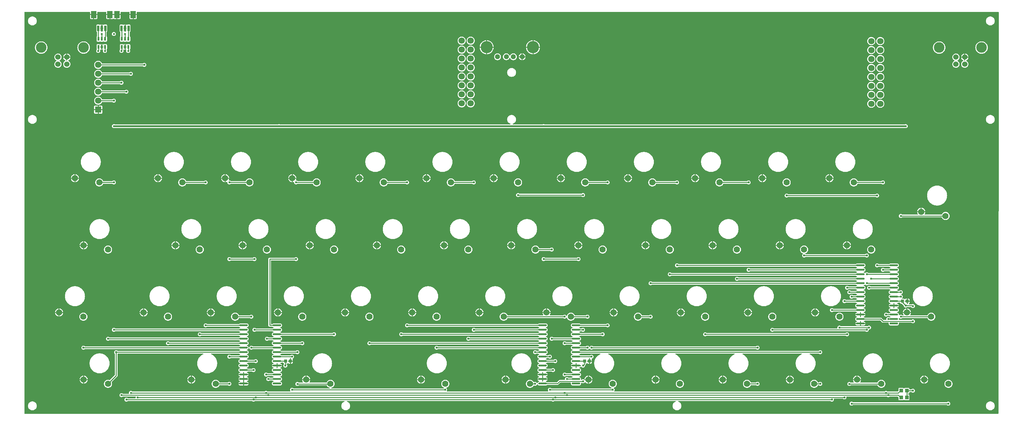
<source format=gbl>
G04 Layer: BottomLayer*
G04 EasyEDA v6.5.34, 2023-08-13 23:18:08*
G04 4af7dcaf46fa4c71bde35255d9dd92c6,5a6b42c53f6a479593ecc07194224c93,10*
G04 Gerber Generator version 0.2*
G04 Scale: 100 percent, Rotated: No, Reflected: No *
G04 Dimensions in millimeters *
G04 leading zeros omitted , absolute positions ,4 integer and 5 decimal *
%FSLAX45Y45*%
%MOMM*%

%AMMACRO1*21,1,$1,$2,0,0,$3*%
%ADD10C,0.5000*%
%ADD11C,0.2540*%
%ADD12MACRO1,0.8X0.9X0.0000*%
%ADD13MACRO1,1X1.1X0.0000*%
%ADD14O,2.3880064X0.5739892*%
%ADD15MACRO1,0.532X1.072X0.0000*%
%ADD16MACRO1,0.6X1.55X0.0000*%
%ADD17MACRO1,1.5X2X0.0000*%
%ADD18C,1.7780*%
%ADD19C,1.4310*%
%ADD20C,3.4501*%
%ADD21C,3.0000*%
%ADD22C,1.5240*%
%ADD23C,1.8000*%
%ADD24R,1.8000X1.8000*%
%ADD25C,0.6096*%
%ADD26C,0.6200*%
%ADD27C,0.0120*%

%LPD*%
G36*
X36068Y25908D02*
G01*
X32156Y26670D01*
X28905Y28905D01*
X26670Y32156D01*
X25908Y36068D01*
X25908Y11419332D01*
X26670Y11423243D01*
X28905Y11426494D01*
X32156Y11428730D01*
X36068Y11429492D01*
X1881428Y11429492D01*
X1885289Y11428730D01*
X1888591Y11426494D01*
X1890826Y11423243D01*
X1891588Y11419332D01*
X1891588Y11369751D01*
X1979777Y11369751D01*
X1979777Y11419332D01*
X1980539Y11423243D01*
X1982774Y11426494D01*
X1986076Y11428730D01*
X1989937Y11429492D01*
X1995017Y11429492D01*
X1998929Y11428730D01*
X2002231Y11426494D01*
X2004415Y11423243D01*
X2005177Y11419332D01*
X2005177Y11369751D01*
X2093417Y11369751D01*
X2093417Y11419332D01*
X2094179Y11423243D01*
X2096363Y11426494D01*
X2099665Y11428730D01*
X2103577Y11429492D01*
X2341422Y11429492D01*
X2345334Y11428730D01*
X2348636Y11426494D01*
X2350820Y11423243D01*
X2351582Y11419332D01*
X2351582Y11369751D01*
X2439822Y11369751D01*
X2439822Y11419332D01*
X2440584Y11423243D01*
X2442768Y11426494D01*
X2446070Y11428730D01*
X2449982Y11429492D01*
X2455062Y11429492D01*
X2458923Y11428730D01*
X2462225Y11426494D01*
X2464460Y11423243D01*
X2465222Y11419332D01*
X2465222Y11369751D01*
X2640177Y11369751D01*
X2640177Y11419332D01*
X2640939Y11423243D01*
X2643174Y11426494D01*
X2646476Y11428730D01*
X2650337Y11429492D01*
X2655417Y11429492D01*
X2659329Y11428730D01*
X2662631Y11426494D01*
X2664815Y11423243D01*
X2665577Y11419332D01*
X2665577Y11369751D01*
X2753817Y11369751D01*
X2753817Y11419332D01*
X2754579Y11423243D01*
X2756763Y11426494D01*
X2760065Y11428730D01*
X2763977Y11429492D01*
X3001822Y11429492D01*
X3005734Y11428730D01*
X3009036Y11426494D01*
X3011220Y11423243D01*
X3011982Y11419332D01*
X3011982Y11369751D01*
X3100222Y11369751D01*
X3100222Y11419332D01*
X3100984Y11423243D01*
X3103168Y11426494D01*
X3106470Y11428730D01*
X3110382Y11429492D01*
X3115462Y11429492D01*
X3119323Y11428730D01*
X3122625Y11426494D01*
X3124860Y11423243D01*
X3125622Y11419332D01*
X3125622Y11369751D01*
X3213811Y11369751D01*
X3213811Y11419332D01*
X3214573Y11423243D01*
X3216808Y11426494D01*
X3220110Y11428730D01*
X3223971Y11429492D01*
X27662581Y11429492D01*
X27666492Y11428730D01*
X27669794Y11426494D01*
X27671979Y11423192D01*
X27672741Y11419332D01*
X27660142Y36068D01*
X27659380Y32156D01*
X27657145Y28854D01*
X27653843Y26670D01*
X27649982Y25908D01*
G37*

%LPC*%
G36*
X2465222Y11231118D02*
G01*
X2526944Y11231118D01*
X2533243Y11231880D01*
X2538730Y11233759D01*
X2543606Y11236858D01*
X2545537Y11238738D01*
X2548788Y11240922D01*
X2552700Y11241735D01*
X2556611Y11240922D01*
X2559862Y11238738D01*
X2561793Y11236858D01*
X2566670Y11233759D01*
X2572156Y11231880D01*
X2578455Y11231118D01*
X2640177Y11231118D01*
X2640177Y11344351D01*
X2465222Y11344351D01*
G37*
G36*
X9144000Y128117D02*
G01*
X9159189Y129032D01*
X9174124Y131775D01*
X9188653Y136296D01*
X9202521Y142544D01*
X9215526Y150418D01*
X9227464Y159766D01*
X9238234Y170535D01*
X9247581Y182473D01*
X9255455Y195478D01*
X9261703Y209346D01*
X9266224Y223875D01*
X9268968Y238810D01*
X9269882Y254000D01*
X9268968Y269189D01*
X9266224Y284124D01*
X9261703Y298653D01*
X9255455Y312521D01*
X9247581Y325526D01*
X9238234Y337464D01*
X9227464Y348234D01*
X9215526Y357581D01*
X9202521Y365455D01*
X9188653Y371703D01*
X9183420Y373329D01*
X9179864Y375310D01*
X9177324Y378561D01*
X9176308Y382524D01*
X9176918Y386537D01*
X9179102Y390042D01*
X9182455Y392379D01*
X9186468Y393192D01*
X14979091Y393192D01*
X14983002Y392430D01*
X14986304Y390194D01*
X14987879Y388620D01*
X14995906Y382981D01*
X15004846Y378866D01*
X15014295Y376326D01*
X15024100Y375462D01*
X15033904Y376326D01*
X15043353Y378866D01*
X15052294Y382981D01*
X15060320Y388620D01*
X15061895Y390194D01*
X15065197Y392430D01*
X15069108Y393192D01*
X18499531Y393192D01*
X18503544Y392379D01*
X18506897Y390042D01*
X18509081Y386537D01*
X18509691Y382524D01*
X18508675Y378561D01*
X18506135Y375310D01*
X18502579Y373329D01*
X18497346Y371703D01*
X18483478Y365455D01*
X18470473Y357581D01*
X18458535Y348234D01*
X18447766Y337464D01*
X18438418Y325526D01*
X18430544Y312521D01*
X18424296Y298653D01*
X18419775Y284124D01*
X18417032Y269189D01*
X18416117Y254000D01*
X18417032Y238810D01*
X18419775Y223875D01*
X18424296Y209346D01*
X18430544Y195478D01*
X18438418Y182473D01*
X18447766Y170535D01*
X18458535Y159766D01*
X18470473Y150418D01*
X18483478Y142544D01*
X18497346Y136296D01*
X18511875Y131775D01*
X18526810Y129032D01*
X18542000Y128117D01*
X18557189Y129032D01*
X18572124Y131775D01*
X18586653Y136296D01*
X18600521Y142544D01*
X18613526Y150418D01*
X18625464Y159766D01*
X18636234Y170535D01*
X18645581Y182473D01*
X18653455Y195478D01*
X18659703Y209346D01*
X18664224Y223875D01*
X18666968Y238810D01*
X18667882Y254000D01*
X18666968Y269189D01*
X18664224Y284124D01*
X18659703Y298653D01*
X18653455Y312521D01*
X18645581Y325526D01*
X18636234Y337464D01*
X18625464Y348234D01*
X18613526Y357581D01*
X18600521Y365455D01*
X18586653Y371703D01*
X18581420Y373329D01*
X18577864Y375310D01*
X18575324Y378561D01*
X18574308Y382524D01*
X18574918Y386537D01*
X18577102Y390042D01*
X18580455Y392379D01*
X18584468Y393192D01*
X22891191Y393192D01*
X22895102Y392430D01*
X22898404Y390194D01*
X22899979Y388620D01*
X22908006Y382981D01*
X22916946Y378866D01*
X22926395Y376326D01*
X22936200Y375462D01*
X22946004Y376326D01*
X22955453Y378866D01*
X22964394Y382981D01*
X22972420Y388620D01*
X22979380Y395579D01*
X22985018Y403606D01*
X22989133Y412546D01*
X22991673Y421995D01*
X22992537Y431800D01*
X22991673Y441604D01*
X22991064Y443890D01*
X22990759Y447598D01*
X22991826Y451154D01*
X22994112Y454101D01*
X22997261Y456031D01*
X23000868Y456692D01*
X23246791Y456692D01*
X23250702Y455930D01*
X23254004Y453694D01*
X23255579Y452120D01*
X23263606Y446481D01*
X23272546Y442366D01*
X23281995Y439826D01*
X23291800Y438962D01*
X23301604Y439826D01*
X23311053Y442366D01*
X23319994Y446481D01*
X23328020Y452120D01*
X23334980Y459079D01*
X23340618Y467106D01*
X23344733Y476046D01*
X23347273Y485495D01*
X23348137Y495300D01*
X23347273Y505104D01*
X23346664Y507390D01*
X23346359Y511098D01*
X23347426Y514654D01*
X23349712Y517601D01*
X23352861Y519531D01*
X23356468Y520192D01*
X24491391Y520192D01*
X24495302Y519430D01*
X24498604Y517194D01*
X24500179Y515620D01*
X24508206Y509981D01*
X24517146Y505866D01*
X24526595Y503326D01*
X24536400Y502462D01*
X24546204Y503326D01*
X24555653Y505866D01*
X24564594Y509981D01*
X24572620Y515620D01*
X24574195Y517194D01*
X24577497Y519430D01*
X24581408Y520192D01*
X24795581Y520192D01*
X24799493Y519430D01*
X24802795Y517194D01*
X24822048Y497992D01*
X24824232Y494690D01*
X24824994Y490778D01*
X24824994Y440893D01*
X24825706Y434543D01*
X24827636Y429107D01*
X24830684Y424180D01*
X24834799Y420116D01*
X24839676Y417017D01*
X24845162Y415086D01*
X24851461Y414375D01*
X24950318Y414375D01*
X24956668Y415086D01*
X24962104Y417017D01*
X24967031Y420116D01*
X24971095Y424180D01*
X24972314Y426059D01*
X24975108Y429006D01*
X24978868Y430631D01*
X24982932Y430631D01*
X24986691Y429006D01*
X24989485Y426059D01*
X24990704Y424180D01*
X24994768Y420116D01*
X24999696Y417017D01*
X25005131Y415086D01*
X25011481Y414375D01*
X25110338Y414375D01*
X25116637Y415086D01*
X25122124Y417017D01*
X25127000Y420116D01*
X25131115Y424180D01*
X25134163Y429107D01*
X25136094Y434543D01*
X25136805Y440893D01*
X25136805Y549706D01*
X25136094Y556056D01*
X25134163Y561492D01*
X25131115Y566420D01*
X25127000Y570484D01*
X25122124Y573582D01*
X25116739Y575462D01*
X25108712Y576275D01*
X25105106Y577291D01*
X25102159Y579526D01*
X25100178Y582726D01*
X25099518Y586384D01*
X25099518Y594715D01*
X25100178Y598373D01*
X25102159Y601573D01*
X25105106Y603808D01*
X25108712Y604824D01*
X25116739Y605637D01*
X25122124Y607517D01*
X25127000Y610616D01*
X25131115Y614680D01*
X25134163Y619607D01*
X25136094Y625043D01*
X25136805Y631393D01*
X25136805Y637032D01*
X25137567Y640943D01*
X25139802Y644194D01*
X25143053Y646430D01*
X25146965Y647192D01*
X25189891Y647192D01*
X25193802Y646430D01*
X25197104Y644194D01*
X25198679Y642620D01*
X25206706Y636981D01*
X25215646Y632866D01*
X25225095Y630326D01*
X25234900Y629462D01*
X25244704Y630326D01*
X25254153Y632866D01*
X25263094Y636981D01*
X25271120Y642620D01*
X25278080Y649579D01*
X25283718Y657606D01*
X25287833Y666546D01*
X25290373Y675995D01*
X25291237Y685800D01*
X25290373Y695604D01*
X25287833Y705053D01*
X25283718Y713994D01*
X25278080Y722020D01*
X25271120Y728980D01*
X25263094Y734618D01*
X25254153Y738733D01*
X25244704Y741273D01*
X25234900Y742137D01*
X25225095Y741273D01*
X25215646Y738733D01*
X25206706Y734618D01*
X25198679Y728980D01*
X25197104Y727405D01*
X25193802Y725170D01*
X25189891Y724408D01*
X25146965Y724408D01*
X25143053Y725170D01*
X25139802Y727405D01*
X25137567Y730656D01*
X25136805Y734568D01*
X25136805Y740206D01*
X25136094Y746556D01*
X25134163Y751992D01*
X25131115Y756920D01*
X25127000Y760984D01*
X25122124Y764082D01*
X25116637Y766013D01*
X25110338Y766724D01*
X25011481Y766724D01*
X25005131Y766013D01*
X24999696Y764082D01*
X24994768Y760984D01*
X24990704Y756920D01*
X24989485Y755040D01*
X24986691Y752094D01*
X24982932Y750468D01*
X24978868Y750468D01*
X24975108Y752094D01*
X24972314Y755040D01*
X24971095Y756920D01*
X24967031Y760984D01*
X24962104Y764082D01*
X24956668Y766013D01*
X24950318Y766724D01*
X24851461Y766724D01*
X24845162Y766013D01*
X24839676Y764082D01*
X24834799Y760984D01*
X24830684Y756920D01*
X24827636Y751992D01*
X24825706Y746556D01*
X24824994Y740206D01*
X24824994Y690321D01*
X24824232Y686409D01*
X24822048Y683107D01*
X24802795Y663905D01*
X24799493Y661670D01*
X24795581Y660908D01*
X24517908Y660908D01*
X24513997Y661670D01*
X24510695Y663905D01*
X24509120Y665480D01*
X24501094Y671118D01*
X24492153Y675233D01*
X24482704Y677773D01*
X24472900Y678637D01*
X24463095Y677773D01*
X24453646Y675233D01*
X24444706Y671118D01*
X24436679Y665480D01*
X24435104Y663905D01*
X24431802Y661670D01*
X24427891Y660908D01*
X16771010Y660908D01*
X16766743Y661873D01*
X16763238Y664514D01*
X16761206Y668426D01*
X16761053Y672846D01*
X16762730Y676910D01*
X16766997Y683006D01*
X16771162Y691946D01*
X16773702Y701395D01*
X16774566Y711200D01*
X16773702Y721004D01*
X16771162Y730453D01*
X16766997Y739394D01*
X16761358Y747420D01*
X16751198Y757732D01*
X16749877Y761898D01*
X16750385Y766216D01*
X16752620Y769924D01*
X16756227Y772312D01*
X16767098Y776630D01*
X16779697Y783590D01*
X16791381Y792022D01*
X16801896Y801928D01*
X16811091Y813003D01*
X16818813Y825195D01*
X16824909Y838250D01*
X16829379Y851966D01*
X16832072Y866089D01*
X16832986Y880465D01*
X16832072Y894892D01*
X16829379Y909015D01*
X16824909Y922731D01*
X16818813Y935786D01*
X16811091Y947978D01*
X16801896Y959053D01*
X16791381Y968959D01*
X16779697Y977392D01*
X16767098Y984351D01*
X16753687Y989685D01*
X16739717Y993241D01*
X16725392Y995070D01*
X16711015Y995070D01*
X16696690Y993241D01*
X16682719Y989685D01*
X16669308Y984351D01*
X16656710Y977392D01*
X16645026Y968959D01*
X16634510Y959053D01*
X16625316Y947978D01*
X16617594Y935786D01*
X16611498Y922731D01*
X16607028Y909015D01*
X16604335Y894892D01*
X16603421Y880465D01*
X16604335Y866089D01*
X16607028Y851966D01*
X16611498Y838250D01*
X16617594Y825195D01*
X16625316Y813003D01*
X16634510Y801928D01*
X16645026Y792022D01*
X16656710Y783590D01*
X16669308Y776630D01*
X16680180Y772312D01*
X16683583Y770077D01*
X16685869Y766673D01*
X16686580Y762660D01*
X16685666Y758647D01*
X16683278Y755345D01*
X16680027Y752449D01*
X16676878Y750468D01*
X16673220Y749808D01*
X14980208Y749808D01*
X14976297Y750570D01*
X14972995Y752805D01*
X14971420Y754380D01*
X14963394Y760018D01*
X14954453Y764133D01*
X14945004Y766673D01*
X14935200Y767537D01*
X14925395Y766673D01*
X14915946Y764133D01*
X14907006Y760018D01*
X14898979Y754380D01*
X14892019Y747420D01*
X14886381Y739394D01*
X14882266Y730453D01*
X14879726Y721004D01*
X14878862Y711200D01*
X14879726Y701395D01*
X14882266Y691946D01*
X14886381Y683006D01*
X14890699Y676910D01*
X14892375Y672846D01*
X14892172Y668426D01*
X14890140Y664514D01*
X14886686Y661873D01*
X14882368Y660908D01*
X12016232Y660908D01*
X12011914Y661873D01*
X12008459Y664514D01*
X12006427Y668426D01*
X12006224Y672846D01*
X12007900Y676910D01*
X12012218Y683006D01*
X12016333Y691946D01*
X12018873Y701395D01*
X12019737Y711200D01*
X12018873Y721004D01*
X12016333Y730453D01*
X12012218Y739394D01*
X12006580Y747420D01*
X11999569Y754380D01*
X11997385Y757732D01*
X11996623Y761644D01*
X11997436Y765556D01*
X11999671Y768858D01*
X12003074Y771042D01*
X12017298Y776630D01*
X12029897Y783590D01*
X12041581Y792022D01*
X12052096Y801928D01*
X12061291Y813003D01*
X12069013Y825195D01*
X12075109Y838250D01*
X12079579Y851966D01*
X12082272Y866089D01*
X12083186Y880465D01*
X12082272Y894892D01*
X12079579Y909015D01*
X12075109Y922731D01*
X12069013Y935786D01*
X12061291Y947978D01*
X12052096Y959053D01*
X12041581Y968959D01*
X12029897Y977392D01*
X12017298Y984351D01*
X12003887Y989685D01*
X11989917Y993241D01*
X11975592Y995070D01*
X11961215Y995070D01*
X11946890Y993241D01*
X11932920Y989685D01*
X11919508Y984351D01*
X11906910Y977392D01*
X11895226Y968959D01*
X11884710Y959053D01*
X11875516Y947978D01*
X11867794Y935786D01*
X11861698Y922731D01*
X11857228Y909015D01*
X11854535Y894892D01*
X11853621Y880465D01*
X11854535Y866089D01*
X11857228Y851966D01*
X11861698Y838250D01*
X11867794Y825195D01*
X11875516Y813003D01*
X11884710Y801928D01*
X11895226Y792022D01*
X11906910Y783590D01*
X11919508Y776630D01*
X11927179Y773582D01*
X11930786Y771194D01*
X11933021Y767486D01*
X11933529Y763168D01*
X11932208Y759002D01*
X11929262Y755853D01*
X11925604Y752805D01*
X11922302Y750570D01*
X11918391Y749808D01*
X8743035Y749808D01*
X8738920Y750671D01*
X8735568Y753059D01*
X8733383Y756666D01*
X8732875Y760780D01*
X8734044Y764794D01*
X8736736Y767943D01*
X8740495Y769823D01*
X8746388Y771296D01*
X8759799Y776630D01*
X8772398Y783590D01*
X8784082Y792022D01*
X8794597Y801928D01*
X8803792Y813003D01*
X8811514Y825195D01*
X8817610Y838250D01*
X8822080Y851966D01*
X8824772Y866089D01*
X8825687Y880465D01*
X8824772Y894892D01*
X8822080Y909015D01*
X8817610Y922731D01*
X8811514Y935786D01*
X8803792Y947978D01*
X8794597Y959053D01*
X8784082Y968959D01*
X8772398Y977392D01*
X8759799Y984351D01*
X8746388Y989685D01*
X8732418Y993241D01*
X8718092Y995070D01*
X8703716Y995070D01*
X8689390Y993241D01*
X8675420Y989685D01*
X8662009Y984351D01*
X8649411Y977392D01*
X8637727Y968959D01*
X8627211Y959053D01*
X8618016Y947978D01*
X8610295Y935786D01*
X8604199Y922731D01*
X8601811Y918260D01*
X8598357Y915771D01*
X8594242Y914908D01*
X8120380Y914908D01*
X8116620Y915619D01*
X8113420Y917651D01*
X8111185Y920750D01*
X8110220Y924407D01*
X8110728Y928217D01*
X8112556Y931519D01*
X8113775Y933043D01*
X8121497Y945184D01*
X8127644Y958240D01*
X8132114Y971956D01*
X8134807Y986129D01*
X8134908Y987806D01*
X8033613Y987806D01*
X8033613Y925068D01*
X8032851Y921156D01*
X8030616Y917905D01*
X8027365Y915669D01*
X8023453Y914908D01*
X8018373Y914908D01*
X8014462Y915669D01*
X8011210Y917905D01*
X8008975Y921156D01*
X8008213Y925068D01*
X8008213Y987806D01*
X7906918Y987806D01*
X7907020Y986129D01*
X7909712Y971956D01*
X7914182Y958240D01*
X7920329Y945184D01*
X7928051Y933043D01*
X7929270Y931519D01*
X7931099Y928217D01*
X7931607Y924407D01*
X7930642Y920750D01*
X7928406Y917651D01*
X7925206Y915619D01*
X7921447Y914908D01*
X7817408Y914908D01*
X7813497Y915669D01*
X7810195Y917905D01*
X7808620Y919480D01*
X7800594Y925118D01*
X7791653Y929233D01*
X7782204Y931773D01*
X7772400Y932637D01*
X7762595Y931773D01*
X7753146Y929233D01*
X7744206Y925118D01*
X7736179Y919480D01*
X7729220Y912520D01*
X7723581Y904494D01*
X7719466Y895553D01*
X7716926Y886104D01*
X7716062Y876300D01*
X7716926Y866495D01*
X7719466Y857046D01*
X7723581Y848106D01*
X7729220Y840079D01*
X7736179Y833119D01*
X7744206Y827481D01*
X7753146Y823366D01*
X7762595Y820826D01*
X7772400Y819962D01*
X7782204Y820826D01*
X7791653Y823366D01*
X7800594Y827481D01*
X7808620Y833119D01*
X7810195Y834694D01*
X7813497Y836930D01*
X7817408Y837692D01*
X8598001Y837692D01*
X8601710Y836980D01*
X8604961Y834948D01*
X8607196Y831850D01*
X8610295Y825195D01*
X8618016Y813003D01*
X8627211Y801928D01*
X8637727Y792022D01*
X8649411Y783590D01*
X8662009Y776630D01*
X8675420Y771296D01*
X8681313Y769823D01*
X8685072Y767943D01*
X8687765Y764794D01*
X8688933Y760780D01*
X8688425Y756666D01*
X8686241Y753059D01*
X8682888Y750671D01*
X8678773Y749808D01*
X7665008Y749808D01*
X7661097Y750570D01*
X7657795Y752805D01*
X7656220Y754380D01*
X7648194Y760018D01*
X7639253Y764133D01*
X7629804Y766673D01*
X7620000Y767537D01*
X7610195Y766673D01*
X7600746Y764133D01*
X7591806Y760018D01*
X7583779Y754380D01*
X7576820Y747420D01*
X7571181Y739394D01*
X7567066Y730453D01*
X7564526Y721004D01*
X7563662Y711200D01*
X7564526Y701395D01*
X7567066Y691946D01*
X7571181Y683006D01*
X7575499Y676910D01*
X7577175Y672846D01*
X7576972Y668426D01*
X7574940Y664514D01*
X7571486Y661873D01*
X7567168Y660908D01*
X6928408Y660908D01*
X6924497Y661670D01*
X6921195Y663905D01*
X6919620Y665480D01*
X6911594Y671118D01*
X6902653Y675233D01*
X6893204Y677773D01*
X6883400Y678637D01*
X6873595Y677773D01*
X6864146Y675233D01*
X6855206Y671118D01*
X6847179Y665480D01*
X6845604Y663905D01*
X6842302Y661670D01*
X6838391Y660908D01*
X3093008Y660908D01*
X3089097Y661670D01*
X3085795Y663905D01*
X3084220Y665480D01*
X3076194Y671118D01*
X3067253Y675233D01*
X3057804Y677773D01*
X3048000Y678637D01*
X3038195Y677773D01*
X3028746Y675233D01*
X3019806Y671118D01*
X3011779Y665480D01*
X3004820Y658520D01*
X2999181Y650494D01*
X2995066Y641553D01*
X2992526Y632104D01*
X2991662Y622300D01*
X2992526Y612495D01*
X2993136Y610209D01*
X2993440Y606501D01*
X2992374Y602945D01*
X2990088Y599998D01*
X2986938Y598068D01*
X2983331Y597408D01*
X2826308Y597408D01*
X2822397Y598170D01*
X2819095Y600405D01*
X2817520Y601980D01*
X2809494Y607618D01*
X2800553Y611733D01*
X2791104Y614273D01*
X2781300Y615137D01*
X2771495Y614273D01*
X2762046Y611733D01*
X2753106Y607618D01*
X2745079Y601980D01*
X2738120Y595020D01*
X2732481Y586994D01*
X2728366Y578053D01*
X2725826Y568604D01*
X2724962Y558800D01*
X2725826Y548995D01*
X2728366Y539546D01*
X2732481Y530606D01*
X2738120Y522579D01*
X2745079Y515620D01*
X2753106Y509981D01*
X2762046Y505866D01*
X2771495Y503326D01*
X2781300Y502462D01*
X2791104Y503326D01*
X2800553Y505866D01*
X2809494Y509981D01*
X2817520Y515620D01*
X2819095Y517194D01*
X2822397Y519430D01*
X2826308Y520192D01*
X3173831Y520192D01*
X3177438Y519531D01*
X3180588Y517601D01*
X3182874Y514654D01*
X3183940Y511098D01*
X3183636Y507390D01*
X3183026Y505104D01*
X3182162Y495300D01*
X3183026Y485495D01*
X3183636Y483209D01*
X3183940Y479501D01*
X3182874Y475945D01*
X3180588Y472998D01*
X3177438Y471068D01*
X3173831Y470408D01*
X2966008Y470408D01*
X2962097Y471170D01*
X2958795Y473405D01*
X2957220Y474980D01*
X2949194Y480618D01*
X2940253Y484733D01*
X2930804Y487273D01*
X2921000Y488137D01*
X2911195Y487273D01*
X2901746Y484733D01*
X2892806Y480618D01*
X2884779Y474980D01*
X2877820Y468020D01*
X2872181Y459993D01*
X2868066Y451053D01*
X2865526Y441604D01*
X2864662Y431800D01*
X2865526Y421995D01*
X2868066Y412546D01*
X2872181Y403606D01*
X2877820Y395579D01*
X2884779Y388620D01*
X2892806Y382981D01*
X2901746Y378866D01*
X2911195Y376326D01*
X2921000Y375462D01*
X2930804Y376326D01*
X2940253Y378866D01*
X2949194Y382981D01*
X2957220Y388620D01*
X2958795Y390194D01*
X2962097Y392430D01*
X2966008Y393192D01*
X6482791Y393192D01*
X6486702Y392430D01*
X6490004Y390194D01*
X6491579Y388620D01*
X6499606Y382981D01*
X6508546Y378866D01*
X6517995Y376326D01*
X6527800Y375462D01*
X6537604Y376326D01*
X6547053Y378866D01*
X6555994Y382981D01*
X6564020Y388620D01*
X6565595Y390194D01*
X6568897Y392430D01*
X6572808Y393192D01*
X9101531Y393192D01*
X9105544Y392379D01*
X9108897Y390042D01*
X9111081Y386537D01*
X9111691Y382524D01*
X9110675Y378561D01*
X9108135Y375310D01*
X9104579Y373329D01*
X9099346Y371703D01*
X9085478Y365455D01*
X9072473Y357581D01*
X9060535Y348234D01*
X9049766Y337464D01*
X9040418Y325526D01*
X9032544Y312521D01*
X9026296Y298653D01*
X9021775Y284124D01*
X9019032Y269189D01*
X9018117Y254000D01*
X9019032Y238810D01*
X9021775Y223875D01*
X9026296Y209346D01*
X9032544Y195478D01*
X9040418Y182473D01*
X9049766Y170535D01*
X9060535Y159766D01*
X9072473Y150418D01*
X9085478Y142544D01*
X9099346Y136296D01*
X9113875Y131775D01*
X9128810Y129032D01*
G37*
G36*
X23495000Y261162D02*
G01*
X23504804Y262026D01*
X23514253Y264566D01*
X23523194Y268681D01*
X23531220Y274320D01*
X23532795Y275894D01*
X23536097Y278130D01*
X23540008Y278892D01*
X26193191Y278892D01*
X26197102Y278130D01*
X26200404Y275894D01*
X26201979Y274320D01*
X26210006Y268681D01*
X26218946Y264566D01*
X26228395Y262026D01*
X26238200Y261162D01*
X26248004Y262026D01*
X26257453Y264566D01*
X26266394Y268681D01*
X26274420Y274320D01*
X26281380Y281279D01*
X26287018Y289306D01*
X26291133Y298246D01*
X26293673Y307695D01*
X26294537Y317500D01*
X26293673Y327304D01*
X26291133Y336753D01*
X26287018Y345694D01*
X26281380Y353720D01*
X26274420Y360680D01*
X26266394Y366318D01*
X26257453Y370433D01*
X26248004Y372973D01*
X26238200Y373837D01*
X26228395Y372973D01*
X26218946Y370433D01*
X26210006Y366318D01*
X26201979Y360680D01*
X26200404Y359105D01*
X26197102Y356870D01*
X26193191Y356108D01*
X23540008Y356108D01*
X23536097Y356870D01*
X23532795Y359105D01*
X23531220Y360680D01*
X23523194Y366318D01*
X23514253Y370433D01*
X23504804Y372973D01*
X23495000Y373837D01*
X23485195Y372973D01*
X23475746Y370433D01*
X23466806Y366318D01*
X23458779Y360680D01*
X23451820Y353720D01*
X23446181Y345694D01*
X23442066Y336753D01*
X23439526Y327304D01*
X23438662Y317500D01*
X23439526Y307695D01*
X23442066Y298246D01*
X23446181Y289306D01*
X23451820Y281279D01*
X23458779Y274320D01*
X23466806Y268681D01*
X23475746Y264566D01*
X23485195Y262026D01*
G37*
G36*
X18616015Y765911D02*
G01*
X18630392Y765911D01*
X18644717Y767740D01*
X18658687Y771296D01*
X18672098Y776630D01*
X18684697Y783590D01*
X18696381Y792022D01*
X18706896Y801928D01*
X18716091Y813003D01*
X18723813Y825195D01*
X18729909Y838250D01*
X18734379Y851966D01*
X18737072Y866089D01*
X18737986Y880465D01*
X18737072Y894892D01*
X18734379Y909015D01*
X18729909Y922731D01*
X18723813Y935786D01*
X18716091Y947978D01*
X18706896Y959053D01*
X18696381Y968959D01*
X18684697Y977392D01*
X18672098Y984351D01*
X18658687Y989685D01*
X18644717Y993241D01*
X18630392Y995070D01*
X18616015Y995070D01*
X18601690Y993241D01*
X18587720Y989685D01*
X18574308Y984351D01*
X18561710Y977392D01*
X18550026Y968959D01*
X18539510Y959053D01*
X18530316Y947978D01*
X18522594Y935786D01*
X18516498Y922731D01*
X18512028Y909015D01*
X18509335Y894892D01*
X18508421Y880465D01*
X18509335Y866089D01*
X18512028Y851966D01*
X18516498Y838250D01*
X18522594Y825195D01*
X18530316Y813003D01*
X18539510Y801928D01*
X18550026Y792022D01*
X18561710Y783590D01*
X18574308Y776630D01*
X18587720Y771296D01*
X18601690Y767740D01*
G37*
G36*
X26236015Y765911D02*
G01*
X26250392Y765911D01*
X26264717Y767740D01*
X26278687Y771296D01*
X26292098Y776630D01*
X26304697Y783590D01*
X26316381Y792022D01*
X26326896Y801928D01*
X26336091Y813003D01*
X26343813Y825195D01*
X26349909Y838250D01*
X26354379Y851966D01*
X26357072Y866089D01*
X26357986Y880465D01*
X26357072Y894892D01*
X26354379Y909015D01*
X26349909Y922731D01*
X26343813Y935786D01*
X26336091Y947978D01*
X26326896Y959053D01*
X26316381Y968959D01*
X26304697Y977392D01*
X26292098Y984351D01*
X26278687Y989685D01*
X26264717Y993241D01*
X26250392Y995070D01*
X26236015Y995070D01*
X26221689Y993241D01*
X26207720Y989685D01*
X26194308Y984351D01*
X26181710Y977392D01*
X26170026Y968959D01*
X26159510Y959053D01*
X26150316Y947978D01*
X26142594Y935786D01*
X26136498Y922731D01*
X26132027Y909015D01*
X26129335Y894892D01*
X26128421Y880465D01*
X26129335Y866089D01*
X26132027Y851966D01*
X26136498Y838250D01*
X26142594Y825195D01*
X26150316Y813003D01*
X26159510Y801928D01*
X26170026Y792022D01*
X26181710Y783590D01*
X26194308Y776630D01*
X26207720Y771296D01*
X26221689Y767740D01*
G37*
G36*
X22426015Y765911D02*
G01*
X22440392Y765911D01*
X22454717Y767740D01*
X22468687Y771296D01*
X22482098Y776630D01*
X22494697Y783590D01*
X22506381Y792022D01*
X22516896Y801928D01*
X22526091Y813003D01*
X22533813Y825195D01*
X22538893Y836015D01*
X22541128Y839114D01*
X22544328Y841146D01*
X22548088Y841857D01*
X22561092Y841806D01*
X22564953Y841044D01*
X22568255Y838860D01*
X22569779Y837336D01*
X22577806Y831697D01*
X22586746Y827532D01*
X22596195Y824992D01*
X22606000Y824128D01*
X22615804Y824992D01*
X22625253Y827532D01*
X22634194Y831697D01*
X22642220Y837336D01*
X22649180Y844245D01*
X22654818Y852322D01*
X22658933Y861212D01*
X22661473Y870712D01*
X22662337Y880465D01*
X22661473Y890269D01*
X22658933Y899769D01*
X22654818Y908659D01*
X22649180Y916736D01*
X22642220Y923645D01*
X22634194Y929284D01*
X22625253Y933450D01*
X22615804Y935990D01*
X22606000Y936853D01*
X22596195Y935990D01*
X22586746Y933450D01*
X22577806Y929284D01*
X22569779Y923645D01*
X22568154Y922019D01*
X22564852Y919784D01*
X22560940Y919022D01*
X22548088Y919073D01*
X22544379Y919784D01*
X22541179Y921816D01*
X22538944Y924915D01*
X22533813Y935786D01*
X22526091Y947978D01*
X22516896Y959053D01*
X22506381Y968959D01*
X22494697Y977392D01*
X22482098Y984351D01*
X22468687Y989685D01*
X22454717Y993241D01*
X22440392Y995070D01*
X22426015Y995070D01*
X22411690Y993241D01*
X22397720Y989685D01*
X22384308Y984351D01*
X22371710Y977392D01*
X22360026Y968959D01*
X22349510Y959053D01*
X22340316Y947978D01*
X22332594Y935786D01*
X22326498Y922731D01*
X22322028Y909015D01*
X22319335Y894892D01*
X22318421Y880465D01*
X22319335Y866089D01*
X22322028Y851966D01*
X22326498Y838250D01*
X22332594Y825195D01*
X22340316Y813003D01*
X22349510Y801928D01*
X22360026Y792022D01*
X22371710Y783590D01*
X22384308Y776630D01*
X22397720Y771296D01*
X22411690Y767740D01*
G37*
G36*
X20521015Y765911D02*
G01*
X20535392Y765911D01*
X20549717Y767740D01*
X20563687Y771296D01*
X20577098Y776630D01*
X20589697Y783590D01*
X20601381Y792022D01*
X20611896Y801928D01*
X20621091Y813003D01*
X20628813Y825195D01*
X20633893Y836066D01*
X20636179Y839165D01*
X20639379Y841197D01*
X20643138Y841908D01*
X20783092Y841806D01*
X20787004Y840994D01*
X20790306Y838809D01*
X20791779Y837336D01*
X20799806Y831697D01*
X20808746Y827532D01*
X20818195Y824992D01*
X20828000Y824128D01*
X20837804Y824992D01*
X20847253Y827532D01*
X20856194Y831697D01*
X20864220Y837336D01*
X20871180Y844245D01*
X20876818Y852322D01*
X20880933Y861212D01*
X20883473Y870712D01*
X20884337Y880465D01*
X20883473Y890269D01*
X20880933Y899769D01*
X20876818Y908659D01*
X20871180Y916736D01*
X20864220Y923645D01*
X20856194Y929284D01*
X20847253Y933450D01*
X20837804Y935990D01*
X20828000Y936853D01*
X20818195Y935990D01*
X20808746Y933450D01*
X20799806Y929284D01*
X20791779Y923645D01*
X20790103Y921969D01*
X20786801Y919784D01*
X20782940Y919022D01*
X20643088Y919124D01*
X20639328Y919835D01*
X20636128Y921867D01*
X20633893Y924966D01*
X20628813Y935786D01*
X20621091Y947978D01*
X20611896Y959053D01*
X20601381Y968959D01*
X20589697Y977392D01*
X20577098Y984351D01*
X20563687Y989685D01*
X20549717Y993241D01*
X20535392Y995070D01*
X20521015Y995070D01*
X20506690Y993241D01*
X20492720Y989685D01*
X20479308Y984351D01*
X20466710Y977392D01*
X20455026Y968959D01*
X20444510Y959053D01*
X20435316Y947978D01*
X20427594Y935786D01*
X20421498Y922731D01*
X20417028Y909015D01*
X20414335Y894892D01*
X20413421Y880465D01*
X20414335Y866089D01*
X20417028Y851966D01*
X20421498Y838250D01*
X20427594Y825195D01*
X20435316Y813003D01*
X20444510Y801928D01*
X20455026Y792022D01*
X20466710Y783590D01*
X20479308Y776630D01*
X20492720Y771296D01*
X20506690Y767740D01*
G37*
G36*
X5446115Y765911D02*
G01*
X5460492Y765911D01*
X5474817Y767740D01*
X5488787Y771296D01*
X5502198Y776630D01*
X5514797Y783590D01*
X5526481Y792022D01*
X5536996Y801928D01*
X5546191Y813003D01*
X5553913Y825195D01*
X5559044Y836168D01*
X5561279Y839266D01*
X5564530Y841298D01*
X5568238Y842010D01*
X5796991Y842010D01*
X5800902Y841248D01*
X5804204Y839012D01*
X5805779Y837437D01*
X5813806Y831799D01*
X5822746Y827684D01*
X5832195Y825144D01*
X5842000Y824280D01*
X5851804Y825144D01*
X5861253Y827684D01*
X5870194Y831799D01*
X5878220Y837437D01*
X5885180Y844397D01*
X5890818Y852424D01*
X5894933Y861364D01*
X5897473Y870813D01*
X5898337Y880618D01*
X5897473Y890422D01*
X5894933Y899871D01*
X5890818Y908812D01*
X5885180Y916838D01*
X5878220Y923798D01*
X5870194Y929436D01*
X5861253Y933551D01*
X5851804Y936091D01*
X5842000Y936955D01*
X5832195Y936091D01*
X5822746Y933551D01*
X5813806Y929436D01*
X5805779Y923798D01*
X5804204Y922223D01*
X5800902Y919987D01*
X5796991Y919226D01*
X5568137Y919226D01*
X5564378Y919937D01*
X5561177Y921969D01*
X5558942Y925068D01*
X5553913Y935786D01*
X5546191Y947978D01*
X5536996Y959053D01*
X5526481Y968959D01*
X5514797Y977392D01*
X5502198Y984351D01*
X5488787Y989685D01*
X5474817Y993241D01*
X5460492Y995070D01*
X5446115Y995070D01*
X5431790Y993241D01*
X5417820Y989685D01*
X5404408Y984351D01*
X5391810Y977392D01*
X5380126Y968959D01*
X5369610Y959053D01*
X5360416Y947978D01*
X5352694Y935786D01*
X5346598Y922731D01*
X5342128Y909015D01*
X5339435Y894892D01*
X5338521Y880465D01*
X5339435Y866089D01*
X5342128Y851966D01*
X5346598Y838250D01*
X5352694Y825195D01*
X5360416Y813003D01*
X5369610Y801928D01*
X5380126Y792022D01*
X5391810Y783590D01*
X5404408Y776630D01*
X5417820Y771296D01*
X5431790Y767740D01*
G37*
G36*
X24331015Y765911D02*
G01*
X24345392Y765911D01*
X24359717Y767740D01*
X24373687Y771296D01*
X24387098Y776630D01*
X24399697Y783590D01*
X24411381Y792022D01*
X24421896Y801928D01*
X24431091Y813003D01*
X24438813Y825195D01*
X24444909Y838250D01*
X24449379Y851966D01*
X24452072Y866089D01*
X24452986Y880465D01*
X24452072Y894892D01*
X24449379Y909015D01*
X24444909Y922731D01*
X24438813Y935786D01*
X24431091Y947978D01*
X24421896Y959053D01*
X24411381Y968959D01*
X24399697Y977392D01*
X24387098Y984351D01*
X24373687Y989685D01*
X24359717Y993241D01*
X24345392Y995070D01*
X24331015Y995070D01*
X24316690Y993241D01*
X24302720Y989685D01*
X24289308Y984351D01*
X24276710Y977392D01*
X24265026Y968959D01*
X24254510Y959053D01*
X24245316Y947978D01*
X24237594Y935786D01*
X24231498Y922731D01*
X24229110Y918260D01*
X24225656Y915771D01*
X24221541Y914908D01*
X23747679Y914908D01*
X23743920Y915619D01*
X23740719Y917651D01*
X23738484Y920750D01*
X23737519Y924407D01*
X23738027Y928217D01*
X23739856Y931519D01*
X23741075Y933043D01*
X23748796Y945184D01*
X23754943Y958240D01*
X23759414Y971956D01*
X23762106Y986129D01*
X23762208Y987806D01*
X23660912Y987806D01*
X23660912Y925068D01*
X23660150Y921156D01*
X23657915Y917905D01*
X23654664Y915669D01*
X23650752Y914908D01*
X23645672Y914908D01*
X23641761Y915669D01*
X23638510Y917905D01*
X23636274Y921156D01*
X23635512Y925068D01*
X23635512Y987806D01*
X23534217Y987806D01*
X23534319Y986129D01*
X23537011Y971956D01*
X23541482Y958240D01*
X23547628Y945184D01*
X23555350Y933043D01*
X23556569Y931519D01*
X23558398Y928217D01*
X23558906Y924407D01*
X23557941Y920750D01*
X23555706Y917651D01*
X23552505Y915619D01*
X23548746Y914908D01*
X23476508Y914908D01*
X23472597Y915669D01*
X23469295Y917905D01*
X23467720Y919480D01*
X23459694Y925118D01*
X23450753Y929233D01*
X23441304Y931773D01*
X23431500Y932637D01*
X23421695Y931773D01*
X23412246Y929233D01*
X23403306Y925118D01*
X23395279Y919480D01*
X23388320Y912520D01*
X23382681Y904494D01*
X23378566Y895553D01*
X23376026Y886104D01*
X23375162Y876300D01*
X23376026Y866495D01*
X23378566Y857046D01*
X23382681Y848106D01*
X23388320Y840079D01*
X23395279Y833119D01*
X23403306Y827481D01*
X23412246Y823366D01*
X23421695Y820826D01*
X23431500Y819962D01*
X23441304Y820826D01*
X23450753Y823366D01*
X23459694Y827481D01*
X23467720Y833119D01*
X23469295Y834694D01*
X23472597Y836930D01*
X23476508Y837692D01*
X24225300Y837692D01*
X24229009Y836980D01*
X24232260Y834948D01*
X24234495Y831850D01*
X24237594Y825195D01*
X24245316Y813003D01*
X24254510Y801928D01*
X24265026Y792022D01*
X24276710Y783590D01*
X24289308Y776630D01*
X24302720Y771296D01*
X24316690Y767740D01*
G37*
G36*
X14361515Y765911D02*
G01*
X14375892Y765911D01*
X14390217Y767740D01*
X14404187Y771296D01*
X14417598Y776630D01*
X14430197Y783590D01*
X14441881Y792022D01*
X14452396Y801928D01*
X14461591Y813003D01*
X14469313Y825195D01*
X14471091Y828954D01*
X14473732Y832459D01*
X14477644Y834491D01*
X14482063Y834644D01*
X14486077Y832967D01*
X14487906Y831697D01*
X14496846Y827532D01*
X14506295Y824992D01*
X14516100Y824128D01*
X14525904Y824992D01*
X14535353Y827532D01*
X14544294Y831697D01*
X14552320Y837336D01*
X14559280Y844245D01*
X14564918Y852322D01*
X14571218Y866140D01*
X14574367Y868781D01*
X14578330Y869950D01*
X14582394Y869492D01*
X14585950Y867460D01*
X14588388Y864158D01*
X14589556Y861720D01*
X14594992Y853948D01*
X14601698Y847191D01*
X14609521Y841756D01*
X14618157Y837742D01*
X14627301Y835253D01*
X14637257Y834390D01*
X14817750Y834390D01*
X14827656Y835253D01*
X14836851Y837742D01*
X14845487Y841756D01*
X14856815Y849630D01*
X14860676Y850392D01*
X15150592Y850392D01*
X15158618Y851204D01*
X15165832Y853389D01*
X15172537Y856945D01*
X15178735Y862076D01*
X15227604Y910894D01*
X15230906Y913130D01*
X15234818Y913892D01*
X15522752Y913892D01*
X15526410Y913231D01*
X15529560Y911301D01*
X15531795Y908354D01*
X15532862Y904798D01*
X15532557Y901090D01*
X15531846Y898499D01*
X15531033Y889000D01*
X15531846Y879500D01*
X15534335Y870356D01*
X15538348Y861720D01*
X15543784Y853948D01*
X15550540Y847191D01*
X15558312Y841756D01*
X15566948Y837742D01*
X15576143Y835253D01*
X15586049Y834390D01*
X15766542Y834390D01*
X15776498Y835253D01*
X15785642Y837742D01*
X15794278Y841756D01*
X15802101Y847191D01*
X15808807Y853948D01*
X15814243Y861720D01*
X15818256Y870356D01*
X15820745Y879500D01*
X15821558Y889000D01*
X15820745Y898702D01*
X15820085Y901547D01*
X15820085Y905865D01*
X15821863Y909777D01*
X15825114Y912621D01*
X15829280Y913841D01*
X15833547Y913231D01*
X15837204Y910894D01*
X15838779Y909319D01*
X15846806Y903681D01*
X15855746Y899566D01*
X15865195Y897026D01*
X15875000Y896162D01*
X15884804Y897026D01*
X15894253Y899566D01*
X15903194Y903681D01*
X15911220Y909319D01*
X15918180Y916279D01*
X15926257Y927557D01*
X15929762Y929589D01*
X15933775Y930097D01*
X15937636Y928979D01*
X15940786Y926439D01*
X15944545Y921918D01*
X15955060Y912063D01*
X15966694Y903579D01*
X15979343Y896619D01*
X15992754Y891336D01*
X16006724Y887730D01*
X16015512Y886663D01*
X16015512Y987806D01*
X15923310Y987806D01*
X15919399Y988568D01*
X15916097Y990803D01*
X15911017Y995883D01*
X15908832Y999134D01*
X15908070Y1002944D01*
X15903498Y1001979D01*
X15899688Y1002944D01*
X15894253Y1005433D01*
X15884804Y1007973D01*
X15875000Y1008837D01*
X15865195Y1007973D01*
X15855746Y1005433D01*
X15846806Y1001318D01*
X15838627Y995578D01*
X15836798Y993851D01*
X15833039Y991616D01*
X15828721Y991158D01*
X15824606Y992581D01*
X15821456Y995527D01*
X15819831Y999540D01*
X15820034Y1003909D01*
X15820745Y1006500D01*
X15821558Y1016000D01*
X15820745Y1025499D01*
X15818256Y1034643D01*
X15814243Y1043279D01*
X15808807Y1051052D01*
X15802101Y1057808D01*
X15794278Y1063244D01*
X15785642Y1067257D01*
X15776701Y1069695D01*
X15772790Y1071727D01*
X15770098Y1075182D01*
X15769132Y1079500D01*
X15770098Y1083818D01*
X15772790Y1087272D01*
X15776701Y1089304D01*
X15785642Y1091742D01*
X15794278Y1095756D01*
X15802101Y1101191D01*
X15808807Y1107948D01*
X15814243Y1115720D01*
X15818256Y1124356D01*
X15820745Y1133500D01*
X15821558Y1143000D01*
X15820745Y1152499D01*
X15818256Y1161643D01*
X15814243Y1170279D01*
X15808807Y1178052D01*
X15802101Y1184808D01*
X15794278Y1190244D01*
X15785642Y1194257D01*
X15776701Y1196695D01*
X15772790Y1198727D01*
X15770098Y1202182D01*
X15769132Y1206500D01*
X15770098Y1210818D01*
X15772790Y1214272D01*
X15776701Y1216304D01*
X15785642Y1218742D01*
X15794278Y1222756D01*
X15802101Y1228191D01*
X15808807Y1234948D01*
X15814243Y1242720D01*
X15818256Y1251356D01*
X15820745Y1260500D01*
X15821558Y1270000D01*
X15820745Y1279499D01*
X15818256Y1288643D01*
X15814243Y1297279D01*
X15808807Y1305052D01*
X15802101Y1311808D01*
X15794278Y1317244D01*
X15785642Y1321257D01*
X15776701Y1323695D01*
X15772790Y1325727D01*
X15770098Y1329182D01*
X15769132Y1333500D01*
X15770098Y1337818D01*
X15772790Y1341272D01*
X15776701Y1343304D01*
X15785642Y1345742D01*
X15794278Y1349756D01*
X15802101Y1355191D01*
X15808807Y1361948D01*
X15811601Y1365910D01*
X15814395Y1368602D01*
X15818002Y1370076D01*
X15821863Y1370076D01*
X15825469Y1368602D01*
X15828263Y1365910D01*
X15831819Y1360779D01*
X15838779Y1353820D01*
X15846806Y1348181D01*
X15855746Y1344066D01*
X15865195Y1341526D01*
X15875000Y1340662D01*
X15884804Y1341526D01*
X15894253Y1344066D01*
X15903194Y1348181D01*
X15911220Y1353820D01*
X15918180Y1360779D01*
X15923818Y1368806D01*
X15927933Y1377746D01*
X15930473Y1387195D01*
X15931184Y1395222D01*
X15932099Y1398625D01*
X15934131Y1401521D01*
X15946221Y1413662D01*
X15951352Y1419860D01*
X15954908Y1426565D01*
X15957092Y1433779D01*
X15957905Y1441805D01*
X15957905Y1444091D01*
X15958769Y1448155D01*
X15961156Y1451559D01*
X15964712Y1453692D01*
X15970504Y1455724D01*
X15975431Y1458772D01*
X15979495Y1462887D01*
X15980714Y1464767D01*
X15983508Y1467713D01*
X15987268Y1469339D01*
X15991332Y1469339D01*
X15995091Y1467713D01*
X15997885Y1464767D01*
X15999104Y1462887D01*
X16003168Y1458772D01*
X16008096Y1455724D01*
X16013531Y1453794D01*
X16019881Y1453083D01*
X16046602Y1453083D01*
X16046602Y1511300D01*
X15995396Y1511300D01*
X15991484Y1512062D01*
X15988182Y1514297D01*
X15985998Y1517548D01*
X15985236Y1521460D01*
X15985236Y1526540D01*
X15985998Y1530451D01*
X15988182Y1533702D01*
X15991484Y1535938D01*
X15995396Y1536700D01*
X16046602Y1536700D01*
X16046602Y1602232D01*
X16047364Y1606143D01*
X16049548Y1609394D01*
X16052850Y1611630D01*
X16056762Y1612392D01*
X16061842Y1612392D01*
X16065703Y1611630D01*
X16069005Y1609394D01*
X16071240Y1606143D01*
X16072002Y1602232D01*
X16072002Y1536700D01*
X16125190Y1536700D01*
X16125190Y1568450D01*
X16124478Y1574749D01*
X16120821Y1584350D01*
X16120821Y1588160D01*
X16122192Y1591665D01*
X16124732Y1594408D01*
X16128136Y1596085D01*
X16135553Y1598066D01*
X16144494Y1602181D01*
X16152520Y1607820D01*
X16159480Y1614779D01*
X16165118Y1622806D01*
X16169233Y1631746D01*
X16171773Y1641195D01*
X16172637Y1651000D01*
X16171773Y1660804D01*
X16169233Y1670253D01*
X16165118Y1679193D01*
X16159480Y1687220D01*
X16152520Y1694180D01*
X16144494Y1699818D01*
X16135553Y1703933D01*
X16126104Y1706473D01*
X16116300Y1707337D01*
X16106495Y1706473D01*
X16097046Y1703933D01*
X16088106Y1699818D01*
X16080079Y1694180D01*
X16078504Y1692605D01*
X16075202Y1690370D01*
X16071291Y1689607D01*
X15809468Y1689607D01*
X15805607Y1690370D01*
X15794278Y1698243D01*
X15785642Y1702257D01*
X15776701Y1704695D01*
X15772790Y1706727D01*
X15770098Y1710182D01*
X15769132Y1714500D01*
X15770098Y1718818D01*
X15772790Y1722272D01*
X15776701Y1724304D01*
X15785642Y1726742D01*
X15794278Y1730756D01*
X15805607Y1738630D01*
X15809468Y1739392D01*
X16360038Y1739392D01*
X16364457Y1738375D01*
X16367963Y1735582D01*
X16369944Y1731518D01*
X16369944Y1726996D01*
X16368013Y1722932D01*
X16364508Y1720088D01*
X16343325Y1709724D01*
X16323208Y1697736D01*
X16304158Y1684121D01*
X16286276Y1668983D01*
X16269716Y1652422D01*
X16254577Y1634540D01*
X16240963Y1615490D01*
X16228974Y1595374D01*
X16218662Y1574342D01*
X16210178Y1552498D01*
X16203472Y1530045D01*
X16198646Y1507134D01*
X16195751Y1483918D01*
X16194786Y1460500D01*
X16195751Y1437081D01*
X16198646Y1413865D01*
X16203472Y1390954D01*
X16210178Y1368501D01*
X16218662Y1346657D01*
X16228974Y1325626D01*
X16240963Y1305509D01*
X16254577Y1286459D01*
X16269716Y1268577D01*
X16286276Y1252016D01*
X16304158Y1236878D01*
X16323208Y1223264D01*
X16343325Y1211275D01*
X16364356Y1200962D01*
X16386200Y1192479D01*
X16408654Y1185773D01*
X16431564Y1180947D01*
X16454780Y1178052D01*
X16478199Y1177086D01*
X16501618Y1178052D01*
X16524833Y1180947D01*
X16547744Y1185773D01*
X16570198Y1192479D01*
X16592042Y1200962D01*
X16613073Y1211275D01*
X16633190Y1223264D01*
X16652240Y1236878D01*
X16670121Y1252016D01*
X16686682Y1268577D01*
X16701820Y1286459D01*
X16715435Y1305509D01*
X16727424Y1325626D01*
X16737736Y1346657D01*
X16746219Y1368501D01*
X16752925Y1390954D01*
X16757751Y1413865D01*
X16760647Y1437081D01*
X16761612Y1460500D01*
X16760647Y1483918D01*
X16757751Y1507134D01*
X16752925Y1530045D01*
X16746219Y1552498D01*
X16737736Y1574342D01*
X16727424Y1595374D01*
X16715435Y1615490D01*
X16701820Y1634540D01*
X16686682Y1652422D01*
X16670121Y1668983D01*
X16652240Y1684121D01*
X16633190Y1697736D01*
X16613073Y1709724D01*
X16591889Y1720088D01*
X16588384Y1722932D01*
X16586454Y1726996D01*
X16586454Y1731518D01*
X16588435Y1735582D01*
X16591940Y1738375D01*
X16596360Y1739392D01*
X18265038Y1739392D01*
X18269458Y1738375D01*
X18272963Y1735582D01*
X18274944Y1731518D01*
X18274944Y1726996D01*
X18273014Y1722932D01*
X18269508Y1720088D01*
X18248325Y1709724D01*
X18228208Y1697736D01*
X18209158Y1684121D01*
X18191276Y1668983D01*
X18174716Y1652422D01*
X18159577Y1634540D01*
X18145963Y1615490D01*
X18133974Y1595374D01*
X18123662Y1574342D01*
X18115178Y1552498D01*
X18108472Y1530045D01*
X18103646Y1507134D01*
X18100751Y1483918D01*
X18099786Y1460500D01*
X18100751Y1437081D01*
X18103646Y1413865D01*
X18108472Y1390954D01*
X18115178Y1368501D01*
X18123662Y1346657D01*
X18133974Y1325626D01*
X18145963Y1305509D01*
X18159577Y1286459D01*
X18174716Y1268577D01*
X18191276Y1252016D01*
X18209158Y1236878D01*
X18228208Y1223264D01*
X18248325Y1211275D01*
X18269356Y1200962D01*
X18291200Y1192479D01*
X18313654Y1185773D01*
X18336564Y1180947D01*
X18359780Y1178052D01*
X18383199Y1177086D01*
X18406618Y1178052D01*
X18429833Y1180947D01*
X18452744Y1185773D01*
X18475198Y1192479D01*
X18497042Y1200962D01*
X18518073Y1211275D01*
X18538190Y1223264D01*
X18557240Y1236878D01*
X18575121Y1252016D01*
X18591682Y1268577D01*
X18606820Y1286459D01*
X18620435Y1305509D01*
X18632424Y1325626D01*
X18642736Y1346657D01*
X18651220Y1368501D01*
X18657925Y1390954D01*
X18662751Y1413865D01*
X18665647Y1437081D01*
X18666612Y1460500D01*
X18665647Y1483918D01*
X18662751Y1507134D01*
X18657925Y1530045D01*
X18651220Y1552498D01*
X18642736Y1574342D01*
X18632424Y1595374D01*
X18620435Y1615490D01*
X18606820Y1634540D01*
X18591682Y1652422D01*
X18575121Y1668983D01*
X18557240Y1684121D01*
X18538190Y1697736D01*
X18518073Y1709724D01*
X18496889Y1720088D01*
X18493384Y1722932D01*
X18491454Y1726996D01*
X18491454Y1731518D01*
X18493435Y1735582D01*
X18496940Y1738375D01*
X18501360Y1739392D01*
X20170038Y1739392D01*
X20174458Y1738375D01*
X20177963Y1735582D01*
X20179944Y1731518D01*
X20179944Y1726996D01*
X20178014Y1722932D01*
X20174508Y1720088D01*
X20153325Y1709724D01*
X20133208Y1697736D01*
X20114158Y1684121D01*
X20096276Y1668983D01*
X20079716Y1652422D01*
X20064577Y1634540D01*
X20050963Y1615490D01*
X20038974Y1595374D01*
X20028662Y1574342D01*
X20020178Y1552498D01*
X20013472Y1530045D01*
X20008646Y1507134D01*
X20005751Y1483918D01*
X20004786Y1460500D01*
X20005751Y1437081D01*
X20008646Y1413865D01*
X20013472Y1390954D01*
X20020178Y1368501D01*
X20028662Y1346657D01*
X20038974Y1325626D01*
X20050963Y1305509D01*
X20064577Y1286459D01*
X20079716Y1268577D01*
X20096276Y1252016D01*
X20114158Y1236878D01*
X20133208Y1223264D01*
X20153325Y1211275D01*
X20174356Y1200962D01*
X20196200Y1192479D01*
X20218654Y1185773D01*
X20241564Y1180947D01*
X20264780Y1178052D01*
X20288199Y1177086D01*
X20311618Y1178052D01*
X20334833Y1180947D01*
X20357744Y1185773D01*
X20380198Y1192479D01*
X20402042Y1200962D01*
X20423073Y1211275D01*
X20443190Y1223264D01*
X20462240Y1236878D01*
X20480121Y1252016D01*
X20496682Y1268577D01*
X20511820Y1286459D01*
X20525435Y1305509D01*
X20537424Y1325626D01*
X20547736Y1346657D01*
X20556220Y1368501D01*
X20562925Y1390954D01*
X20567751Y1413865D01*
X20570647Y1437081D01*
X20571612Y1460500D01*
X20570647Y1483918D01*
X20567751Y1507134D01*
X20562925Y1530045D01*
X20556220Y1552498D01*
X20547736Y1574342D01*
X20537424Y1595374D01*
X20525435Y1615490D01*
X20511820Y1634540D01*
X20496682Y1652422D01*
X20480121Y1668983D01*
X20462240Y1684121D01*
X20443190Y1697736D01*
X20423073Y1709724D01*
X20401889Y1720088D01*
X20398384Y1722932D01*
X20396454Y1726996D01*
X20396454Y1731518D01*
X20398435Y1735582D01*
X20401940Y1738375D01*
X20406360Y1739392D01*
X22075038Y1739392D01*
X22079458Y1738375D01*
X22082963Y1735582D01*
X22084944Y1731518D01*
X22084944Y1726996D01*
X22083014Y1722932D01*
X22079508Y1720088D01*
X22058325Y1709724D01*
X22038208Y1697736D01*
X22019158Y1684121D01*
X22001276Y1668983D01*
X21984716Y1652422D01*
X21969577Y1634540D01*
X21955963Y1615490D01*
X21943974Y1595374D01*
X21933662Y1574342D01*
X21925178Y1552498D01*
X21918472Y1530045D01*
X21913646Y1507134D01*
X21910751Y1483918D01*
X21909786Y1460500D01*
X21910751Y1437081D01*
X21913646Y1413865D01*
X21918472Y1390954D01*
X21925178Y1368501D01*
X21933662Y1346657D01*
X21943974Y1325626D01*
X21955963Y1305509D01*
X21969577Y1286459D01*
X21984716Y1268577D01*
X22001276Y1252016D01*
X22019158Y1236878D01*
X22038208Y1223264D01*
X22058325Y1211275D01*
X22079356Y1200962D01*
X22101200Y1192479D01*
X22123654Y1185773D01*
X22146564Y1180947D01*
X22169780Y1178052D01*
X22193199Y1177086D01*
X22216618Y1178052D01*
X22239833Y1180947D01*
X22262744Y1185773D01*
X22285198Y1192479D01*
X22307042Y1200962D01*
X22328073Y1211275D01*
X22348190Y1223264D01*
X22367240Y1236878D01*
X22385121Y1252016D01*
X22401682Y1268577D01*
X22416820Y1286459D01*
X22430435Y1305509D01*
X22442424Y1325626D01*
X22452736Y1346657D01*
X22461220Y1368501D01*
X22467925Y1390954D01*
X22472751Y1413865D01*
X22475647Y1437081D01*
X22476612Y1460500D01*
X22475647Y1483918D01*
X22472751Y1507134D01*
X22467925Y1530045D01*
X22461220Y1552498D01*
X22452736Y1574342D01*
X22442424Y1595374D01*
X22430435Y1615490D01*
X22416820Y1634540D01*
X22401682Y1652422D01*
X22385121Y1668983D01*
X22367240Y1684121D01*
X22348190Y1697736D01*
X22328073Y1709724D01*
X22306889Y1720088D01*
X22303384Y1722932D01*
X22301454Y1726996D01*
X22301454Y1731518D01*
X22303435Y1735582D01*
X22306940Y1738375D01*
X22311360Y1739392D01*
X22560991Y1739392D01*
X22564902Y1738630D01*
X22568204Y1736394D01*
X22569779Y1734820D01*
X22577806Y1729181D01*
X22586746Y1725066D01*
X22596195Y1722526D01*
X22606000Y1721662D01*
X22615804Y1722526D01*
X22625253Y1725066D01*
X22634194Y1729181D01*
X22642220Y1734820D01*
X22649180Y1741779D01*
X22654818Y1749806D01*
X22658933Y1758746D01*
X22661473Y1768195D01*
X22662337Y1778000D01*
X22661473Y1787804D01*
X22658933Y1797253D01*
X22654818Y1806193D01*
X22649180Y1814220D01*
X22642220Y1821180D01*
X22634194Y1826818D01*
X22625253Y1830933D01*
X22615804Y1833473D01*
X22606000Y1834337D01*
X22596195Y1833473D01*
X22586746Y1830933D01*
X22577806Y1826818D01*
X22569779Y1821180D01*
X22568204Y1819605D01*
X22564902Y1817370D01*
X22560991Y1816607D01*
X15809468Y1816607D01*
X15805607Y1817370D01*
X15794278Y1825243D01*
X15785642Y1829257D01*
X15776701Y1831695D01*
X15772790Y1833727D01*
X15770098Y1837182D01*
X15769132Y1841500D01*
X15770098Y1845818D01*
X15772790Y1849272D01*
X15776701Y1851304D01*
X15785642Y1853742D01*
X15794278Y1857756D01*
X15805607Y1865630D01*
X15809468Y1866392D01*
X15956991Y1866392D01*
X15960902Y1865630D01*
X15964204Y1863394D01*
X15965779Y1861820D01*
X15973806Y1856181D01*
X15982746Y1852066D01*
X15992195Y1849526D01*
X16002000Y1848662D01*
X16011804Y1849526D01*
X16021253Y1852066D01*
X16030194Y1856181D01*
X16038220Y1861820D01*
X16045180Y1868779D01*
X16050818Y1876856D01*
X16053612Y1879549D01*
X16057219Y1881022D01*
X16061080Y1881022D01*
X16064687Y1879549D01*
X16067481Y1876856D01*
X16073119Y1868779D01*
X16080079Y1861820D01*
X16088106Y1856181D01*
X16097046Y1852066D01*
X16106495Y1849526D01*
X16116300Y1848662D01*
X16126104Y1849526D01*
X16135553Y1852066D01*
X16144494Y1856181D01*
X16152520Y1861820D01*
X16154095Y1863394D01*
X16157397Y1865630D01*
X16161308Y1866392D01*
X20782991Y1866392D01*
X20786902Y1865630D01*
X20790204Y1863394D01*
X20791779Y1861820D01*
X20799806Y1856181D01*
X20808746Y1852066D01*
X20818195Y1849526D01*
X20828000Y1848662D01*
X20837804Y1849526D01*
X20847253Y1852066D01*
X20856194Y1856181D01*
X20864220Y1861820D01*
X20871180Y1868779D01*
X20876818Y1876806D01*
X20880933Y1885746D01*
X20883473Y1895195D01*
X20884337Y1905000D01*
X20883473Y1914804D01*
X20880933Y1924253D01*
X20876818Y1933193D01*
X20871180Y1941220D01*
X20864220Y1948180D01*
X20856194Y1953818D01*
X20847253Y1957933D01*
X20837804Y1960473D01*
X20828000Y1961337D01*
X20818195Y1960473D01*
X20808746Y1957933D01*
X20799806Y1953818D01*
X20791779Y1948180D01*
X20790204Y1946605D01*
X20786902Y1944370D01*
X20782991Y1943607D01*
X16161308Y1943607D01*
X16157397Y1944370D01*
X16154095Y1946605D01*
X16152520Y1948180D01*
X16144494Y1953818D01*
X16135553Y1957933D01*
X16126104Y1960473D01*
X16116300Y1961337D01*
X16106495Y1960473D01*
X16097046Y1957933D01*
X16088106Y1953818D01*
X16080079Y1948180D01*
X16073119Y1941220D01*
X16067481Y1933143D01*
X16064687Y1930450D01*
X16061080Y1928977D01*
X16057219Y1928977D01*
X16053612Y1930450D01*
X16050818Y1933143D01*
X16045180Y1941220D01*
X16038220Y1948180D01*
X16030194Y1953818D01*
X16021253Y1957933D01*
X16011804Y1960473D01*
X16002000Y1961337D01*
X15992195Y1960473D01*
X15982746Y1957933D01*
X15973806Y1953818D01*
X15965779Y1948180D01*
X15964204Y1946605D01*
X15960902Y1944370D01*
X15956991Y1943607D01*
X15809468Y1943607D01*
X15805607Y1944370D01*
X15794278Y1952243D01*
X15785642Y1956257D01*
X15776701Y1958695D01*
X15772790Y1960727D01*
X15770098Y1964182D01*
X15769132Y1968500D01*
X15770098Y1972818D01*
X15772790Y1976272D01*
X15776701Y1978304D01*
X15785642Y1980742D01*
X15794278Y1984756D01*
X15802101Y1990191D01*
X15808807Y1996948D01*
X15814243Y2004720D01*
X15818256Y2013356D01*
X15820745Y2022500D01*
X15821558Y2032000D01*
X15820745Y2041499D01*
X15818256Y2050643D01*
X15814243Y2059279D01*
X15808807Y2067052D01*
X15802101Y2073808D01*
X15794278Y2079243D01*
X15785642Y2083257D01*
X15776701Y2085695D01*
X15772790Y2087727D01*
X15770098Y2091182D01*
X15769132Y2095500D01*
X15770098Y2099818D01*
X15772790Y2103272D01*
X15776701Y2105304D01*
X15785642Y2107742D01*
X15794278Y2111756D01*
X15802101Y2117191D01*
X15808807Y2123948D01*
X15814243Y2131720D01*
X15818256Y2140356D01*
X15820745Y2149500D01*
X15821558Y2159000D01*
X15820745Y2168499D01*
X15818256Y2177643D01*
X15814243Y2186279D01*
X15808807Y2194052D01*
X15802101Y2200808D01*
X15794278Y2206244D01*
X15785642Y2210257D01*
X15776701Y2212695D01*
X15772790Y2214727D01*
X15770098Y2218182D01*
X15769132Y2222500D01*
X15770098Y2226818D01*
X15772790Y2230272D01*
X15776701Y2232304D01*
X15785642Y2234742D01*
X15794278Y2238756D01*
X15805607Y2246630D01*
X15809468Y2247392D01*
X16387470Y2247392D01*
X16391382Y2246630D01*
X16394684Y2244394D01*
X16396258Y2242820D01*
X16404285Y2237181D01*
X16413226Y2233066D01*
X16422674Y2230526D01*
X16432479Y2229662D01*
X16442283Y2230526D01*
X16451732Y2233066D01*
X16460673Y2237181D01*
X16468699Y2242820D01*
X16475659Y2249779D01*
X16481298Y2257806D01*
X16485412Y2266746D01*
X16487952Y2276195D01*
X16488816Y2286000D01*
X16487952Y2295804D01*
X16485412Y2305253D01*
X16481298Y2314194D01*
X16475659Y2322220D01*
X16468699Y2329180D01*
X16460673Y2334818D01*
X16451732Y2338933D01*
X16442283Y2341473D01*
X16432479Y2342337D01*
X16422674Y2341473D01*
X16413226Y2338933D01*
X16404285Y2334818D01*
X16396258Y2329180D01*
X16394684Y2327605D01*
X16391382Y2325370D01*
X16387470Y2324608D01*
X15809468Y2324608D01*
X15805607Y2325370D01*
X15794278Y2333244D01*
X15785642Y2337257D01*
X15776701Y2339695D01*
X15772790Y2341727D01*
X15770098Y2345182D01*
X15769132Y2349500D01*
X15770098Y2353818D01*
X15772790Y2357272D01*
X15776701Y2359304D01*
X15785642Y2361742D01*
X15794278Y2365756D01*
X15805607Y2373630D01*
X15809468Y2374392D01*
X15829991Y2374392D01*
X15833902Y2373630D01*
X15837204Y2371394D01*
X15838779Y2369820D01*
X15846806Y2364181D01*
X15855746Y2360066D01*
X15865195Y2357526D01*
X15875000Y2356662D01*
X15884804Y2357526D01*
X15894253Y2360066D01*
X15903194Y2364181D01*
X15911220Y2369820D01*
X15918180Y2376779D01*
X15923818Y2384806D01*
X15927933Y2393746D01*
X15930473Y2403195D01*
X15931337Y2413000D01*
X15930473Y2422804D01*
X15927933Y2432253D01*
X15923818Y2441194D01*
X15918180Y2449220D01*
X15911220Y2456180D01*
X15903194Y2461818D01*
X15894253Y2465933D01*
X15884804Y2468473D01*
X15875000Y2469337D01*
X15865195Y2468473D01*
X15855746Y2465933D01*
X15846806Y2461818D01*
X15838779Y2456180D01*
X15837204Y2454605D01*
X15833902Y2452370D01*
X15829991Y2451608D01*
X15809468Y2451608D01*
X15805607Y2452370D01*
X15794278Y2460244D01*
X15785642Y2464257D01*
X15776701Y2466695D01*
X15772790Y2468727D01*
X15770098Y2472182D01*
X15769132Y2476500D01*
X15770098Y2480818D01*
X15772790Y2484272D01*
X15776701Y2486304D01*
X15785642Y2488742D01*
X15794278Y2492756D01*
X15805607Y2500630D01*
X15809468Y2501392D01*
X16528491Y2501392D01*
X16532402Y2500630D01*
X16535704Y2498394D01*
X16537279Y2496820D01*
X16545306Y2491181D01*
X16554246Y2487066D01*
X16563695Y2484526D01*
X16573500Y2483662D01*
X16583304Y2484526D01*
X16592753Y2487066D01*
X16601694Y2491181D01*
X16609720Y2496820D01*
X16616680Y2503779D01*
X16622318Y2511806D01*
X16626433Y2520746D01*
X16628973Y2530195D01*
X16629837Y2540000D01*
X16628973Y2549804D01*
X16626433Y2559253D01*
X16622318Y2568194D01*
X16616680Y2576220D01*
X16609720Y2583180D01*
X16601694Y2588818D01*
X16592753Y2592933D01*
X16583304Y2595473D01*
X16573500Y2596337D01*
X16563695Y2595473D01*
X16554246Y2592933D01*
X16545306Y2588818D01*
X16537279Y2583180D01*
X16535704Y2581605D01*
X16532402Y2579370D01*
X16528491Y2578608D01*
X15809468Y2578608D01*
X15805607Y2579370D01*
X15794278Y2587244D01*
X15785642Y2591257D01*
X15776498Y2593746D01*
X15766542Y2594610D01*
X15586049Y2594610D01*
X15576143Y2593746D01*
X15566948Y2591257D01*
X15558312Y2587244D01*
X15550540Y2581808D01*
X15543784Y2575052D01*
X15538348Y2567279D01*
X15534335Y2558643D01*
X15531846Y2549499D01*
X15531033Y2540000D01*
X15531846Y2530500D01*
X15534335Y2521356D01*
X15538348Y2512720D01*
X15543784Y2504948D01*
X15550540Y2498191D01*
X15558312Y2492756D01*
X15566948Y2488742D01*
X15575940Y2486304D01*
X15579801Y2484272D01*
X15582493Y2480818D01*
X15583458Y2476500D01*
X15582493Y2472182D01*
X15579801Y2468727D01*
X15575940Y2466695D01*
X15566948Y2464257D01*
X15558312Y2460244D01*
X15550540Y2454808D01*
X15543784Y2448052D01*
X15538348Y2440279D01*
X15534335Y2431643D01*
X15531846Y2422499D01*
X15531033Y2413000D01*
X15531846Y2403500D01*
X15534335Y2394356D01*
X15538348Y2385720D01*
X15543784Y2377948D01*
X15550540Y2371191D01*
X15558312Y2365756D01*
X15566948Y2361742D01*
X15575940Y2359304D01*
X15579801Y2357272D01*
X15582493Y2353818D01*
X15583458Y2349500D01*
X15582493Y2345182D01*
X15579801Y2341727D01*
X15575940Y2339695D01*
X15566948Y2337257D01*
X15558312Y2333244D01*
X15550540Y2327808D01*
X15543784Y2321052D01*
X15538348Y2313279D01*
X15534335Y2304643D01*
X15531846Y2295499D01*
X15531033Y2286000D01*
X15531846Y2276500D01*
X15534335Y2267356D01*
X15538348Y2258720D01*
X15543784Y2250948D01*
X15550540Y2244191D01*
X15558312Y2238756D01*
X15566948Y2234742D01*
X15575940Y2232304D01*
X15579801Y2230272D01*
X15582493Y2226818D01*
X15583458Y2222500D01*
X15582493Y2218182D01*
X15579801Y2214727D01*
X15575940Y2212695D01*
X15566948Y2210257D01*
X15558312Y2206244D01*
X15546984Y2198370D01*
X15543123Y2197608D01*
X15031008Y2197608D01*
X15027097Y2198370D01*
X15023795Y2200605D01*
X15022220Y2202180D01*
X15014194Y2207818D01*
X15005253Y2211933D01*
X14995804Y2214473D01*
X14986000Y2215337D01*
X14976195Y2214473D01*
X14966746Y2211933D01*
X14957806Y2207818D01*
X14949779Y2202180D01*
X14942819Y2195220D01*
X14937181Y2187194D01*
X14933066Y2178253D01*
X14930526Y2168804D01*
X14929662Y2159000D01*
X14930526Y2149195D01*
X14933066Y2139746D01*
X14937181Y2130806D01*
X14942819Y2122779D01*
X14949779Y2115820D01*
X14957806Y2110181D01*
X14966746Y2106066D01*
X14976195Y2103526D01*
X14986000Y2102662D01*
X14995804Y2103526D01*
X15005253Y2106066D01*
X15014194Y2110181D01*
X15022220Y2115820D01*
X15023795Y2117394D01*
X15027097Y2119630D01*
X15031008Y2120392D01*
X15543123Y2120392D01*
X15546984Y2119630D01*
X15558312Y2111756D01*
X15566948Y2107742D01*
X15575940Y2105304D01*
X15579801Y2103272D01*
X15582493Y2099818D01*
X15583458Y2095500D01*
X15582493Y2091182D01*
X15579801Y2087727D01*
X15575940Y2085695D01*
X15566948Y2083257D01*
X15558312Y2079243D01*
X15546984Y2071370D01*
X15543123Y2070607D01*
X15399308Y2070607D01*
X15395397Y2071370D01*
X15392095Y2073605D01*
X15390520Y2075180D01*
X15382494Y2080818D01*
X15373553Y2084933D01*
X15364104Y2087473D01*
X15354300Y2088337D01*
X15344495Y2087473D01*
X15335046Y2084933D01*
X15326106Y2080818D01*
X15318079Y2075180D01*
X15311119Y2068220D01*
X15305481Y2060193D01*
X15301366Y2051253D01*
X15298826Y2041804D01*
X15297962Y2032000D01*
X15298826Y2022195D01*
X15301366Y2012746D01*
X15305481Y2003806D01*
X15311119Y1995779D01*
X15318079Y1988820D01*
X15326106Y1983181D01*
X15335046Y1979066D01*
X15344495Y1976526D01*
X15354300Y1975662D01*
X15364104Y1976526D01*
X15373553Y1979066D01*
X15382494Y1983181D01*
X15390520Y1988820D01*
X15392095Y1990394D01*
X15395397Y1992630D01*
X15399308Y1993392D01*
X15543123Y1993392D01*
X15546984Y1992630D01*
X15558312Y1984756D01*
X15566948Y1980742D01*
X15575940Y1978304D01*
X15579801Y1976272D01*
X15582493Y1972818D01*
X15583458Y1968500D01*
X15582493Y1964182D01*
X15579801Y1960727D01*
X15575940Y1958695D01*
X15566948Y1956257D01*
X15558312Y1952243D01*
X15550540Y1946808D01*
X15543784Y1940052D01*
X15538348Y1932279D01*
X15534335Y1923643D01*
X15531846Y1914499D01*
X15531033Y1905000D01*
X15531846Y1895500D01*
X15534335Y1886356D01*
X15538348Y1877720D01*
X15543784Y1869948D01*
X15550540Y1863191D01*
X15558312Y1857756D01*
X15566948Y1853742D01*
X15575940Y1851304D01*
X15579801Y1849272D01*
X15582493Y1845818D01*
X15583458Y1841500D01*
X15582493Y1837182D01*
X15579801Y1833727D01*
X15575940Y1831695D01*
X15566948Y1829257D01*
X15558312Y1825243D01*
X15550540Y1819808D01*
X15543784Y1813052D01*
X15538348Y1805279D01*
X15534335Y1796643D01*
X15531846Y1787499D01*
X15531033Y1778000D01*
X15531846Y1768500D01*
X15534335Y1759356D01*
X15538348Y1750720D01*
X15543784Y1742948D01*
X15550540Y1736191D01*
X15558312Y1730756D01*
X15566948Y1726742D01*
X15575940Y1724304D01*
X15579801Y1722272D01*
X15582493Y1718818D01*
X15583458Y1714500D01*
X15582493Y1710182D01*
X15579801Y1706727D01*
X15575940Y1704695D01*
X15566948Y1702257D01*
X15558312Y1698243D01*
X15550540Y1692808D01*
X15543784Y1686052D01*
X15538348Y1678279D01*
X15534335Y1669643D01*
X15531846Y1660499D01*
X15531033Y1651000D01*
X15531846Y1641500D01*
X15534335Y1632356D01*
X15538348Y1623720D01*
X15543784Y1615948D01*
X15550540Y1609191D01*
X15558312Y1603756D01*
X15566948Y1599742D01*
X15575940Y1597304D01*
X15579801Y1595272D01*
X15582493Y1591818D01*
X15583458Y1587500D01*
X15582493Y1583182D01*
X15579801Y1579727D01*
X15575940Y1577695D01*
X15566948Y1575257D01*
X15558312Y1571244D01*
X15550540Y1565808D01*
X15543784Y1559052D01*
X15538348Y1551279D01*
X15534335Y1542643D01*
X15531846Y1533499D01*
X15531033Y1524000D01*
X15531846Y1514500D01*
X15534335Y1505356D01*
X15538348Y1496720D01*
X15543784Y1488948D01*
X15550540Y1482191D01*
X15558312Y1476756D01*
X15566948Y1472742D01*
X15575940Y1470304D01*
X15579801Y1468272D01*
X15582493Y1464818D01*
X15583458Y1460500D01*
X15582493Y1456182D01*
X15579801Y1452727D01*
X15575940Y1450695D01*
X15566948Y1448257D01*
X15558312Y1444244D01*
X15550540Y1438808D01*
X15543784Y1432052D01*
X15538348Y1424279D01*
X15534335Y1415643D01*
X15532709Y1409700D01*
X15663621Y1409700D01*
X15663621Y1459230D01*
X15664383Y1463141D01*
X15666567Y1466392D01*
X15669869Y1468628D01*
X15673781Y1469390D01*
X15678861Y1469390D01*
X15682722Y1468628D01*
X15686024Y1466392D01*
X15688208Y1463141D01*
X15689021Y1459230D01*
X15689021Y1409700D01*
X15808655Y1409700D01*
X15812566Y1408938D01*
X15815868Y1406702D01*
X15818053Y1403451D01*
X15818815Y1399540D01*
X15818815Y1394460D01*
X15818053Y1390548D01*
X15815868Y1387297D01*
X15812566Y1385062D01*
X15808655Y1384300D01*
X15689021Y1384300D01*
X15689021Y1334770D01*
X15688208Y1330858D01*
X15686024Y1327607D01*
X15682722Y1325372D01*
X15678861Y1324610D01*
X15673781Y1324610D01*
X15669869Y1325372D01*
X15666567Y1327607D01*
X15664383Y1330858D01*
X15663621Y1334770D01*
X15663621Y1384300D01*
X15532709Y1384300D01*
X15534335Y1378356D01*
X15538348Y1369720D01*
X15543784Y1361948D01*
X15550540Y1355191D01*
X15558312Y1349756D01*
X15566948Y1345742D01*
X15575940Y1343304D01*
X15579801Y1341272D01*
X15582493Y1337818D01*
X15583458Y1333500D01*
X15582493Y1329182D01*
X15579801Y1325727D01*
X15575940Y1323695D01*
X15566948Y1321257D01*
X15558312Y1317244D01*
X15550540Y1311808D01*
X15543784Y1305052D01*
X15538348Y1297279D01*
X15534335Y1288643D01*
X15531846Y1279499D01*
X15531033Y1270000D01*
X15531846Y1260500D01*
X15534335Y1251356D01*
X15538348Y1242720D01*
X15543784Y1234948D01*
X15550540Y1228191D01*
X15558312Y1222756D01*
X15566948Y1218742D01*
X15575940Y1216304D01*
X15579801Y1214272D01*
X15582493Y1210818D01*
X15583458Y1206500D01*
X15582493Y1202182D01*
X15579801Y1198727D01*
X15575940Y1196695D01*
X15566948Y1194257D01*
X15558312Y1190244D01*
X15546984Y1182370D01*
X15543123Y1181608D01*
X15399308Y1181608D01*
X15395397Y1182370D01*
X15392095Y1184605D01*
X15390520Y1186180D01*
X15382494Y1191818D01*
X15373553Y1195933D01*
X15364104Y1198473D01*
X15354300Y1199337D01*
X15344495Y1198473D01*
X15335046Y1195933D01*
X15326106Y1191818D01*
X15318079Y1186180D01*
X15311119Y1179220D01*
X15305481Y1171194D01*
X15301366Y1162253D01*
X15298826Y1152804D01*
X15297962Y1143000D01*
X15298826Y1133195D01*
X15301366Y1123746D01*
X15305481Y1114806D01*
X15311119Y1106779D01*
X15318079Y1099820D01*
X15326106Y1094181D01*
X15335046Y1090066D01*
X15344495Y1087526D01*
X15354300Y1086662D01*
X15364104Y1087526D01*
X15373553Y1090066D01*
X15382494Y1094181D01*
X15390520Y1099820D01*
X15392095Y1101394D01*
X15395397Y1103630D01*
X15399308Y1104392D01*
X15543123Y1104392D01*
X15546984Y1103630D01*
X15558312Y1095756D01*
X15566948Y1091742D01*
X15575940Y1089304D01*
X15579801Y1087272D01*
X15582493Y1083818D01*
X15583458Y1079500D01*
X15582493Y1075182D01*
X15579801Y1071727D01*
X15575940Y1069695D01*
X15566948Y1067257D01*
X15558312Y1063244D01*
X15546984Y1055370D01*
X15543123Y1054608D01*
X15462808Y1054608D01*
X15458897Y1055370D01*
X15455595Y1057605D01*
X15454020Y1059180D01*
X15445994Y1064818D01*
X15437053Y1068933D01*
X15427604Y1071473D01*
X15417800Y1072337D01*
X15407995Y1071473D01*
X15398546Y1068933D01*
X15389606Y1064818D01*
X15381579Y1059180D01*
X15374619Y1052220D01*
X15368981Y1044194D01*
X15364866Y1035253D01*
X15362326Y1025804D01*
X15361462Y1016000D01*
X15362326Y1006195D01*
X15362936Y1003909D01*
X15363240Y1000201D01*
X15362174Y996645D01*
X15359888Y993698D01*
X15356738Y991768D01*
X15353131Y991108D01*
X15215107Y991108D01*
X15207081Y990295D01*
X15199868Y988110D01*
X15193162Y984554D01*
X15186964Y979424D01*
X15138095Y930605D01*
X15134793Y928369D01*
X15130881Y927608D01*
X14860676Y927608D01*
X14856815Y928369D01*
X14845487Y936244D01*
X14836851Y940257D01*
X14827859Y942695D01*
X14823998Y944727D01*
X14821306Y948182D01*
X14820341Y952500D01*
X14821306Y956818D01*
X14823998Y960272D01*
X14827859Y962304D01*
X14836851Y964742D01*
X14845487Y968756D01*
X14853259Y974191D01*
X14860016Y980948D01*
X14865451Y988720D01*
X14869464Y997356D01*
X14871090Y1003300D01*
X14740178Y1003300D01*
X14740178Y953769D01*
X14739416Y949858D01*
X14737232Y946607D01*
X14733930Y944371D01*
X14730018Y943610D01*
X14724938Y943610D01*
X14721078Y944371D01*
X14717776Y946607D01*
X14715591Y949858D01*
X14714778Y953769D01*
X14714778Y1003300D01*
X14583918Y1003300D01*
X14585543Y997356D01*
X14589556Y988720D01*
X14594992Y980948D01*
X14601698Y974191D01*
X14609521Y968756D01*
X14618157Y964742D01*
X14627098Y962304D01*
X14631009Y960272D01*
X14633701Y956818D01*
X14634667Y952500D01*
X14633701Y948182D01*
X14631009Y944727D01*
X14627098Y942695D01*
X14618157Y940257D01*
X14609521Y936244D01*
X14601698Y930808D01*
X14594992Y924052D01*
X14589556Y916279D01*
X14583562Y903528D01*
X14580412Y900887D01*
X14576450Y899668D01*
X14572386Y900176D01*
X14568830Y902208D01*
X14566392Y905510D01*
X14564918Y908659D01*
X14559280Y916736D01*
X14552320Y923645D01*
X14544294Y929284D01*
X14535353Y933450D01*
X14525904Y935990D01*
X14516100Y936853D01*
X14506295Y935990D01*
X14496846Y933450D01*
X14487906Y929284D01*
X14486077Y928014D01*
X14482063Y926337D01*
X14477644Y926490D01*
X14473732Y928522D01*
X14471091Y932027D01*
X14469313Y935786D01*
X14461591Y947978D01*
X14452396Y959053D01*
X14441881Y968959D01*
X14430197Y977392D01*
X14417598Y984351D01*
X14404187Y989685D01*
X14390217Y993241D01*
X14375892Y995070D01*
X14361515Y995070D01*
X14347190Y993241D01*
X14333219Y989685D01*
X14319808Y984351D01*
X14307210Y977392D01*
X14295526Y968959D01*
X14285010Y959053D01*
X14275816Y947978D01*
X14268094Y935786D01*
X14261998Y922731D01*
X14257528Y909015D01*
X14254835Y894892D01*
X14253921Y880465D01*
X14254835Y866089D01*
X14257528Y851966D01*
X14261998Y838250D01*
X14268094Y825195D01*
X14275816Y813003D01*
X14285010Y801928D01*
X14295526Y792022D01*
X14307210Y783590D01*
X14319808Y776630D01*
X14333219Y771296D01*
X14347190Y767740D01*
G37*
G36*
X2391816Y765911D02*
G01*
X2406192Y765911D01*
X2420518Y767740D01*
X2434488Y771296D01*
X2447899Y776630D01*
X2460498Y783590D01*
X2472182Y792022D01*
X2482697Y801928D01*
X2491892Y813003D01*
X2499614Y825195D01*
X2505710Y838250D01*
X2510180Y851966D01*
X2512872Y866089D01*
X2513787Y880465D01*
X2512872Y894892D01*
X2510180Y909015D01*
X2505608Y922985D01*
X2504643Y926998D01*
X2505354Y931062D01*
X2507640Y934516D01*
X2655824Y1082751D01*
X2660954Y1088948D01*
X2664510Y1095654D01*
X2666695Y1102868D01*
X2667508Y1110894D01*
X2667508Y1729232D01*
X2668270Y1733143D01*
X2670505Y1736394D01*
X2673756Y1738630D01*
X2677668Y1739392D01*
X5095138Y1739392D01*
X5099558Y1738375D01*
X5103063Y1735582D01*
X5105044Y1731518D01*
X5105044Y1726996D01*
X5103114Y1722932D01*
X5099608Y1720088D01*
X5078425Y1709724D01*
X5058308Y1697736D01*
X5039258Y1684121D01*
X5021376Y1668983D01*
X5004816Y1652422D01*
X4989677Y1634540D01*
X4976063Y1615490D01*
X4964074Y1595374D01*
X4953762Y1574342D01*
X4945278Y1552498D01*
X4938572Y1530045D01*
X4933746Y1507134D01*
X4930851Y1483918D01*
X4929886Y1460500D01*
X4930851Y1437081D01*
X4933746Y1413865D01*
X4938572Y1390954D01*
X4945278Y1368501D01*
X4953762Y1346657D01*
X4964074Y1325626D01*
X4976063Y1305509D01*
X4989677Y1286459D01*
X5004816Y1268577D01*
X5021376Y1252016D01*
X5039258Y1236878D01*
X5058308Y1223264D01*
X5078425Y1211275D01*
X5099456Y1200962D01*
X5121300Y1192479D01*
X5143754Y1185773D01*
X5166664Y1180947D01*
X5189880Y1178052D01*
X5213299Y1177086D01*
X5236718Y1178052D01*
X5259933Y1180947D01*
X5282844Y1185773D01*
X5305298Y1192479D01*
X5327142Y1200962D01*
X5348173Y1211275D01*
X5368290Y1223264D01*
X5387340Y1236878D01*
X5405221Y1252016D01*
X5421782Y1268577D01*
X5436920Y1286459D01*
X5450535Y1305509D01*
X5462524Y1325626D01*
X5472836Y1346657D01*
X5481320Y1368501D01*
X5488025Y1390954D01*
X5492851Y1413865D01*
X5495747Y1437081D01*
X5496712Y1460500D01*
X5495747Y1483918D01*
X5492851Y1507134D01*
X5488025Y1530045D01*
X5481320Y1552498D01*
X5472836Y1574342D01*
X5462524Y1595374D01*
X5450535Y1615490D01*
X5436920Y1634540D01*
X5421782Y1652422D01*
X5405221Y1668983D01*
X5387340Y1684121D01*
X5368290Y1697736D01*
X5348173Y1709724D01*
X5326989Y1720088D01*
X5323484Y1722932D01*
X5321554Y1726996D01*
X5321554Y1731518D01*
X5323535Y1735582D01*
X5327040Y1738375D01*
X5331460Y1739392D01*
X6110732Y1739392D01*
X6114592Y1738630D01*
X6125921Y1730756D01*
X6134557Y1726742D01*
X6143498Y1724304D01*
X6147409Y1722272D01*
X6150102Y1718818D01*
X6151067Y1714500D01*
X6150102Y1710182D01*
X6147409Y1706727D01*
X6143498Y1704695D01*
X6134557Y1702257D01*
X6125921Y1698243D01*
X6114592Y1690370D01*
X6110732Y1689607D01*
X5887008Y1689607D01*
X5883097Y1690370D01*
X5879795Y1692605D01*
X5878220Y1694180D01*
X5870194Y1699818D01*
X5861253Y1703933D01*
X5851804Y1706473D01*
X5842000Y1707337D01*
X5832195Y1706473D01*
X5822746Y1703933D01*
X5813806Y1699818D01*
X5805779Y1694180D01*
X5798820Y1687220D01*
X5793181Y1679193D01*
X5789066Y1670253D01*
X5786526Y1660804D01*
X5785662Y1651000D01*
X5786526Y1641195D01*
X5789066Y1631746D01*
X5793181Y1622806D01*
X5798820Y1614779D01*
X5805779Y1607820D01*
X5813806Y1602181D01*
X5822746Y1598066D01*
X5832195Y1595526D01*
X5842000Y1594662D01*
X5851804Y1595526D01*
X5861253Y1598066D01*
X5870194Y1602181D01*
X5878220Y1607820D01*
X5879795Y1609394D01*
X5883097Y1611630D01*
X5887008Y1612392D01*
X6110732Y1612392D01*
X6114592Y1611630D01*
X6125921Y1603756D01*
X6134557Y1599742D01*
X6143498Y1597304D01*
X6147409Y1595272D01*
X6150102Y1591818D01*
X6151067Y1587500D01*
X6150102Y1583182D01*
X6147409Y1579727D01*
X6143498Y1577695D01*
X6134557Y1575257D01*
X6125921Y1571244D01*
X6118098Y1565808D01*
X6111392Y1559052D01*
X6105956Y1551279D01*
X6101943Y1542643D01*
X6099454Y1533499D01*
X6098641Y1524000D01*
X6099454Y1514500D01*
X6101943Y1505356D01*
X6105956Y1496720D01*
X6111392Y1488948D01*
X6118098Y1482191D01*
X6125921Y1476756D01*
X6134557Y1472742D01*
X6143498Y1470304D01*
X6147409Y1468272D01*
X6150102Y1464818D01*
X6151067Y1460500D01*
X6150102Y1456182D01*
X6147409Y1452727D01*
X6143498Y1450695D01*
X6134557Y1448257D01*
X6125921Y1444244D01*
X6118098Y1438808D01*
X6111392Y1432052D01*
X6105956Y1424279D01*
X6101943Y1415643D01*
X6099454Y1406499D01*
X6098641Y1397000D01*
X6099454Y1387500D01*
X6101943Y1378356D01*
X6105956Y1369720D01*
X6111392Y1361948D01*
X6118098Y1355191D01*
X6125921Y1349756D01*
X6134557Y1345742D01*
X6143498Y1343304D01*
X6147409Y1341272D01*
X6150102Y1337818D01*
X6151067Y1333500D01*
X6150102Y1329182D01*
X6147409Y1325727D01*
X6143498Y1323695D01*
X6134557Y1321257D01*
X6125921Y1317244D01*
X6118098Y1311808D01*
X6111392Y1305052D01*
X6105956Y1297279D01*
X6101943Y1288643D01*
X6099454Y1279499D01*
X6098641Y1270000D01*
X6099454Y1260500D01*
X6101943Y1251356D01*
X6105956Y1242720D01*
X6111392Y1234948D01*
X6118098Y1228191D01*
X6125921Y1222756D01*
X6134557Y1218742D01*
X6143498Y1216304D01*
X6147409Y1214272D01*
X6150102Y1210818D01*
X6151067Y1206500D01*
X6150102Y1202182D01*
X6147409Y1198727D01*
X6143498Y1196695D01*
X6134557Y1194257D01*
X6125921Y1190244D01*
X6118098Y1184808D01*
X6111392Y1178052D01*
X6105956Y1170279D01*
X6101943Y1161643D01*
X6100318Y1155700D01*
X6231178Y1155700D01*
X6231178Y1205230D01*
X6231991Y1209141D01*
X6234176Y1212392D01*
X6237478Y1214628D01*
X6241338Y1215390D01*
X6246418Y1215390D01*
X6250330Y1214628D01*
X6253632Y1212392D01*
X6255816Y1209141D01*
X6256578Y1205230D01*
X6256578Y1155700D01*
X6387490Y1155700D01*
X6385864Y1161643D01*
X6381851Y1170279D01*
X6376416Y1178052D01*
X6369659Y1184808D01*
X6361887Y1190244D01*
X6353251Y1194257D01*
X6344259Y1196695D01*
X6340398Y1198727D01*
X6337706Y1202182D01*
X6336741Y1206500D01*
X6337706Y1210818D01*
X6340398Y1214272D01*
X6344259Y1216304D01*
X6353251Y1218742D01*
X6361887Y1222756D01*
X6373215Y1230630D01*
X6377076Y1231392D01*
X6482791Y1231392D01*
X6486702Y1230630D01*
X6490004Y1228394D01*
X6491579Y1226820D01*
X6499606Y1221181D01*
X6508546Y1217066D01*
X6517995Y1214526D01*
X6527800Y1213662D01*
X6537604Y1214526D01*
X6547053Y1217066D01*
X6555994Y1221181D01*
X6564020Y1226820D01*
X6570980Y1233779D01*
X6576618Y1241806D01*
X6580733Y1250746D01*
X6583273Y1260195D01*
X6584137Y1270000D01*
X6583273Y1279804D01*
X6580733Y1289253D01*
X6576618Y1298194D01*
X6570980Y1306220D01*
X6564020Y1313180D01*
X6555994Y1318818D01*
X6547053Y1322933D01*
X6537604Y1325473D01*
X6527800Y1326337D01*
X6517995Y1325473D01*
X6508546Y1322933D01*
X6499606Y1318818D01*
X6491579Y1313180D01*
X6490004Y1311605D01*
X6486702Y1309370D01*
X6482791Y1308608D01*
X6377076Y1308608D01*
X6373215Y1309370D01*
X6361887Y1317244D01*
X6353251Y1321257D01*
X6344259Y1323695D01*
X6340398Y1325727D01*
X6337706Y1329182D01*
X6336741Y1333500D01*
X6337706Y1337818D01*
X6340398Y1341272D01*
X6344259Y1343304D01*
X6353251Y1345742D01*
X6361887Y1349756D01*
X6369659Y1355191D01*
X6376416Y1361948D01*
X6381851Y1369720D01*
X6385864Y1378356D01*
X6388354Y1387500D01*
X6389166Y1397000D01*
X6388354Y1406499D01*
X6385864Y1415643D01*
X6381851Y1424279D01*
X6376416Y1432052D01*
X6369659Y1438808D01*
X6361887Y1444244D01*
X6353251Y1448257D01*
X6344259Y1450695D01*
X6340398Y1452727D01*
X6337706Y1456182D01*
X6336741Y1460500D01*
X6337706Y1464818D01*
X6340398Y1468272D01*
X6344259Y1470304D01*
X6353251Y1472742D01*
X6361887Y1476756D01*
X6373215Y1484630D01*
X6377076Y1485392D01*
X6546291Y1485392D01*
X6550202Y1484630D01*
X6553504Y1482394D01*
X6555079Y1480820D01*
X6563106Y1475181D01*
X6572046Y1471066D01*
X6581495Y1468526D01*
X6591300Y1467662D01*
X6601104Y1468526D01*
X6610553Y1471066D01*
X6619494Y1475181D01*
X6627520Y1480820D01*
X6634480Y1487779D01*
X6640118Y1495806D01*
X6644233Y1504746D01*
X6646773Y1514195D01*
X6647637Y1524000D01*
X6646773Y1533804D01*
X6644233Y1543253D01*
X6640118Y1552194D01*
X6634480Y1560220D01*
X6627520Y1567180D01*
X6619494Y1572818D01*
X6610553Y1576933D01*
X6601104Y1579473D01*
X6591300Y1580337D01*
X6581495Y1579473D01*
X6572046Y1576933D01*
X6563106Y1572818D01*
X6555079Y1567180D01*
X6553504Y1565605D01*
X6550202Y1563370D01*
X6546291Y1562608D01*
X6377076Y1562608D01*
X6373215Y1563370D01*
X6361887Y1571244D01*
X6353251Y1575257D01*
X6344259Y1577695D01*
X6340398Y1579727D01*
X6337706Y1583182D01*
X6336741Y1587500D01*
X6337706Y1591818D01*
X6340398Y1595272D01*
X6344259Y1597304D01*
X6353251Y1599742D01*
X6361887Y1603756D01*
X6369659Y1609191D01*
X6376416Y1615948D01*
X6381851Y1623720D01*
X6385864Y1632356D01*
X6388354Y1641500D01*
X6389166Y1651000D01*
X6388354Y1660499D01*
X6385864Y1669643D01*
X6381851Y1678279D01*
X6376416Y1686052D01*
X6369659Y1692808D01*
X6361887Y1698243D01*
X6353251Y1702257D01*
X6344259Y1704695D01*
X6340398Y1706727D01*
X6337706Y1710182D01*
X6336741Y1714500D01*
X6337706Y1718818D01*
X6340398Y1722272D01*
X6344259Y1724304D01*
X6353251Y1726742D01*
X6361887Y1730756D01*
X6369659Y1736191D01*
X6376416Y1742948D01*
X6381851Y1750720D01*
X6385864Y1759356D01*
X6388354Y1768500D01*
X6389166Y1778000D01*
X6388354Y1787499D01*
X6385864Y1796643D01*
X6381851Y1805279D01*
X6376416Y1813052D01*
X6369659Y1819808D01*
X6361887Y1825243D01*
X6353251Y1829257D01*
X6344259Y1831695D01*
X6340398Y1833727D01*
X6337706Y1837182D01*
X6336741Y1841500D01*
X6337706Y1845818D01*
X6340398Y1849272D01*
X6344259Y1851304D01*
X6353251Y1853742D01*
X6361887Y1857756D01*
X6369659Y1863191D01*
X6376416Y1869948D01*
X6381851Y1877720D01*
X6385864Y1886356D01*
X6388557Y1896364D01*
X6390335Y1899970D01*
X6393383Y1902612D01*
X6397244Y1903831D01*
X6401257Y1903526D01*
X6405168Y1901342D01*
X6407302Y1898954D01*
X6408572Y1896059D01*
X6411366Y1885746D01*
X6415481Y1876806D01*
X6421120Y1868779D01*
X6428079Y1861820D01*
X6436106Y1856181D01*
X6445046Y1852066D01*
X6454495Y1849526D01*
X6464300Y1848662D01*
X6474104Y1849526D01*
X6483553Y1852066D01*
X6492494Y1856181D01*
X6500520Y1861820D01*
X6502095Y1863394D01*
X6505397Y1865630D01*
X6509308Y1866392D01*
X7059523Y1866392D01*
X7063384Y1865630D01*
X7074712Y1857756D01*
X7083348Y1853742D01*
X7092340Y1851304D01*
X7096201Y1849272D01*
X7098893Y1845818D01*
X7099858Y1841500D01*
X7098893Y1837182D01*
X7096201Y1833727D01*
X7092340Y1831695D01*
X7083348Y1829257D01*
X7074712Y1825243D01*
X7066940Y1819808D01*
X7060184Y1813052D01*
X7054748Y1805279D01*
X7050735Y1796643D01*
X7048246Y1787499D01*
X7047433Y1778000D01*
X7048246Y1768500D01*
X7050735Y1759356D01*
X7054748Y1750720D01*
X7060184Y1742948D01*
X7066940Y1736191D01*
X7074712Y1730756D01*
X7083348Y1726742D01*
X7092340Y1724304D01*
X7096201Y1722272D01*
X7098893Y1718818D01*
X7099858Y1714500D01*
X7098893Y1710182D01*
X7096201Y1706727D01*
X7092340Y1704695D01*
X7083348Y1702257D01*
X7074712Y1698243D01*
X7066940Y1692808D01*
X7060184Y1686052D01*
X7054748Y1678279D01*
X7050735Y1669643D01*
X7048246Y1660499D01*
X7047433Y1651000D01*
X7048246Y1641500D01*
X7050735Y1632356D01*
X7054748Y1623720D01*
X7060184Y1615948D01*
X7066940Y1609191D01*
X7074712Y1603756D01*
X7083348Y1599742D01*
X7092340Y1597304D01*
X7096201Y1595272D01*
X7098893Y1591818D01*
X7099858Y1587500D01*
X7098893Y1583182D01*
X7096201Y1579727D01*
X7092340Y1577695D01*
X7083348Y1575257D01*
X7074712Y1571244D01*
X7066940Y1565808D01*
X7060184Y1559052D01*
X7054748Y1551279D01*
X7050735Y1542643D01*
X7048246Y1533499D01*
X7047433Y1524000D01*
X7048246Y1514500D01*
X7050735Y1505356D01*
X7054748Y1496720D01*
X7060184Y1488948D01*
X7066940Y1482191D01*
X7074712Y1476756D01*
X7083348Y1472742D01*
X7092340Y1470304D01*
X7096201Y1468272D01*
X7098893Y1464818D01*
X7099858Y1460500D01*
X7098893Y1456182D01*
X7096201Y1452727D01*
X7092340Y1450695D01*
X7083348Y1448257D01*
X7074712Y1444244D01*
X7066940Y1438808D01*
X7060184Y1432052D01*
X7054748Y1424279D01*
X7050735Y1415643D01*
X7049109Y1409700D01*
X7180021Y1409700D01*
X7180021Y1459230D01*
X7180783Y1463141D01*
X7182967Y1466392D01*
X7186269Y1468628D01*
X7190181Y1469390D01*
X7195261Y1469390D01*
X7199122Y1468628D01*
X7202424Y1466392D01*
X7204608Y1463141D01*
X7205421Y1459230D01*
X7205421Y1409700D01*
X7336281Y1409700D01*
X7334656Y1415643D01*
X7330643Y1424279D01*
X7325207Y1432052D01*
X7318502Y1438808D01*
X7310678Y1444244D01*
X7302042Y1448257D01*
X7293102Y1450695D01*
X7289190Y1452727D01*
X7286498Y1456182D01*
X7285532Y1460500D01*
X7286498Y1464818D01*
X7289190Y1468272D01*
X7293102Y1470304D01*
X7302042Y1472742D01*
X7310678Y1476756D01*
X7322007Y1484630D01*
X7325868Y1485392D01*
X7360056Y1485392D01*
X7363714Y1484731D01*
X7366812Y1482801D01*
X7369098Y1479905D01*
X7370165Y1476349D01*
X7370521Y1473250D01*
X7372400Y1467764D01*
X7375499Y1462887D01*
X7379614Y1458772D01*
X7384491Y1455724D01*
X7387285Y1454759D01*
X7390739Y1452676D01*
X7393178Y1449374D01*
X7394041Y1445412D01*
X7393330Y1441399D01*
X7391095Y1437995D01*
X7386320Y1433220D01*
X7380681Y1425194D01*
X7376566Y1416253D01*
X7374026Y1406804D01*
X7373162Y1397000D01*
X7374026Y1387195D01*
X7376566Y1377746D01*
X7380681Y1368806D01*
X7386320Y1360779D01*
X7393279Y1353820D01*
X7401306Y1348181D01*
X7410246Y1344066D01*
X7419695Y1341526D01*
X7429500Y1340662D01*
X7439304Y1341526D01*
X7448753Y1344066D01*
X7457694Y1348181D01*
X7465720Y1353820D01*
X7472680Y1360779D01*
X7478318Y1368806D01*
X7482433Y1377746D01*
X7484973Y1387195D01*
X7485837Y1397000D01*
X7484973Y1406804D01*
X7482433Y1416253D01*
X7478318Y1425194D01*
X7476134Y1428242D01*
X7474762Y1431036D01*
X7474305Y1434084D01*
X7474305Y1444091D01*
X7475169Y1448155D01*
X7477556Y1451559D01*
X7481112Y1453692D01*
X7486903Y1455724D01*
X7491831Y1458772D01*
X7495895Y1462887D01*
X7497114Y1464767D01*
X7499908Y1467713D01*
X7503668Y1469339D01*
X7507731Y1469339D01*
X7511491Y1467713D01*
X7514285Y1464767D01*
X7515504Y1462887D01*
X7519568Y1458772D01*
X7524496Y1455724D01*
X7529931Y1453794D01*
X7536281Y1453083D01*
X7563002Y1453083D01*
X7563002Y1511300D01*
X7511796Y1511300D01*
X7507884Y1512062D01*
X7504582Y1514297D01*
X7502398Y1517548D01*
X7501636Y1521460D01*
X7501636Y1526540D01*
X7502398Y1530451D01*
X7504582Y1533702D01*
X7507884Y1535938D01*
X7511796Y1536700D01*
X7563002Y1536700D01*
X7563002Y1602232D01*
X7563764Y1606143D01*
X7565948Y1609394D01*
X7569250Y1611630D01*
X7573162Y1612392D01*
X7578648Y1611731D01*
X7581849Y1609750D01*
X7585049Y1606854D01*
X7587538Y1603451D01*
X7588402Y1599336D01*
X7588402Y1536700D01*
X7641590Y1536700D01*
X7641590Y1568450D01*
X7640878Y1574749D01*
X7638999Y1580235D01*
X7636509Y1584147D01*
X7635036Y1588160D01*
X7635341Y1592427D01*
X7637424Y1596186D01*
X7640828Y1598777D01*
X7648194Y1602181D01*
X7656220Y1607820D01*
X7663180Y1614779D01*
X7668818Y1622806D01*
X7672933Y1631746D01*
X7675473Y1641195D01*
X7676337Y1651000D01*
X7675473Y1660804D01*
X7672933Y1670253D01*
X7668818Y1679193D01*
X7663180Y1687220D01*
X7656220Y1694180D01*
X7648194Y1699818D01*
X7639253Y1703933D01*
X7629804Y1706473D01*
X7620000Y1707337D01*
X7610195Y1706473D01*
X7600746Y1703933D01*
X7591806Y1699818D01*
X7583779Y1694180D01*
X7582204Y1692605D01*
X7578902Y1690370D01*
X7574991Y1689607D01*
X7325868Y1689607D01*
X7322007Y1690370D01*
X7310678Y1698243D01*
X7302042Y1702257D01*
X7293102Y1704695D01*
X7289190Y1706727D01*
X7286498Y1710182D01*
X7285532Y1714500D01*
X7286498Y1718818D01*
X7289190Y1722272D01*
X7293102Y1724304D01*
X7302042Y1726742D01*
X7310678Y1730756D01*
X7322007Y1738630D01*
X7325868Y1739392D01*
X7727391Y1739392D01*
X7731302Y1738630D01*
X7734604Y1736394D01*
X7736179Y1734820D01*
X7744206Y1729181D01*
X7753146Y1725066D01*
X7762595Y1722526D01*
X7772400Y1721662D01*
X7782204Y1722526D01*
X7791653Y1725066D01*
X7800594Y1729181D01*
X7808620Y1734820D01*
X7815580Y1741779D01*
X7821218Y1749806D01*
X7825333Y1758746D01*
X7827873Y1768195D01*
X7828737Y1778000D01*
X7827873Y1787804D01*
X7825333Y1797253D01*
X7821218Y1806193D01*
X7815580Y1814220D01*
X7808620Y1821180D01*
X7800594Y1826818D01*
X7791653Y1830933D01*
X7782204Y1833473D01*
X7772400Y1834337D01*
X7762595Y1833473D01*
X7753146Y1830933D01*
X7744206Y1826818D01*
X7736179Y1821180D01*
X7734604Y1819605D01*
X7731302Y1817370D01*
X7727391Y1816607D01*
X7325868Y1816607D01*
X7322007Y1817370D01*
X7310678Y1825243D01*
X7302042Y1829257D01*
X7293102Y1831695D01*
X7289190Y1833727D01*
X7286498Y1837182D01*
X7285532Y1841500D01*
X7286498Y1845818D01*
X7289190Y1849272D01*
X7293102Y1851304D01*
X7302042Y1853742D01*
X7310678Y1857756D01*
X7318502Y1863191D01*
X7325207Y1869948D01*
X7330643Y1877720D01*
X7334656Y1886356D01*
X7337145Y1895500D01*
X7337958Y1905000D01*
X7337145Y1914499D01*
X7334656Y1923643D01*
X7330643Y1932279D01*
X7325207Y1940052D01*
X7318502Y1946808D01*
X7310678Y1952243D01*
X7302042Y1956257D01*
X7293102Y1958695D01*
X7289190Y1960727D01*
X7286498Y1964182D01*
X7285532Y1968500D01*
X7286498Y1972818D01*
X7289190Y1976272D01*
X7293102Y1978304D01*
X7302042Y1980742D01*
X7310678Y1984756D01*
X7322007Y1992630D01*
X7325868Y1993392D01*
X7865821Y1993392D01*
X7869681Y1992630D01*
X7872984Y1990394D01*
X7874558Y1988820D01*
X7882636Y1983181D01*
X7891525Y1979066D01*
X7901025Y1976526D01*
X7910830Y1975662D01*
X7920583Y1976526D01*
X7930083Y1979066D01*
X7938973Y1983181D01*
X7947050Y1988820D01*
X7953959Y1995779D01*
X7959598Y2003806D01*
X7963763Y2012746D01*
X7966303Y2022195D01*
X7967167Y2032000D01*
X7966303Y2041804D01*
X7963763Y2051253D01*
X7959598Y2060193D01*
X7953959Y2068220D01*
X7947050Y2075180D01*
X7938973Y2080818D01*
X7930083Y2084933D01*
X7920583Y2087473D01*
X7910830Y2088337D01*
X7901025Y2087473D01*
X7891525Y2084933D01*
X7882636Y2080818D01*
X7874558Y2075180D01*
X7872984Y2073605D01*
X7869681Y2071370D01*
X7865821Y2070607D01*
X7325868Y2070607D01*
X7322007Y2071370D01*
X7310678Y2079243D01*
X7302042Y2083257D01*
X7293102Y2085695D01*
X7289190Y2087727D01*
X7286498Y2091182D01*
X7285532Y2095500D01*
X7286498Y2099818D01*
X7289190Y2103272D01*
X7293102Y2105304D01*
X7302042Y2107742D01*
X7310678Y2111756D01*
X7318502Y2117191D01*
X7325207Y2123948D01*
X7330643Y2131720D01*
X7334656Y2140356D01*
X7337145Y2149500D01*
X7337958Y2159000D01*
X7337145Y2168499D01*
X7334656Y2177643D01*
X7330643Y2186279D01*
X7325207Y2194052D01*
X7318502Y2200808D01*
X7310678Y2206244D01*
X7302042Y2210257D01*
X7293102Y2212695D01*
X7289190Y2214727D01*
X7286498Y2218182D01*
X7285532Y2222500D01*
X7286498Y2226818D01*
X7289190Y2230272D01*
X7293102Y2232304D01*
X7302042Y2234742D01*
X7310678Y2238756D01*
X7322007Y2246630D01*
X7325868Y2247392D01*
X8767470Y2247392D01*
X8771382Y2246630D01*
X8774684Y2244394D01*
X8776258Y2242820D01*
X8784285Y2237181D01*
X8793226Y2233066D01*
X8802674Y2230526D01*
X8812479Y2229662D01*
X8822283Y2230526D01*
X8831732Y2233066D01*
X8840673Y2237181D01*
X8848699Y2242820D01*
X8855659Y2249779D01*
X8861298Y2257806D01*
X8865412Y2266746D01*
X8867952Y2276195D01*
X8868816Y2286000D01*
X8867952Y2295804D01*
X8865412Y2305253D01*
X8861298Y2314194D01*
X8855659Y2322220D01*
X8848699Y2329180D01*
X8840673Y2334818D01*
X8831732Y2338933D01*
X8822283Y2341473D01*
X8812479Y2342337D01*
X8802674Y2341473D01*
X8793226Y2338933D01*
X8784285Y2334818D01*
X8776258Y2329180D01*
X8774684Y2327605D01*
X8771382Y2325370D01*
X8767470Y2324608D01*
X7325868Y2324608D01*
X7322007Y2325370D01*
X7310678Y2333244D01*
X7302042Y2337257D01*
X7293102Y2339695D01*
X7289190Y2341727D01*
X7286498Y2345182D01*
X7285532Y2349500D01*
X7286498Y2353818D01*
X7289190Y2357272D01*
X7293102Y2359304D01*
X7302042Y2361742D01*
X7310678Y2365756D01*
X7318502Y2371191D01*
X7325207Y2377948D01*
X7330643Y2385720D01*
X7334656Y2394356D01*
X7337145Y2403500D01*
X7337958Y2413000D01*
X7337145Y2422499D01*
X7334656Y2431643D01*
X7330643Y2440279D01*
X7325207Y2448052D01*
X7318502Y2454808D01*
X7310678Y2460244D01*
X7302042Y2464257D01*
X7293102Y2466695D01*
X7289190Y2468727D01*
X7286498Y2472182D01*
X7285532Y2476500D01*
X7286498Y2480818D01*
X7289190Y2484272D01*
X7293102Y2486304D01*
X7302042Y2488742D01*
X7310678Y2492756D01*
X7318502Y2498191D01*
X7325207Y2504948D01*
X7330643Y2512720D01*
X7334656Y2521356D01*
X7337145Y2530500D01*
X7337958Y2540000D01*
X7337145Y2549499D01*
X7334656Y2558643D01*
X7330643Y2567279D01*
X7325207Y2575052D01*
X7318502Y2581808D01*
X7310678Y2587244D01*
X7302042Y2591257D01*
X7292898Y2593746D01*
X7282942Y2594610D01*
X7102449Y2594610D01*
X7092543Y2593746D01*
X7083348Y2591257D01*
X7074712Y2587244D01*
X7063384Y2579370D01*
X7059523Y2578608D01*
X7033768Y2578608D01*
X7029856Y2579370D01*
X7026605Y2581605D01*
X7024370Y2584856D01*
X7023608Y2588768D01*
X7023608Y4370832D01*
X7024370Y4374743D01*
X7026605Y4377994D01*
X7029856Y4380230D01*
X7033768Y4380992D01*
X7689291Y4380992D01*
X7693202Y4380230D01*
X7696504Y4377994D01*
X7698079Y4376420D01*
X7706106Y4370781D01*
X7715046Y4366666D01*
X7724495Y4364126D01*
X7734300Y4363262D01*
X7744104Y4364126D01*
X7753553Y4366666D01*
X7762494Y4370781D01*
X7770520Y4376420D01*
X7777480Y4383379D01*
X7783118Y4391406D01*
X7787233Y4400346D01*
X7789773Y4409795D01*
X7790637Y4419600D01*
X7789773Y4429404D01*
X7787233Y4438853D01*
X7783118Y4447794D01*
X7777480Y4455820D01*
X7770520Y4462780D01*
X7762494Y4468418D01*
X7753553Y4472533D01*
X7744104Y4475073D01*
X7734300Y4475937D01*
X7724495Y4475073D01*
X7715046Y4472533D01*
X7706106Y4468418D01*
X7698079Y4462780D01*
X7696504Y4461205D01*
X7693202Y4458970D01*
X7689291Y4458208D01*
X6985508Y4458208D01*
X6977481Y4457395D01*
X6970268Y4455210D01*
X6963562Y4451654D01*
X6957720Y4446879D01*
X6952945Y4441037D01*
X6949389Y4434332D01*
X6947204Y4427118D01*
X6946392Y4419092D01*
X6946392Y2540508D01*
X6947204Y2532481D01*
X6949389Y2525268D01*
X6952945Y2518562D01*
X6957720Y2512720D01*
X6963562Y2507945D01*
X6970268Y2504389D01*
X6977481Y2502204D01*
X6985508Y2501392D01*
X7059523Y2501392D01*
X7063384Y2500630D01*
X7074712Y2492756D01*
X7083348Y2488742D01*
X7092340Y2486304D01*
X7096201Y2484272D01*
X7098893Y2480818D01*
X7099858Y2476500D01*
X7098893Y2472182D01*
X7096201Y2468727D01*
X7092340Y2466695D01*
X7083348Y2464257D01*
X7074712Y2460244D01*
X7063384Y2452370D01*
X7059523Y2451608D01*
X6598208Y2451608D01*
X6594297Y2452370D01*
X6590995Y2454605D01*
X6589420Y2456180D01*
X6581394Y2461818D01*
X6572453Y2465933D01*
X6563004Y2468473D01*
X6553200Y2469337D01*
X6543395Y2468473D01*
X6533946Y2465933D01*
X6525006Y2461818D01*
X6516979Y2456180D01*
X6510020Y2449220D01*
X6504381Y2441194D01*
X6500266Y2432253D01*
X6497726Y2422804D01*
X6496862Y2413000D01*
X6497726Y2403195D01*
X6500266Y2393746D01*
X6504381Y2384806D01*
X6510020Y2376779D01*
X6516979Y2369820D01*
X6525006Y2364181D01*
X6533946Y2360066D01*
X6543395Y2357526D01*
X6553200Y2356662D01*
X6563004Y2357526D01*
X6572453Y2360066D01*
X6581394Y2364181D01*
X6589420Y2369820D01*
X6590995Y2371394D01*
X6594297Y2373630D01*
X6598208Y2374392D01*
X7059523Y2374392D01*
X7063384Y2373630D01*
X7074712Y2365756D01*
X7083348Y2361742D01*
X7092340Y2359304D01*
X7096201Y2357272D01*
X7098893Y2353818D01*
X7099858Y2349500D01*
X7098893Y2345182D01*
X7096201Y2341727D01*
X7092340Y2339695D01*
X7083348Y2337257D01*
X7074712Y2333244D01*
X7066940Y2327808D01*
X7060184Y2321052D01*
X7054748Y2313279D01*
X7050735Y2304643D01*
X7048246Y2295499D01*
X7047433Y2286000D01*
X7048246Y2276500D01*
X7050735Y2267356D01*
X7054748Y2258720D01*
X7060184Y2250948D01*
X7066940Y2244191D01*
X7074712Y2238756D01*
X7083348Y2234742D01*
X7092340Y2232304D01*
X7096201Y2230272D01*
X7098893Y2226818D01*
X7099858Y2222500D01*
X7098893Y2218182D01*
X7096201Y2214727D01*
X7092340Y2212695D01*
X7083348Y2210257D01*
X7074712Y2206244D01*
X7063384Y2198370D01*
X7059523Y2197608D01*
X6952335Y2197608D01*
X6948474Y2198370D01*
X6945172Y2200605D01*
X6943598Y2202180D01*
X6935520Y2207818D01*
X6926630Y2211933D01*
X6917131Y2214473D01*
X6907377Y2215337D01*
X6897573Y2214473D01*
X6888073Y2211933D01*
X6879183Y2207818D01*
X6871106Y2202180D01*
X6864197Y2195220D01*
X6858558Y2187194D01*
X6854393Y2178253D01*
X6851853Y2168804D01*
X6850989Y2159000D01*
X6851853Y2149195D01*
X6854393Y2139746D01*
X6858558Y2130806D01*
X6864197Y2122779D01*
X6871106Y2115820D01*
X6879183Y2110181D01*
X6888073Y2106066D01*
X6897573Y2103526D01*
X6907377Y2102662D01*
X6917131Y2103526D01*
X6926630Y2106066D01*
X6935520Y2110181D01*
X6943598Y2115820D01*
X6945172Y2117394D01*
X6948474Y2119630D01*
X6952335Y2120392D01*
X7059523Y2120392D01*
X7063384Y2119630D01*
X7074712Y2111756D01*
X7083348Y2107742D01*
X7092340Y2105304D01*
X7096201Y2103272D01*
X7098893Y2099818D01*
X7099858Y2095500D01*
X7098893Y2091182D01*
X7096201Y2087727D01*
X7092340Y2085695D01*
X7083348Y2083257D01*
X7074712Y2079243D01*
X7066940Y2073808D01*
X7060184Y2067052D01*
X7054748Y2059279D01*
X7050735Y2050643D01*
X7048246Y2041499D01*
X7047433Y2032000D01*
X7048246Y2022500D01*
X7050735Y2013356D01*
X7054748Y2004720D01*
X7060184Y1996948D01*
X7066940Y1990191D01*
X7074712Y1984756D01*
X7083348Y1980742D01*
X7092340Y1978304D01*
X7096201Y1976272D01*
X7098893Y1972818D01*
X7099858Y1968500D01*
X7098893Y1964182D01*
X7096201Y1960727D01*
X7092340Y1958695D01*
X7083348Y1956257D01*
X7074712Y1952243D01*
X7063384Y1944370D01*
X7059523Y1943607D01*
X6509308Y1943607D01*
X6505397Y1944370D01*
X6502095Y1946605D01*
X6500520Y1948180D01*
X6492494Y1953818D01*
X6483553Y1957933D01*
X6474104Y1960473D01*
X6464300Y1961337D01*
X6454495Y1960473D01*
X6445046Y1957933D01*
X6436106Y1953818D01*
X6428079Y1948180D01*
X6421120Y1941220D01*
X6415481Y1933193D01*
X6411366Y1924253D01*
X6408572Y1913940D01*
X6407302Y1911045D01*
X6404813Y1908352D01*
X6401257Y1906473D01*
X6397244Y1906168D01*
X6393383Y1907387D01*
X6390335Y1910029D01*
X6388557Y1913636D01*
X6385864Y1923643D01*
X6381851Y1932279D01*
X6376416Y1940052D01*
X6369659Y1946808D01*
X6361887Y1952243D01*
X6353251Y1956257D01*
X6344259Y1958695D01*
X6340398Y1960727D01*
X6337706Y1964182D01*
X6336741Y1968500D01*
X6337706Y1972818D01*
X6340398Y1976272D01*
X6344259Y1978304D01*
X6353251Y1980742D01*
X6361887Y1984756D01*
X6369659Y1990191D01*
X6376416Y1996948D01*
X6381851Y2004720D01*
X6385864Y2013356D01*
X6388354Y2022500D01*
X6389166Y2032000D01*
X6388354Y2041499D01*
X6385864Y2050643D01*
X6381851Y2059279D01*
X6376416Y2067052D01*
X6369659Y2073808D01*
X6361887Y2079243D01*
X6353251Y2083257D01*
X6344259Y2085695D01*
X6340398Y2087727D01*
X6337706Y2091182D01*
X6336741Y2095500D01*
X6337706Y2099818D01*
X6340398Y2103272D01*
X6344259Y2105304D01*
X6353251Y2107742D01*
X6361887Y2111756D01*
X6369659Y2117191D01*
X6376416Y2123948D01*
X6381851Y2131720D01*
X6385864Y2140356D01*
X6388354Y2149500D01*
X6389166Y2159000D01*
X6388354Y2168499D01*
X6385864Y2177643D01*
X6381851Y2186279D01*
X6376416Y2194052D01*
X6369659Y2200808D01*
X6361887Y2206244D01*
X6353251Y2210257D01*
X6344259Y2212695D01*
X6340398Y2214727D01*
X6337706Y2218182D01*
X6336741Y2222500D01*
X6337706Y2226818D01*
X6340398Y2230272D01*
X6344259Y2232304D01*
X6353251Y2234742D01*
X6361887Y2238756D01*
X6369659Y2244191D01*
X6376416Y2250948D01*
X6381851Y2258720D01*
X6385864Y2267356D01*
X6388354Y2276500D01*
X6389166Y2286000D01*
X6388354Y2295499D01*
X6385864Y2304643D01*
X6381851Y2313279D01*
X6376416Y2321052D01*
X6369659Y2327808D01*
X6361887Y2333244D01*
X6353251Y2337257D01*
X6344259Y2339695D01*
X6340398Y2341727D01*
X6337706Y2345182D01*
X6336741Y2349500D01*
X6337706Y2353818D01*
X6340398Y2357272D01*
X6344259Y2359304D01*
X6353251Y2361742D01*
X6361887Y2365756D01*
X6369659Y2371191D01*
X6376416Y2377948D01*
X6381851Y2385720D01*
X6385864Y2394356D01*
X6388354Y2403500D01*
X6389166Y2413000D01*
X6388354Y2422499D01*
X6385864Y2431643D01*
X6381851Y2440279D01*
X6376416Y2448052D01*
X6369659Y2454808D01*
X6361887Y2460244D01*
X6353251Y2464257D01*
X6344259Y2466695D01*
X6340398Y2468727D01*
X6337706Y2472182D01*
X6336741Y2476500D01*
X6337706Y2480818D01*
X6340398Y2484272D01*
X6344259Y2486304D01*
X6353251Y2488742D01*
X6361887Y2492756D01*
X6369659Y2498191D01*
X6376416Y2504948D01*
X6381851Y2512720D01*
X6385864Y2521356D01*
X6388354Y2530500D01*
X6389166Y2540000D01*
X6388354Y2549499D01*
X6385864Y2558643D01*
X6381851Y2567279D01*
X6376416Y2575052D01*
X6369659Y2581808D01*
X6361887Y2587244D01*
X6353251Y2591257D01*
X6344056Y2593746D01*
X6334150Y2594610D01*
X6153658Y2594610D01*
X6143701Y2593746D01*
X6134557Y2591257D01*
X6125921Y2587244D01*
X6114592Y2579370D01*
X6110732Y2578608D01*
X5213908Y2578608D01*
X5209997Y2579370D01*
X5206695Y2581605D01*
X5205120Y2583180D01*
X5197094Y2588818D01*
X5188153Y2592933D01*
X5178704Y2595473D01*
X5168900Y2596337D01*
X5159095Y2595473D01*
X5149646Y2592933D01*
X5140706Y2588818D01*
X5132679Y2583180D01*
X5125720Y2576220D01*
X5120081Y2568194D01*
X5115966Y2559253D01*
X5113426Y2549804D01*
X5112562Y2540000D01*
X5113426Y2530195D01*
X5115966Y2520746D01*
X5120081Y2511806D01*
X5125720Y2503779D01*
X5132679Y2496820D01*
X5140706Y2491181D01*
X5149646Y2487066D01*
X5159095Y2484526D01*
X5168900Y2483662D01*
X5178704Y2484526D01*
X5188153Y2487066D01*
X5197094Y2491181D01*
X5205120Y2496820D01*
X5206695Y2498394D01*
X5209997Y2500630D01*
X5213908Y2501392D01*
X6110732Y2501392D01*
X6114592Y2500630D01*
X6125921Y2492756D01*
X6134557Y2488742D01*
X6143498Y2486304D01*
X6147409Y2484272D01*
X6150102Y2480818D01*
X6151067Y2476500D01*
X6150102Y2472182D01*
X6147409Y2468727D01*
X6143498Y2466695D01*
X6134557Y2464257D01*
X6125921Y2460244D01*
X6114592Y2452370D01*
X6110732Y2451608D01*
X2610408Y2451608D01*
X2606497Y2452370D01*
X2603195Y2454605D01*
X2601620Y2456180D01*
X2593594Y2461818D01*
X2584653Y2465933D01*
X2575204Y2468473D01*
X2565400Y2469337D01*
X2555595Y2468473D01*
X2546146Y2465933D01*
X2537206Y2461818D01*
X2529179Y2456180D01*
X2522220Y2449220D01*
X2516581Y2441194D01*
X2512466Y2432253D01*
X2509926Y2422804D01*
X2509062Y2413000D01*
X2509926Y2403195D01*
X2512466Y2393746D01*
X2516581Y2384806D01*
X2522220Y2376779D01*
X2529179Y2369820D01*
X2537206Y2364181D01*
X2546146Y2360066D01*
X2555595Y2357526D01*
X2565400Y2356662D01*
X2575204Y2357526D01*
X2584653Y2360066D01*
X2593594Y2364181D01*
X2601620Y2369820D01*
X2603195Y2371394D01*
X2606497Y2373630D01*
X2610408Y2374392D01*
X6110732Y2374392D01*
X6114592Y2373630D01*
X6125921Y2365756D01*
X6134557Y2361742D01*
X6143498Y2359304D01*
X6147409Y2357272D01*
X6150102Y2353818D01*
X6151067Y2349500D01*
X6150102Y2345182D01*
X6147409Y2341727D01*
X6143498Y2339695D01*
X6134557Y2337257D01*
X6125921Y2333244D01*
X6114592Y2325370D01*
X6110732Y2324608D01*
X5047386Y2324608D01*
X5043525Y2325370D01*
X5040223Y2327605D01*
X5038648Y2329180D01*
X5030571Y2334818D01*
X5021681Y2338933D01*
X5012182Y2341473D01*
X5002428Y2342337D01*
X4992624Y2341473D01*
X4983124Y2338933D01*
X4974234Y2334818D01*
X4966157Y2329180D01*
X4959248Y2322220D01*
X4953609Y2314194D01*
X4949444Y2305253D01*
X4946904Y2295804D01*
X4946040Y2286000D01*
X4946904Y2276195D01*
X4949444Y2266746D01*
X4953609Y2257806D01*
X4959248Y2249779D01*
X4966157Y2242820D01*
X4974234Y2237181D01*
X4983124Y2233066D01*
X4992624Y2230526D01*
X5002428Y2229662D01*
X5012182Y2230526D01*
X5021681Y2233066D01*
X5030571Y2237181D01*
X5038648Y2242820D01*
X5040223Y2244394D01*
X5043525Y2246630D01*
X5047386Y2247392D01*
X6110732Y2247392D01*
X6114592Y2246630D01*
X6125921Y2238756D01*
X6134557Y2234742D01*
X6143498Y2232304D01*
X6147409Y2230272D01*
X6150102Y2226818D01*
X6151067Y2222500D01*
X6150102Y2218182D01*
X6147409Y2214727D01*
X6143498Y2212695D01*
X6134557Y2210257D01*
X6125921Y2206244D01*
X6114592Y2198370D01*
X6110732Y2197608D01*
X2443988Y2197608D01*
X2440127Y2198370D01*
X2436825Y2200605D01*
X2435250Y2202180D01*
X2427173Y2207818D01*
X2418283Y2211933D01*
X2408783Y2214473D01*
X2398979Y2215337D01*
X2389225Y2214473D01*
X2379726Y2211933D01*
X2370836Y2207818D01*
X2362758Y2202180D01*
X2355850Y2195220D01*
X2350211Y2187194D01*
X2346045Y2178253D01*
X2343505Y2168804D01*
X2342642Y2159000D01*
X2343505Y2149195D01*
X2346045Y2139746D01*
X2350211Y2130806D01*
X2355850Y2122779D01*
X2362758Y2115820D01*
X2370836Y2110181D01*
X2379726Y2106066D01*
X2389225Y2103526D01*
X2398979Y2102662D01*
X2408783Y2103526D01*
X2418283Y2106066D01*
X2427173Y2110181D01*
X2435250Y2115820D01*
X2436825Y2117394D01*
X2440127Y2119630D01*
X2443988Y2120392D01*
X6110732Y2120392D01*
X6114592Y2119630D01*
X6125921Y2111756D01*
X6134557Y2107742D01*
X6143498Y2105304D01*
X6147409Y2103272D01*
X6150102Y2099818D01*
X6151067Y2095500D01*
X6150102Y2091182D01*
X6147409Y2087727D01*
X6143498Y2085695D01*
X6134557Y2083257D01*
X6125921Y2079243D01*
X6114592Y2071370D01*
X6110732Y2070607D01*
X4145787Y2070607D01*
X4141927Y2071370D01*
X4138625Y2073605D01*
X4137050Y2075180D01*
X4128973Y2080818D01*
X4120083Y2084933D01*
X4110583Y2087473D01*
X4100779Y2088337D01*
X4091025Y2087473D01*
X4081526Y2084933D01*
X4072636Y2080818D01*
X4064558Y2075180D01*
X4057650Y2068220D01*
X4052011Y2060193D01*
X4047845Y2051253D01*
X4045305Y2041804D01*
X4044442Y2032000D01*
X4045305Y2022195D01*
X4047845Y2012746D01*
X4052011Y2003806D01*
X4057650Y1995779D01*
X4064558Y1988820D01*
X4072636Y1983181D01*
X4081526Y1979066D01*
X4091025Y1976526D01*
X4100779Y1975662D01*
X4110583Y1976526D01*
X4120083Y1979066D01*
X4128973Y1983181D01*
X4137050Y1988820D01*
X4138625Y1990394D01*
X4141927Y1992630D01*
X4145787Y1993392D01*
X6110732Y1993392D01*
X6114592Y1992630D01*
X6125921Y1984756D01*
X6134557Y1980742D01*
X6143498Y1978304D01*
X6147409Y1976272D01*
X6150102Y1972818D01*
X6151067Y1968500D01*
X6150102Y1964182D01*
X6147409Y1960727D01*
X6143498Y1958695D01*
X6134557Y1956257D01*
X6125921Y1952243D01*
X6114592Y1944370D01*
X6110732Y1943607D01*
X1745488Y1943607D01*
X1741627Y1944370D01*
X1738325Y1946605D01*
X1736750Y1948180D01*
X1728673Y1953818D01*
X1719783Y1957933D01*
X1710283Y1960473D01*
X1700530Y1961337D01*
X1690725Y1960473D01*
X1681225Y1957933D01*
X1672336Y1953818D01*
X1664258Y1948180D01*
X1657350Y1941220D01*
X1651711Y1933193D01*
X1647545Y1924253D01*
X1645005Y1914804D01*
X1644142Y1905000D01*
X1645005Y1895195D01*
X1647545Y1885746D01*
X1651711Y1876806D01*
X1657350Y1868779D01*
X1664258Y1861820D01*
X1672336Y1856181D01*
X1681225Y1852066D01*
X1690725Y1849526D01*
X1700530Y1848662D01*
X1710283Y1849526D01*
X1719783Y1852066D01*
X1728673Y1856181D01*
X1736750Y1861820D01*
X1738325Y1863394D01*
X1741627Y1865630D01*
X1745488Y1866392D01*
X6110732Y1866392D01*
X6114592Y1865630D01*
X6125921Y1857756D01*
X6134557Y1853742D01*
X6143498Y1851304D01*
X6147409Y1849272D01*
X6150102Y1845818D01*
X6151067Y1841500D01*
X6150102Y1837182D01*
X6147409Y1833727D01*
X6143498Y1831695D01*
X6134557Y1829257D01*
X6125921Y1825243D01*
X6114592Y1817370D01*
X6110732Y1816607D01*
X2673908Y1816607D01*
X2669997Y1817370D01*
X2666695Y1819605D01*
X2665120Y1821180D01*
X2657094Y1826818D01*
X2648153Y1830933D01*
X2638704Y1833473D01*
X2628900Y1834337D01*
X2619095Y1833473D01*
X2609646Y1830933D01*
X2600706Y1826818D01*
X2592679Y1821180D01*
X2585720Y1814220D01*
X2580081Y1806193D01*
X2575966Y1797253D01*
X2573426Y1787804D01*
X2572562Y1778000D01*
X2573426Y1768195D01*
X2575966Y1758746D01*
X2580081Y1749806D01*
X2585720Y1741779D01*
X2587294Y1740204D01*
X2589530Y1736902D01*
X2590292Y1732991D01*
X2590292Y1130604D01*
X2589530Y1126693D01*
X2587294Y1123391D01*
X2452878Y988974D01*
X2449626Y986790D01*
X2445816Y985977D01*
X2441956Y986688D01*
X2434488Y989685D01*
X2420518Y993241D01*
X2406192Y995070D01*
X2391816Y995070D01*
X2377490Y993241D01*
X2363520Y989685D01*
X2350109Y984351D01*
X2337511Y977392D01*
X2325827Y968959D01*
X2315311Y959053D01*
X2306116Y947978D01*
X2298395Y935786D01*
X2292299Y922731D01*
X2287828Y909015D01*
X2285136Y894892D01*
X2284222Y880465D01*
X2285136Y866089D01*
X2287828Y851966D01*
X2292299Y838250D01*
X2298395Y825195D01*
X2306116Y813003D01*
X2315311Y801928D01*
X2325827Y792022D01*
X2337511Y783590D01*
X2350109Y776630D01*
X2363520Y771296D01*
X2377490Y767740D01*
G37*
G36*
X6153658Y834390D02*
G01*
X6231178Y834390D01*
X6231178Y876300D01*
X6100318Y876300D01*
X6101943Y870356D01*
X6105956Y861720D01*
X6111392Y853948D01*
X6118098Y847191D01*
X6125921Y841756D01*
X6134557Y837742D01*
X6143701Y835253D01*
G37*
G36*
X6256578Y834390D02*
G01*
X6334150Y834390D01*
X6344056Y835253D01*
X6353251Y837742D01*
X6361887Y841756D01*
X6369659Y847191D01*
X6376416Y853948D01*
X6381851Y861720D01*
X6385864Y870356D01*
X6387490Y876300D01*
X6256578Y876300D01*
G37*
G36*
X7102449Y834390D02*
G01*
X7282942Y834390D01*
X7292898Y835253D01*
X7302042Y837742D01*
X7310678Y841756D01*
X7318502Y847191D01*
X7325207Y853948D01*
X7330643Y861720D01*
X7334656Y870356D01*
X7337145Y879500D01*
X7337958Y889000D01*
X7337145Y898499D01*
X7334656Y907643D01*
X7330643Y916279D01*
X7325207Y924052D01*
X7318502Y930808D01*
X7310678Y936244D01*
X7302042Y940257D01*
X7293102Y942695D01*
X7289190Y944727D01*
X7286498Y948182D01*
X7285532Y952500D01*
X7286498Y956818D01*
X7289190Y960272D01*
X7293102Y962304D01*
X7302042Y964742D01*
X7310678Y968756D01*
X7318502Y974191D01*
X7325207Y980948D01*
X7330643Y988720D01*
X7334656Y997356D01*
X7337145Y1006500D01*
X7337958Y1016000D01*
X7337145Y1025499D01*
X7334656Y1034643D01*
X7330643Y1043279D01*
X7325207Y1051052D01*
X7318502Y1057808D01*
X7310678Y1063244D01*
X7302042Y1067257D01*
X7293102Y1069695D01*
X7289190Y1071727D01*
X7286498Y1075182D01*
X7285532Y1079500D01*
X7286498Y1083818D01*
X7289190Y1087272D01*
X7293102Y1089304D01*
X7302042Y1091742D01*
X7310678Y1095756D01*
X7318502Y1101191D01*
X7325207Y1107948D01*
X7330643Y1115720D01*
X7334656Y1124356D01*
X7337145Y1133500D01*
X7337958Y1143000D01*
X7337145Y1152499D01*
X7334656Y1161643D01*
X7330643Y1170279D01*
X7325207Y1178052D01*
X7318502Y1184808D01*
X7310678Y1190244D01*
X7302042Y1194257D01*
X7293102Y1196695D01*
X7289190Y1198727D01*
X7286498Y1202182D01*
X7285532Y1206500D01*
X7286498Y1210818D01*
X7289190Y1214272D01*
X7293102Y1216304D01*
X7302042Y1218742D01*
X7310678Y1222756D01*
X7318502Y1228191D01*
X7325207Y1234948D01*
X7330643Y1242720D01*
X7334656Y1251356D01*
X7337145Y1260500D01*
X7337958Y1270000D01*
X7337145Y1279499D01*
X7334656Y1288643D01*
X7330643Y1297279D01*
X7325207Y1305052D01*
X7318502Y1311808D01*
X7310678Y1317244D01*
X7302042Y1321257D01*
X7293102Y1323695D01*
X7289190Y1325727D01*
X7286498Y1329182D01*
X7285532Y1333500D01*
X7286498Y1337818D01*
X7289190Y1341272D01*
X7293102Y1343304D01*
X7302042Y1345742D01*
X7310678Y1349756D01*
X7318502Y1355191D01*
X7325207Y1361948D01*
X7330643Y1369720D01*
X7334656Y1378356D01*
X7336281Y1384300D01*
X7205421Y1384300D01*
X7205421Y1334770D01*
X7204608Y1330858D01*
X7202424Y1327607D01*
X7199122Y1325372D01*
X7195261Y1324610D01*
X7190181Y1324610D01*
X7186269Y1325372D01*
X7182967Y1327607D01*
X7180783Y1330858D01*
X7180021Y1334770D01*
X7180021Y1384300D01*
X7049109Y1384300D01*
X7050735Y1378356D01*
X7054748Y1369720D01*
X7060184Y1361948D01*
X7066940Y1355191D01*
X7074712Y1349756D01*
X7083348Y1345742D01*
X7092340Y1343304D01*
X7096201Y1341272D01*
X7098893Y1337818D01*
X7099858Y1333500D01*
X7098893Y1329182D01*
X7096201Y1325727D01*
X7092340Y1323695D01*
X7083348Y1321257D01*
X7074712Y1317244D01*
X7066940Y1311808D01*
X7060184Y1305052D01*
X7054748Y1297279D01*
X7050735Y1288643D01*
X7048246Y1279499D01*
X7047433Y1270000D01*
X7048246Y1260500D01*
X7050735Y1251356D01*
X7054748Y1242720D01*
X7060184Y1234948D01*
X7066940Y1228191D01*
X7074712Y1222756D01*
X7083348Y1218742D01*
X7092340Y1216304D01*
X7096201Y1214272D01*
X7098893Y1210818D01*
X7099858Y1206500D01*
X7098893Y1202182D01*
X7096201Y1198727D01*
X7092340Y1196695D01*
X7083348Y1194257D01*
X7074712Y1190244D01*
X7063384Y1182370D01*
X7059523Y1181608D01*
X6928408Y1181608D01*
X6924497Y1182370D01*
X6921195Y1184605D01*
X6919620Y1186180D01*
X6911594Y1191818D01*
X6902653Y1195933D01*
X6893204Y1198473D01*
X6883400Y1199337D01*
X6873595Y1198473D01*
X6864146Y1195933D01*
X6855206Y1191818D01*
X6847179Y1186180D01*
X6840220Y1179220D01*
X6834581Y1171194D01*
X6830466Y1162253D01*
X6827926Y1152804D01*
X6827062Y1143000D01*
X6827926Y1133195D01*
X6830466Y1123746D01*
X6834581Y1114806D01*
X6840220Y1106779D01*
X6847179Y1099820D01*
X6855206Y1094181D01*
X6864146Y1090066D01*
X6873595Y1087526D01*
X6883400Y1086662D01*
X6893204Y1087526D01*
X6902653Y1090066D01*
X6911594Y1094181D01*
X6919620Y1099820D01*
X6921195Y1101394D01*
X6924497Y1103630D01*
X6928408Y1104392D01*
X7059523Y1104392D01*
X7063384Y1103630D01*
X7074712Y1095756D01*
X7083348Y1091742D01*
X7092340Y1089304D01*
X7096201Y1087272D01*
X7098893Y1083818D01*
X7099858Y1079500D01*
X7098893Y1075182D01*
X7096201Y1071727D01*
X7092340Y1069695D01*
X7083348Y1067257D01*
X7074712Y1063244D01*
X7063384Y1055370D01*
X7059523Y1054608D01*
X6991908Y1054608D01*
X6987997Y1055370D01*
X6984695Y1057605D01*
X6983120Y1059180D01*
X6975094Y1064818D01*
X6966153Y1068933D01*
X6956704Y1071473D01*
X6946900Y1072337D01*
X6937095Y1071473D01*
X6927646Y1068933D01*
X6918706Y1064818D01*
X6910679Y1059180D01*
X6903720Y1052220D01*
X6898081Y1044194D01*
X6893966Y1035253D01*
X6891426Y1025804D01*
X6890562Y1016000D01*
X6891426Y1006195D01*
X6893966Y996746D01*
X6898081Y987806D01*
X6903720Y979779D01*
X6910679Y972819D01*
X6918706Y967181D01*
X6927646Y963066D01*
X6937095Y960526D01*
X6946900Y959662D01*
X6956704Y960526D01*
X6966153Y963066D01*
X6975094Y967181D01*
X6983120Y972819D01*
X6984695Y974394D01*
X6987997Y976630D01*
X6991908Y977392D01*
X7059523Y977392D01*
X7063384Y976630D01*
X7074712Y968756D01*
X7083348Y964742D01*
X7092340Y962304D01*
X7096201Y960272D01*
X7098893Y956818D01*
X7099858Y952500D01*
X7098893Y948182D01*
X7096201Y944727D01*
X7092340Y942695D01*
X7083348Y940257D01*
X7074712Y936244D01*
X7066940Y930808D01*
X7060184Y924052D01*
X7054748Y916279D01*
X7050735Y907643D01*
X7048246Y898499D01*
X7047433Y889000D01*
X7048246Y879500D01*
X7050735Y870356D01*
X7054748Y861720D01*
X7060184Y853948D01*
X7066940Y847191D01*
X7074712Y841756D01*
X7083348Y837742D01*
X7092543Y835253D01*
G37*
G36*
X1696313Y886663D02*
G01*
X1696313Y987806D01*
X1595018Y987806D01*
X1595120Y986129D01*
X1597812Y971956D01*
X1602282Y958240D01*
X1608429Y945184D01*
X1616151Y933043D01*
X1625346Y921918D01*
X1635861Y912063D01*
X1647494Y903579D01*
X1660143Y896619D01*
X1673555Y891336D01*
X1687525Y887730D01*
G37*
G36*
X1721713Y886663D02*
G01*
X1730502Y887730D01*
X1744472Y891336D01*
X1757883Y896619D01*
X1770532Y903579D01*
X1782165Y912063D01*
X1792681Y921918D01*
X1801875Y933043D01*
X1809597Y945184D01*
X1815744Y958240D01*
X1820214Y971956D01*
X1822907Y986129D01*
X1823008Y987806D01*
X1721713Y987806D01*
G37*
G36*
X21755912Y886663D02*
G01*
X21764701Y887730D01*
X21778671Y891336D01*
X21792082Y896619D01*
X21804731Y903579D01*
X21816364Y912063D01*
X21826880Y921918D01*
X21836075Y933043D01*
X21843796Y945184D01*
X21849943Y958240D01*
X21854414Y971956D01*
X21857106Y986129D01*
X21857208Y987806D01*
X21755912Y987806D01*
G37*
G36*
X21730512Y886663D02*
G01*
X21730512Y987806D01*
X21629217Y987806D01*
X21629319Y986129D01*
X21632011Y971956D01*
X21636482Y958240D01*
X21642628Y945184D01*
X21650350Y933043D01*
X21659545Y921918D01*
X21670060Y912063D01*
X21681694Y903579D01*
X21694343Y896619D01*
X21707754Y891336D01*
X21721724Y887730D01*
G37*
G36*
X19850912Y886663D02*
G01*
X19859701Y887730D01*
X19873671Y891336D01*
X19887082Y896619D01*
X19899731Y903579D01*
X19911364Y912063D01*
X19921880Y921918D01*
X19931075Y933043D01*
X19938796Y945184D01*
X19944943Y958240D01*
X19949414Y971956D01*
X19952106Y986129D01*
X19952208Y987806D01*
X19850912Y987806D01*
G37*
G36*
X4750612Y886663D02*
G01*
X4750612Y987806D01*
X4649317Y987806D01*
X4649419Y986129D01*
X4652111Y971956D01*
X4656582Y958240D01*
X4662728Y945184D01*
X4670450Y933043D01*
X4679645Y921918D01*
X4690160Y912063D01*
X4701794Y903579D01*
X4714443Y896619D01*
X4727854Y891336D01*
X4741824Y887730D01*
G37*
G36*
X4776012Y886663D02*
G01*
X4784801Y887730D01*
X4798771Y891336D01*
X4812182Y896619D01*
X4824831Y903579D01*
X4836464Y912063D01*
X4846980Y921918D01*
X4856175Y933043D01*
X4863896Y945184D01*
X4870043Y958240D01*
X4874514Y971956D01*
X4877206Y986129D01*
X4877308Y987806D01*
X4776012Y987806D01*
G37*
G36*
X13691412Y886663D02*
G01*
X13700201Y887730D01*
X13714171Y891336D01*
X13727582Y896619D01*
X13740231Y903579D01*
X13751864Y912063D01*
X13762380Y921918D01*
X13771575Y933043D01*
X13779296Y945184D01*
X13785443Y958240D01*
X13789913Y971956D01*
X13792606Y986129D01*
X13792707Y987806D01*
X13691412Y987806D01*
G37*
G36*
X17920512Y886663D02*
G01*
X17920512Y987806D01*
X17819217Y987806D01*
X17819319Y986129D01*
X17822011Y971956D01*
X17826482Y958240D01*
X17832628Y945184D01*
X17840350Y933043D01*
X17849545Y921918D01*
X17860060Y912063D01*
X17871694Y903579D01*
X17884343Y896619D01*
X17897754Y891336D01*
X17911724Y887730D01*
G37*
G36*
X19825512Y886663D02*
G01*
X19825512Y987806D01*
X19724217Y987806D01*
X19724319Y986129D01*
X19727011Y971956D01*
X19731482Y958240D01*
X19737628Y945184D01*
X19745350Y933043D01*
X19754545Y921918D01*
X19765060Y912063D01*
X19776694Y903579D01*
X19789343Y896619D01*
X19802754Y891336D01*
X19816724Y887730D01*
G37*
G36*
X13666012Y886663D02*
G01*
X13666012Y987806D01*
X13564717Y987806D01*
X13564819Y986129D01*
X13567511Y971956D01*
X13571982Y958240D01*
X13578128Y945184D01*
X13585850Y933043D01*
X13595045Y921918D01*
X13605560Y912063D01*
X13617194Y903579D01*
X13629843Y896619D01*
X13643254Y891336D01*
X13657224Y887730D01*
G37*
G36*
X17945912Y886663D02*
G01*
X17954701Y887730D01*
X17968671Y891336D01*
X17982082Y896619D01*
X17994731Y903579D01*
X18006364Y912063D01*
X18016880Y921918D01*
X18026075Y933043D01*
X18033796Y945184D01*
X18039943Y958240D01*
X18044414Y971956D01*
X18047106Y986129D01*
X18047208Y987806D01*
X17945912Y987806D01*
G37*
G36*
X16040912Y886663D02*
G01*
X16049701Y887730D01*
X16063671Y891336D01*
X16077082Y896619D01*
X16089731Y903579D01*
X16101364Y912063D01*
X16111880Y921918D01*
X16121075Y933043D01*
X16128796Y945184D01*
X16134943Y958240D01*
X16139413Y971956D01*
X16142106Y986129D01*
X16142207Y987806D01*
X16040912Y987806D01*
G37*
G36*
X11265712Y886663D02*
G01*
X11265712Y987806D01*
X11164417Y987806D01*
X11164519Y986129D01*
X11167211Y971956D01*
X11171682Y958240D01*
X11177828Y945184D01*
X11185550Y933043D01*
X11194745Y921918D01*
X11205260Y912063D01*
X11216894Y903579D01*
X11229543Y896619D01*
X11242954Y891336D01*
X11256924Y887730D01*
G37*
G36*
X25540512Y886663D02*
G01*
X25540512Y987806D01*
X25439217Y987806D01*
X25439319Y986129D01*
X25442011Y971956D01*
X25446482Y958240D01*
X25452628Y945184D01*
X25460350Y933043D01*
X25469545Y921918D01*
X25480060Y912063D01*
X25491694Y903579D01*
X25504343Y896619D01*
X25517754Y891336D01*
X25531724Y887730D01*
G37*
G36*
X11291112Y886663D02*
G01*
X11299901Y887730D01*
X11313871Y891336D01*
X11327282Y896619D01*
X11339931Y903579D01*
X11351564Y912063D01*
X11362080Y921918D01*
X11371275Y933043D01*
X11378996Y945184D01*
X11385143Y958240D01*
X11389614Y971956D01*
X11392306Y986129D01*
X11392408Y987806D01*
X11291112Y987806D01*
G37*
G36*
X25565912Y886663D02*
G01*
X25574701Y887730D01*
X25588671Y891336D01*
X25602082Y896619D01*
X25614731Y903579D01*
X25626364Y912063D01*
X25636880Y921918D01*
X25646075Y933043D01*
X25653796Y945184D01*
X25659943Y958240D01*
X25664414Y971956D01*
X25667106Y986129D01*
X25667208Y987806D01*
X25565912Y987806D01*
G37*
G36*
X6256578Y901700D02*
G01*
X6387490Y901700D01*
X6385864Y907643D01*
X6381851Y916279D01*
X6376416Y924052D01*
X6369659Y930808D01*
X6361887Y936244D01*
X6353251Y940257D01*
X6344259Y942695D01*
X6340398Y944727D01*
X6337706Y948182D01*
X6336741Y952500D01*
X6337706Y956818D01*
X6340398Y960272D01*
X6344259Y962304D01*
X6353251Y964742D01*
X6361887Y968756D01*
X6369659Y974191D01*
X6376416Y980948D01*
X6381851Y988720D01*
X6385864Y997356D01*
X6387490Y1003300D01*
X6256578Y1003300D01*
G37*
G36*
X6100318Y901700D02*
G01*
X6231178Y901700D01*
X6231178Y1003300D01*
X6100318Y1003300D01*
X6101943Y997356D01*
X6105956Y988720D01*
X6111392Y980948D01*
X6118098Y974191D01*
X6125921Y968756D01*
X6134557Y964742D01*
X6143498Y962304D01*
X6147409Y960272D01*
X6150102Y956818D01*
X6151067Y952500D01*
X6150102Y948182D01*
X6147409Y944727D01*
X6143498Y942695D01*
X6134557Y940257D01*
X6125921Y936244D01*
X6118098Y930808D01*
X6111392Y924052D01*
X6105956Y916279D01*
X6101943Y907643D01*
G37*
G36*
X15914166Y1012342D02*
G01*
X15918230Y1013206D01*
X16015512Y1013206D01*
X16015512Y1114348D01*
X16006724Y1113282D01*
X15992754Y1109675D01*
X15979343Y1104392D01*
X15966694Y1097432D01*
X15955060Y1088948D01*
X15944545Y1079093D01*
X15935350Y1067968D01*
X15927628Y1055827D01*
X15921482Y1042771D01*
X15917011Y1029055D01*
X15914319Y1014882D01*
G37*
G36*
X1595018Y1013206D02*
G01*
X1696313Y1013206D01*
X1696313Y1114348D01*
X1687525Y1113282D01*
X1673555Y1109675D01*
X1660143Y1104392D01*
X1647494Y1097432D01*
X1635861Y1088948D01*
X1625346Y1079093D01*
X1616151Y1067968D01*
X1608429Y1055827D01*
X1602282Y1042771D01*
X1597812Y1029055D01*
X1595120Y1014882D01*
G37*
G36*
X1721713Y1013206D02*
G01*
X1823008Y1013206D01*
X1822907Y1014882D01*
X1820214Y1029055D01*
X1815744Y1042771D01*
X1809597Y1055827D01*
X1801875Y1067968D01*
X1792681Y1079093D01*
X1782165Y1088948D01*
X1770532Y1097432D01*
X1757883Y1104392D01*
X1744472Y1109675D01*
X1730502Y1113282D01*
X1721713Y1114348D01*
G37*
G36*
X21629217Y1013206D02*
G01*
X21730512Y1013206D01*
X21730512Y1114348D01*
X21721724Y1113282D01*
X21707754Y1109675D01*
X21694343Y1104392D01*
X21681694Y1097432D01*
X21670060Y1088948D01*
X21659545Y1079093D01*
X21650350Y1067968D01*
X21642628Y1055827D01*
X21636482Y1042771D01*
X21632011Y1029055D01*
X21629319Y1014882D01*
G37*
G36*
X11164417Y1013206D02*
G01*
X11265712Y1013206D01*
X11265712Y1114348D01*
X11256924Y1113282D01*
X11242954Y1109675D01*
X11229543Y1104392D01*
X11216894Y1097432D01*
X11205260Y1088948D01*
X11194745Y1079093D01*
X11185550Y1067968D01*
X11177828Y1055827D01*
X11171682Y1042771D01*
X11167211Y1029055D01*
X11164519Y1014882D01*
G37*
G36*
X19850912Y1013206D02*
G01*
X19952208Y1013206D01*
X19952106Y1014882D01*
X19949414Y1029055D01*
X19944943Y1042771D01*
X19938796Y1055827D01*
X19931075Y1067968D01*
X19921880Y1079093D01*
X19911364Y1088948D01*
X19899731Y1097432D01*
X19887082Y1104392D01*
X19873671Y1109675D01*
X19859701Y1113282D01*
X19850912Y1114348D01*
G37*
G36*
X8033613Y1013206D02*
G01*
X8134908Y1013206D01*
X8134807Y1014882D01*
X8132114Y1029055D01*
X8127644Y1042771D01*
X8121497Y1055827D01*
X8113775Y1067968D01*
X8104581Y1079093D01*
X8094065Y1088948D01*
X8082432Y1097432D01*
X8069783Y1104392D01*
X8056372Y1109675D01*
X8042402Y1113282D01*
X8033613Y1114348D01*
G37*
G36*
X23534217Y1013206D02*
G01*
X23635512Y1013206D01*
X23635512Y1114348D01*
X23626724Y1113282D01*
X23612754Y1109675D01*
X23599343Y1104392D01*
X23586694Y1097432D01*
X23575060Y1088948D01*
X23564545Y1079093D01*
X23555350Y1067968D01*
X23547628Y1055827D01*
X23541482Y1042771D01*
X23537011Y1029055D01*
X23534319Y1014882D01*
G37*
G36*
X17819217Y1013206D02*
G01*
X17920512Y1013206D01*
X17920512Y1114348D01*
X17911724Y1113282D01*
X17897754Y1109675D01*
X17884343Y1104392D01*
X17871694Y1097432D01*
X17860060Y1088948D01*
X17849545Y1079093D01*
X17840350Y1067968D01*
X17832628Y1055827D01*
X17826482Y1042771D01*
X17822011Y1029055D01*
X17819319Y1014882D01*
G37*
G36*
X11291112Y1013206D02*
G01*
X11392408Y1013206D01*
X11392306Y1014882D01*
X11389614Y1029055D01*
X11385143Y1042771D01*
X11378996Y1055827D01*
X11371275Y1067968D01*
X11362080Y1079093D01*
X11351564Y1088948D01*
X11339931Y1097432D01*
X11327282Y1104392D01*
X11313871Y1109675D01*
X11299901Y1113282D01*
X11291112Y1114348D01*
G37*
G36*
X19724217Y1013206D02*
G01*
X19825512Y1013206D01*
X19825512Y1114348D01*
X19816724Y1113282D01*
X19802754Y1109675D01*
X19789343Y1104392D01*
X19776694Y1097432D01*
X19765060Y1088948D01*
X19754545Y1079093D01*
X19745350Y1067968D01*
X19737628Y1055827D01*
X19731482Y1042771D01*
X19727011Y1029055D01*
X19724319Y1014882D01*
G37*
G36*
X21755912Y1013206D02*
G01*
X21857208Y1013206D01*
X21857106Y1014882D01*
X21854414Y1029055D01*
X21849943Y1042771D01*
X21843796Y1055827D01*
X21836075Y1067968D01*
X21826880Y1079093D01*
X21816364Y1088948D01*
X21804731Y1097432D01*
X21792082Y1104392D01*
X21778671Y1109675D01*
X21764701Y1113282D01*
X21755912Y1114348D01*
G37*
G36*
X23660912Y1013206D02*
G01*
X23762208Y1013206D01*
X23762106Y1014882D01*
X23759414Y1029055D01*
X23754943Y1042771D01*
X23748796Y1055827D01*
X23741075Y1067968D01*
X23731880Y1079093D01*
X23721364Y1088948D01*
X23709731Y1097432D01*
X23697082Y1104392D01*
X23683671Y1109675D01*
X23669701Y1113282D01*
X23660912Y1114348D01*
G37*
G36*
X4649317Y1013206D02*
G01*
X4750612Y1013206D01*
X4750612Y1114348D01*
X4741824Y1113282D01*
X4727854Y1109675D01*
X4714443Y1104392D01*
X4701794Y1097432D01*
X4690160Y1088948D01*
X4679645Y1079093D01*
X4670450Y1067968D01*
X4662728Y1055827D01*
X4656582Y1042771D01*
X4652111Y1029055D01*
X4649419Y1014882D01*
G37*
G36*
X7906918Y1013206D02*
G01*
X8008213Y1013206D01*
X8008213Y1114348D01*
X7999425Y1113282D01*
X7985455Y1109675D01*
X7972044Y1104392D01*
X7959394Y1097432D01*
X7947761Y1088948D01*
X7937246Y1079093D01*
X7928051Y1067968D01*
X7920329Y1055827D01*
X7914182Y1042771D01*
X7909712Y1029055D01*
X7907020Y1014882D01*
G37*
G36*
X4776012Y1013206D02*
G01*
X4877308Y1013206D01*
X4877206Y1014882D01*
X4874514Y1029055D01*
X4870043Y1042771D01*
X4863896Y1055827D01*
X4856175Y1067968D01*
X4846980Y1079093D01*
X4836464Y1088948D01*
X4824831Y1097432D01*
X4812182Y1104392D01*
X4798771Y1109675D01*
X4784801Y1113282D01*
X4776012Y1114348D01*
G37*
G36*
X13564717Y1013206D02*
G01*
X13666012Y1013206D01*
X13666012Y1114348D01*
X13657224Y1113282D01*
X13643254Y1109675D01*
X13629843Y1104392D01*
X13617194Y1097432D01*
X13605560Y1088948D01*
X13595045Y1079093D01*
X13585850Y1067968D01*
X13578128Y1055827D01*
X13571982Y1042771D01*
X13567511Y1029055D01*
X13564819Y1014882D01*
G37*
G36*
X25565912Y1013206D02*
G01*
X25667208Y1013206D01*
X25667106Y1014882D01*
X25664414Y1029055D01*
X25659943Y1042771D01*
X25653796Y1055827D01*
X25646075Y1067968D01*
X25636880Y1079093D01*
X25626364Y1088948D01*
X25614731Y1097432D01*
X25602082Y1104392D01*
X25588671Y1109675D01*
X25574701Y1113282D01*
X25565912Y1114348D01*
G37*
G36*
X25439217Y1013206D02*
G01*
X25540512Y1013206D01*
X25540512Y1114348D01*
X25531724Y1113282D01*
X25517754Y1109675D01*
X25504343Y1104392D01*
X25491694Y1097432D01*
X25480060Y1088948D01*
X25469545Y1079093D01*
X25460350Y1067968D01*
X25452628Y1055827D01*
X25446482Y1042771D01*
X25442011Y1029055D01*
X25439319Y1014882D01*
G37*
G36*
X16040912Y1013206D02*
G01*
X16142207Y1013206D01*
X16142106Y1014882D01*
X16139413Y1029055D01*
X16134943Y1042771D01*
X16128796Y1055827D01*
X16121075Y1067968D01*
X16111880Y1079093D01*
X16101364Y1088948D01*
X16089731Y1097432D01*
X16077082Y1104392D01*
X16063671Y1109675D01*
X16049701Y1113282D01*
X16040912Y1114348D01*
G37*
G36*
X17945912Y1013206D02*
G01*
X18047208Y1013206D01*
X18047106Y1014882D01*
X18044414Y1029055D01*
X18039943Y1042771D01*
X18033796Y1055827D01*
X18026075Y1067968D01*
X18016880Y1079093D01*
X18006364Y1088948D01*
X17994731Y1097432D01*
X17982082Y1104392D01*
X17968671Y1109675D01*
X17954701Y1113282D01*
X17945912Y1114348D01*
G37*
G36*
X13691412Y1013206D02*
G01*
X13792707Y1013206D01*
X13792606Y1014882D01*
X13789913Y1029055D01*
X13785443Y1042771D01*
X13779296Y1055827D01*
X13771575Y1067968D01*
X13762380Y1079093D01*
X13751864Y1088948D01*
X13740231Y1097432D01*
X13727582Y1104392D01*
X13714171Y1109675D01*
X13700201Y1113282D01*
X13691412Y1114348D01*
G37*
G36*
X6256578Y1028700D02*
G01*
X6387490Y1028700D01*
X6385864Y1034643D01*
X6381851Y1043279D01*
X6376416Y1051052D01*
X6369659Y1057808D01*
X6361887Y1063244D01*
X6353251Y1067257D01*
X6344259Y1069695D01*
X6340398Y1071727D01*
X6337706Y1075182D01*
X6336741Y1079500D01*
X6337706Y1083818D01*
X6340398Y1087272D01*
X6344259Y1089304D01*
X6353251Y1091742D01*
X6361887Y1095756D01*
X6369659Y1101191D01*
X6376416Y1107948D01*
X6381851Y1115720D01*
X6385864Y1124356D01*
X6387490Y1130300D01*
X6256578Y1130300D01*
G37*
G36*
X14740178Y1028700D02*
G01*
X14871090Y1028700D01*
X14869464Y1034643D01*
X14865451Y1043279D01*
X14860016Y1051052D01*
X14853259Y1057808D01*
X14845487Y1063244D01*
X14836851Y1067257D01*
X14827859Y1069695D01*
X14823998Y1071727D01*
X14821306Y1075182D01*
X14820341Y1079500D01*
X14821306Y1083818D01*
X14823998Y1087272D01*
X14827859Y1089304D01*
X14836851Y1091742D01*
X14845487Y1095756D01*
X14853259Y1101191D01*
X14860016Y1107948D01*
X14865451Y1115720D01*
X14869464Y1124356D01*
X14871090Y1130300D01*
X14740178Y1130300D01*
G37*
G36*
X14583918Y1028700D02*
G01*
X14714778Y1028700D01*
X14714778Y1130300D01*
X14583918Y1130300D01*
X14585543Y1124356D01*
X14589556Y1115720D01*
X14594992Y1107948D01*
X14601698Y1101191D01*
X14609521Y1095756D01*
X14618157Y1091742D01*
X14627098Y1089304D01*
X14631009Y1087272D01*
X14633701Y1083818D01*
X14634667Y1079500D01*
X14633701Y1075182D01*
X14631009Y1071727D01*
X14627098Y1069695D01*
X14618157Y1067257D01*
X14609521Y1063244D01*
X14601698Y1057808D01*
X14594992Y1051052D01*
X14589556Y1043279D01*
X14585543Y1034643D01*
G37*
G36*
X6100318Y1028700D02*
G01*
X6231178Y1028700D01*
X6231178Y1130300D01*
X6100318Y1130300D01*
X6101943Y1124356D01*
X6105956Y1115720D01*
X6111392Y1107948D01*
X6118098Y1101191D01*
X6125921Y1095756D01*
X6134557Y1091742D01*
X6143498Y1089304D01*
X6147409Y1087272D01*
X6150102Y1083818D01*
X6151067Y1079500D01*
X6150102Y1075182D01*
X6147409Y1071727D01*
X6143498Y1069695D01*
X6134557Y1067257D01*
X6125921Y1063244D01*
X6118098Y1057808D01*
X6111392Y1051052D01*
X6105956Y1043279D01*
X6101943Y1034643D01*
G37*
G36*
X14583918Y1155700D02*
G01*
X14714778Y1155700D01*
X14714778Y1205230D01*
X14715591Y1209141D01*
X14717776Y1212392D01*
X14721078Y1214628D01*
X14724938Y1215390D01*
X14730018Y1215390D01*
X14733930Y1214628D01*
X14737232Y1212392D01*
X14739416Y1209141D01*
X14740178Y1205230D01*
X14740178Y1155700D01*
X14871090Y1155700D01*
X14869464Y1161643D01*
X14865451Y1170279D01*
X14860016Y1178052D01*
X14853259Y1184808D01*
X14845487Y1190244D01*
X14836851Y1194257D01*
X14827859Y1196695D01*
X14823998Y1198727D01*
X14821306Y1202182D01*
X14820341Y1206500D01*
X14821306Y1210818D01*
X14823998Y1214272D01*
X14827859Y1216304D01*
X14836851Y1218742D01*
X14845487Y1222756D01*
X14856815Y1230630D01*
X14860676Y1231392D01*
X14979091Y1231392D01*
X14983002Y1230630D01*
X14986304Y1228394D01*
X14987879Y1226820D01*
X14995906Y1221181D01*
X15004846Y1217066D01*
X15014295Y1214526D01*
X15024100Y1213662D01*
X15033904Y1214526D01*
X15043353Y1217066D01*
X15052294Y1221181D01*
X15060320Y1226820D01*
X15067280Y1233779D01*
X15072918Y1241806D01*
X15077033Y1250746D01*
X15079573Y1260195D01*
X15080437Y1270000D01*
X15079573Y1279804D01*
X15077033Y1289253D01*
X15072918Y1298194D01*
X15067280Y1306220D01*
X15060320Y1313180D01*
X15052294Y1318818D01*
X15043353Y1322933D01*
X15033904Y1325473D01*
X15024100Y1326337D01*
X15014295Y1325473D01*
X15004846Y1322933D01*
X14995906Y1318818D01*
X14987879Y1313180D01*
X14986304Y1311605D01*
X14983002Y1309370D01*
X14979091Y1308608D01*
X14860676Y1308608D01*
X14856815Y1309370D01*
X14845487Y1317244D01*
X14836851Y1321257D01*
X14827859Y1323695D01*
X14823998Y1325727D01*
X14821306Y1329182D01*
X14820341Y1333500D01*
X14821306Y1337818D01*
X14823998Y1341272D01*
X14827859Y1343304D01*
X14836851Y1345742D01*
X14845487Y1349756D01*
X14853259Y1355191D01*
X14860016Y1361948D01*
X14865451Y1369720D01*
X14869464Y1378356D01*
X14871954Y1387500D01*
X14872766Y1397000D01*
X14871954Y1406499D01*
X14869464Y1415643D01*
X14865451Y1424279D01*
X14860016Y1432052D01*
X14853259Y1438808D01*
X14845487Y1444244D01*
X14836851Y1448257D01*
X14827859Y1450695D01*
X14823998Y1452727D01*
X14821306Y1456182D01*
X14820341Y1460500D01*
X14821306Y1464818D01*
X14823998Y1468272D01*
X14827859Y1470304D01*
X14836851Y1472742D01*
X14845487Y1476756D01*
X14856815Y1484630D01*
X14860676Y1485392D01*
X15042591Y1485392D01*
X15046502Y1484630D01*
X15049804Y1482394D01*
X15051379Y1480820D01*
X15059406Y1475181D01*
X15068346Y1471066D01*
X15077795Y1468526D01*
X15087600Y1467662D01*
X15097404Y1468526D01*
X15106853Y1471066D01*
X15115794Y1475181D01*
X15123820Y1480820D01*
X15130780Y1487779D01*
X15136418Y1495806D01*
X15140533Y1504746D01*
X15143073Y1514195D01*
X15143937Y1524000D01*
X15143073Y1533804D01*
X15140533Y1543253D01*
X15136418Y1552194D01*
X15130780Y1560220D01*
X15123820Y1567180D01*
X15115794Y1572818D01*
X15106853Y1576933D01*
X15097404Y1579473D01*
X15087600Y1580337D01*
X15077795Y1579473D01*
X15068346Y1576933D01*
X15059406Y1572818D01*
X15051379Y1567180D01*
X15049804Y1565605D01*
X15046502Y1563370D01*
X15042591Y1562608D01*
X14860676Y1562608D01*
X14856815Y1563370D01*
X14845487Y1571244D01*
X14836851Y1575257D01*
X14827859Y1577695D01*
X14823998Y1579727D01*
X14821306Y1583182D01*
X14820341Y1587500D01*
X14821306Y1591818D01*
X14823998Y1595272D01*
X14827859Y1597304D01*
X14836851Y1599742D01*
X14845487Y1603756D01*
X14856815Y1611630D01*
X14860676Y1612392D01*
X14890191Y1612392D01*
X14894102Y1611630D01*
X14897404Y1609394D01*
X14898979Y1607820D01*
X14907006Y1602181D01*
X14915946Y1598066D01*
X14925395Y1595526D01*
X14935200Y1594662D01*
X14945004Y1595526D01*
X14954453Y1598066D01*
X14963394Y1602181D01*
X14971420Y1607820D01*
X14978380Y1614779D01*
X14984018Y1622806D01*
X14988133Y1631746D01*
X14990673Y1641195D01*
X14991537Y1651000D01*
X14990673Y1660804D01*
X14988133Y1670253D01*
X14984018Y1679193D01*
X14978380Y1687220D01*
X14971420Y1694180D01*
X14963394Y1699818D01*
X14954453Y1703933D01*
X14945004Y1706473D01*
X14935200Y1707337D01*
X14925395Y1706473D01*
X14915946Y1703933D01*
X14907006Y1699818D01*
X14898979Y1694180D01*
X14897404Y1692605D01*
X14894102Y1690370D01*
X14890191Y1689607D01*
X14860676Y1689607D01*
X14856815Y1690370D01*
X14845487Y1698243D01*
X14836851Y1702257D01*
X14827859Y1704695D01*
X14823998Y1706727D01*
X14821306Y1710182D01*
X14820341Y1714500D01*
X14821306Y1718818D01*
X14823998Y1722272D01*
X14827859Y1724304D01*
X14836851Y1726742D01*
X14845487Y1730756D01*
X14853259Y1736191D01*
X14860016Y1742948D01*
X14865451Y1750720D01*
X14869464Y1759356D01*
X14871954Y1768500D01*
X14872766Y1778000D01*
X14871954Y1787499D01*
X14869464Y1796643D01*
X14865451Y1805279D01*
X14860016Y1813052D01*
X14853259Y1819808D01*
X14845487Y1825243D01*
X14836851Y1829257D01*
X14827859Y1831695D01*
X14823998Y1833727D01*
X14821306Y1837182D01*
X14820341Y1841500D01*
X14821306Y1845818D01*
X14823998Y1849272D01*
X14827859Y1851304D01*
X14836851Y1853742D01*
X14845487Y1857756D01*
X14853259Y1863191D01*
X14860016Y1869948D01*
X14865451Y1877720D01*
X14869464Y1886356D01*
X14871954Y1895500D01*
X14872766Y1905000D01*
X14871954Y1914499D01*
X14869464Y1923643D01*
X14865451Y1932279D01*
X14860016Y1940052D01*
X14853259Y1946808D01*
X14845487Y1952243D01*
X14836851Y1956257D01*
X14827859Y1958695D01*
X14823998Y1960727D01*
X14821306Y1964182D01*
X14820341Y1968500D01*
X14821306Y1972818D01*
X14823998Y1976272D01*
X14827859Y1978304D01*
X14836851Y1980742D01*
X14845487Y1984756D01*
X14853259Y1990191D01*
X14860016Y1996948D01*
X14865451Y2004720D01*
X14869464Y2013356D01*
X14871954Y2022500D01*
X14872766Y2032000D01*
X14871954Y2041499D01*
X14869464Y2050643D01*
X14865451Y2059279D01*
X14860016Y2067052D01*
X14853259Y2073808D01*
X14845487Y2079243D01*
X14836851Y2083257D01*
X14827859Y2085695D01*
X14823998Y2087727D01*
X14821306Y2091182D01*
X14820341Y2095500D01*
X14821306Y2099818D01*
X14823998Y2103272D01*
X14827859Y2105304D01*
X14836851Y2107742D01*
X14845487Y2111756D01*
X14853259Y2117191D01*
X14860016Y2123948D01*
X14865451Y2131720D01*
X14869464Y2140356D01*
X14871954Y2149500D01*
X14872766Y2159000D01*
X14871954Y2168499D01*
X14869464Y2177643D01*
X14865451Y2186279D01*
X14860016Y2194052D01*
X14853259Y2200808D01*
X14845487Y2206244D01*
X14836851Y2210257D01*
X14827859Y2212695D01*
X14823998Y2214727D01*
X14821306Y2218182D01*
X14820341Y2222500D01*
X14821306Y2226818D01*
X14823998Y2230272D01*
X14827859Y2232304D01*
X14836851Y2234742D01*
X14845487Y2238756D01*
X14853259Y2244191D01*
X14860016Y2250948D01*
X14865451Y2258720D01*
X14869464Y2267356D01*
X14871954Y2276500D01*
X14872766Y2286000D01*
X14871954Y2295499D01*
X14869464Y2304643D01*
X14865451Y2313279D01*
X14860016Y2321052D01*
X14853259Y2327808D01*
X14845487Y2333244D01*
X14836851Y2337257D01*
X14827859Y2339695D01*
X14823998Y2341727D01*
X14821306Y2345182D01*
X14820341Y2349500D01*
X14821306Y2353818D01*
X14823998Y2357272D01*
X14827859Y2359304D01*
X14836851Y2361742D01*
X14845487Y2365756D01*
X14853259Y2371191D01*
X14860016Y2377948D01*
X14865451Y2385720D01*
X14869464Y2394356D01*
X14871954Y2403500D01*
X14872766Y2413000D01*
X14871954Y2422499D01*
X14869464Y2431643D01*
X14865451Y2440279D01*
X14860016Y2448052D01*
X14853259Y2454808D01*
X14845487Y2460244D01*
X14836851Y2464257D01*
X14827859Y2466695D01*
X14823998Y2468727D01*
X14821306Y2472182D01*
X14820341Y2476500D01*
X14821306Y2480818D01*
X14823998Y2484272D01*
X14827859Y2486304D01*
X14836851Y2488742D01*
X14845487Y2492756D01*
X14853259Y2498191D01*
X14860016Y2504948D01*
X14865451Y2512720D01*
X14869464Y2521356D01*
X14871954Y2530500D01*
X14872766Y2540000D01*
X14871954Y2549499D01*
X14869464Y2558643D01*
X14865451Y2567279D01*
X14860016Y2575052D01*
X14853259Y2581808D01*
X14845487Y2587244D01*
X14836851Y2591257D01*
X14827656Y2593746D01*
X14817750Y2594610D01*
X14637257Y2594610D01*
X14627301Y2593746D01*
X14618157Y2591257D01*
X14609521Y2587244D01*
X14598192Y2579370D01*
X14594332Y2578608D01*
X10928908Y2578608D01*
X10924997Y2579370D01*
X10921695Y2581605D01*
X10920120Y2583180D01*
X10912094Y2588818D01*
X10903153Y2592933D01*
X10893704Y2595473D01*
X10883900Y2596337D01*
X10874095Y2595473D01*
X10864646Y2592933D01*
X10855706Y2588818D01*
X10847679Y2583180D01*
X10840720Y2576220D01*
X10835081Y2568194D01*
X10830966Y2559253D01*
X10828426Y2549804D01*
X10827562Y2540000D01*
X10828426Y2530195D01*
X10830966Y2520746D01*
X10835081Y2511806D01*
X10840720Y2503779D01*
X10847679Y2496820D01*
X10855706Y2491181D01*
X10864646Y2487066D01*
X10874095Y2484526D01*
X10883900Y2483662D01*
X10893704Y2484526D01*
X10903153Y2487066D01*
X10912094Y2491181D01*
X10920120Y2496820D01*
X10921695Y2498394D01*
X10924997Y2500630D01*
X10928908Y2501392D01*
X14594332Y2501392D01*
X14598192Y2500630D01*
X14609521Y2492756D01*
X14618157Y2488742D01*
X14627098Y2486304D01*
X14631009Y2484272D01*
X14633701Y2480818D01*
X14634667Y2476500D01*
X14633701Y2472182D01*
X14631009Y2468727D01*
X14627098Y2466695D01*
X14618157Y2464257D01*
X14609521Y2460244D01*
X14598192Y2452370D01*
X14594332Y2451608D01*
X12821208Y2451608D01*
X12817297Y2452370D01*
X12813995Y2454605D01*
X12812420Y2456180D01*
X12804394Y2461818D01*
X12795453Y2465933D01*
X12786004Y2468473D01*
X12776200Y2469337D01*
X12766395Y2468473D01*
X12756946Y2465933D01*
X12748006Y2461818D01*
X12739979Y2456180D01*
X12733020Y2449220D01*
X12727381Y2441194D01*
X12723266Y2432253D01*
X12720726Y2422804D01*
X12719862Y2413000D01*
X12720726Y2403195D01*
X12723266Y2393746D01*
X12727381Y2384806D01*
X12733020Y2376779D01*
X12739979Y2369820D01*
X12748006Y2364181D01*
X12756946Y2360066D01*
X12766395Y2357526D01*
X12776200Y2356662D01*
X12786004Y2357526D01*
X12795453Y2360066D01*
X12804394Y2364181D01*
X12812420Y2369820D01*
X12813995Y2371394D01*
X12817297Y2373630D01*
X12821208Y2374392D01*
X14594332Y2374392D01*
X14598192Y2373630D01*
X14609521Y2365756D01*
X14618157Y2361742D01*
X14627098Y2359304D01*
X14631009Y2357272D01*
X14633701Y2353818D01*
X14634667Y2349500D01*
X14633701Y2345182D01*
X14631009Y2341727D01*
X14627098Y2339695D01*
X14618157Y2337257D01*
X14609521Y2333244D01*
X14598192Y2325370D01*
X14594332Y2324608D01*
X10762488Y2324608D01*
X10758627Y2325370D01*
X10755325Y2327605D01*
X10753750Y2329180D01*
X10745673Y2334818D01*
X10736783Y2338933D01*
X10727283Y2341473D01*
X10717530Y2342337D01*
X10707725Y2341473D01*
X10698226Y2338933D01*
X10689336Y2334818D01*
X10681258Y2329180D01*
X10674350Y2322220D01*
X10668711Y2314194D01*
X10664545Y2305253D01*
X10662005Y2295804D01*
X10661142Y2286000D01*
X10662005Y2276195D01*
X10664545Y2266746D01*
X10668711Y2257806D01*
X10674350Y2249779D01*
X10681258Y2242820D01*
X10689336Y2237181D01*
X10698226Y2233066D01*
X10707725Y2230526D01*
X10717530Y2229662D01*
X10727283Y2230526D01*
X10736783Y2233066D01*
X10745673Y2237181D01*
X10753750Y2242820D01*
X10755325Y2244394D01*
X10758627Y2246630D01*
X10762488Y2247392D01*
X14594332Y2247392D01*
X14598192Y2246630D01*
X14609521Y2238756D01*
X14618157Y2234742D01*
X14627098Y2232304D01*
X14631009Y2230272D01*
X14633701Y2226818D01*
X14634667Y2222500D01*
X14633701Y2218182D01*
X14631009Y2214727D01*
X14627098Y2212695D01*
X14618157Y2210257D01*
X14609521Y2206244D01*
X14598192Y2198370D01*
X14594332Y2197608D01*
X12667488Y2197608D01*
X12663576Y2198370D01*
X12660274Y2200605D01*
X12658699Y2202180D01*
X12650673Y2207818D01*
X12641732Y2211933D01*
X12632283Y2214473D01*
X12622479Y2215337D01*
X12612674Y2214473D01*
X12603226Y2211933D01*
X12594285Y2207818D01*
X12586258Y2202180D01*
X12579299Y2195220D01*
X12573660Y2187194D01*
X12569545Y2178253D01*
X12567005Y2168804D01*
X12566142Y2159000D01*
X12567005Y2149195D01*
X12569545Y2139746D01*
X12573660Y2130806D01*
X12579299Y2122779D01*
X12586258Y2115820D01*
X12594285Y2110181D01*
X12603226Y2106066D01*
X12612674Y2103526D01*
X12622479Y2102662D01*
X12632283Y2103526D01*
X12641732Y2106066D01*
X12650673Y2110181D01*
X12658699Y2115820D01*
X12660274Y2117394D01*
X12663576Y2119630D01*
X12667488Y2120392D01*
X14594332Y2120392D01*
X14598192Y2119630D01*
X14609521Y2111756D01*
X14618157Y2107742D01*
X14627098Y2105304D01*
X14631009Y2103272D01*
X14633701Y2099818D01*
X14634667Y2095500D01*
X14633701Y2091182D01*
X14631009Y2087727D01*
X14627098Y2085695D01*
X14618157Y2083257D01*
X14609521Y2079243D01*
X14598192Y2071370D01*
X14594332Y2070607D01*
X9860788Y2070607D01*
X9856927Y2071370D01*
X9853625Y2073605D01*
X9852050Y2075180D01*
X9843973Y2080818D01*
X9835083Y2084933D01*
X9825583Y2087473D01*
X9815830Y2088337D01*
X9806025Y2087473D01*
X9796526Y2084933D01*
X9787636Y2080818D01*
X9779558Y2075180D01*
X9772650Y2068220D01*
X9767011Y2060193D01*
X9762845Y2051253D01*
X9760305Y2041804D01*
X9759442Y2032000D01*
X9760305Y2022195D01*
X9762845Y2012746D01*
X9767011Y2003806D01*
X9772650Y1995779D01*
X9779558Y1988820D01*
X9787636Y1983181D01*
X9796526Y1979066D01*
X9806025Y1976526D01*
X9815830Y1975662D01*
X9825583Y1976526D01*
X9835083Y1979066D01*
X9843973Y1983181D01*
X9852050Y1988820D01*
X9853625Y1990394D01*
X9856927Y1992630D01*
X9860788Y1993392D01*
X14594332Y1993392D01*
X14598192Y1992630D01*
X14609521Y1984756D01*
X14618157Y1980742D01*
X14627098Y1978304D01*
X14631009Y1976272D01*
X14633701Y1972818D01*
X14634667Y1968500D01*
X14633701Y1964182D01*
X14631009Y1960727D01*
X14627098Y1958695D01*
X14618157Y1956257D01*
X14609521Y1952243D01*
X14598192Y1944370D01*
X14594332Y1943607D01*
X11765788Y1943607D01*
X11761927Y1944370D01*
X11758625Y1946605D01*
X11757050Y1948180D01*
X11748973Y1953818D01*
X11740083Y1957933D01*
X11730583Y1960473D01*
X11720830Y1961337D01*
X11711025Y1960473D01*
X11701526Y1957933D01*
X11692636Y1953818D01*
X11684558Y1948180D01*
X11677650Y1941220D01*
X11672011Y1933193D01*
X11667845Y1924253D01*
X11665305Y1914804D01*
X11664442Y1905000D01*
X11665305Y1895195D01*
X11667845Y1885746D01*
X11672011Y1876806D01*
X11677650Y1868779D01*
X11684558Y1861820D01*
X11692636Y1856181D01*
X11701526Y1852066D01*
X11711025Y1849526D01*
X11720830Y1848662D01*
X11730583Y1849526D01*
X11740083Y1852066D01*
X11748973Y1856181D01*
X11757050Y1861820D01*
X11758625Y1863394D01*
X11761927Y1865630D01*
X11765788Y1866392D01*
X14594332Y1866392D01*
X14598192Y1865630D01*
X14609521Y1857756D01*
X14618157Y1853742D01*
X14627098Y1851304D01*
X14631009Y1849272D01*
X14633701Y1845818D01*
X14634667Y1841500D01*
X14633701Y1837182D01*
X14631009Y1833727D01*
X14627098Y1831695D01*
X14618157Y1829257D01*
X14609521Y1825243D01*
X14598192Y1817370D01*
X14594332Y1816607D01*
X14561108Y1816607D01*
X14557197Y1817370D01*
X14553895Y1819605D01*
X14552320Y1821180D01*
X14544294Y1826818D01*
X14535353Y1830933D01*
X14525904Y1833473D01*
X14516100Y1834337D01*
X14506295Y1833473D01*
X14496846Y1830933D01*
X14487906Y1826818D01*
X14479879Y1821180D01*
X14472919Y1814220D01*
X14467281Y1806193D01*
X14463166Y1797253D01*
X14460626Y1787804D01*
X14459762Y1778000D01*
X14460626Y1768195D01*
X14463166Y1758746D01*
X14467281Y1749806D01*
X14472919Y1741779D01*
X14479879Y1734820D01*
X14487906Y1729181D01*
X14496846Y1725066D01*
X14506295Y1722526D01*
X14516100Y1721662D01*
X14525904Y1722526D01*
X14535353Y1725066D01*
X14544294Y1729181D01*
X14552320Y1734820D01*
X14553895Y1736394D01*
X14557197Y1738630D01*
X14561108Y1739392D01*
X14594332Y1739392D01*
X14598192Y1738630D01*
X14609521Y1730756D01*
X14618157Y1726742D01*
X14627098Y1724304D01*
X14631009Y1722272D01*
X14633701Y1718818D01*
X14634667Y1714500D01*
X14633701Y1710182D01*
X14631009Y1706727D01*
X14627098Y1704695D01*
X14618157Y1702257D01*
X14609521Y1698243D01*
X14601698Y1692808D01*
X14594992Y1686052D01*
X14589556Y1678279D01*
X14585543Y1669643D01*
X14583054Y1660499D01*
X14582241Y1651000D01*
X14583054Y1641500D01*
X14585543Y1632356D01*
X14589556Y1623720D01*
X14594992Y1615948D01*
X14601698Y1609191D01*
X14609521Y1603756D01*
X14618157Y1599742D01*
X14627098Y1597304D01*
X14631009Y1595272D01*
X14633701Y1591818D01*
X14634667Y1587500D01*
X14633701Y1583182D01*
X14631009Y1579727D01*
X14627098Y1577695D01*
X14618157Y1575257D01*
X14609521Y1571244D01*
X14601698Y1565808D01*
X14594992Y1559052D01*
X14589556Y1551279D01*
X14585543Y1542643D01*
X14583054Y1533499D01*
X14582241Y1524000D01*
X14583054Y1514500D01*
X14585543Y1505356D01*
X14589556Y1496720D01*
X14594992Y1488948D01*
X14601698Y1482191D01*
X14609521Y1476756D01*
X14618157Y1472742D01*
X14627098Y1470304D01*
X14631009Y1468272D01*
X14633701Y1464818D01*
X14634667Y1460500D01*
X14633701Y1456182D01*
X14631009Y1452727D01*
X14627098Y1450695D01*
X14618157Y1448257D01*
X14609521Y1444244D01*
X14601698Y1438808D01*
X14594992Y1432052D01*
X14589556Y1424279D01*
X14585543Y1415643D01*
X14583054Y1406499D01*
X14582241Y1397000D01*
X14583054Y1387500D01*
X14585543Y1378356D01*
X14589556Y1369720D01*
X14594992Y1361948D01*
X14601698Y1355191D01*
X14609521Y1349756D01*
X14618157Y1345742D01*
X14627098Y1343304D01*
X14631009Y1341272D01*
X14633701Y1337818D01*
X14634667Y1333500D01*
X14633701Y1329182D01*
X14631009Y1325727D01*
X14627098Y1323695D01*
X14618157Y1321257D01*
X14609521Y1317244D01*
X14601698Y1311808D01*
X14594992Y1305052D01*
X14589556Y1297279D01*
X14585543Y1288643D01*
X14583054Y1279499D01*
X14582241Y1270000D01*
X14583054Y1260500D01*
X14585543Y1251356D01*
X14589556Y1242720D01*
X14594992Y1234948D01*
X14601698Y1228191D01*
X14609521Y1222756D01*
X14618157Y1218742D01*
X14627098Y1216304D01*
X14631009Y1214272D01*
X14633701Y1210818D01*
X14634667Y1206500D01*
X14633701Y1202182D01*
X14631009Y1198727D01*
X14627098Y1196695D01*
X14618157Y1194257D01*
X14609521Y1190244D01*
X14601698Y1184808D01*
X14594992Y1178052D01*
X14589556Y1170279D01*
X14585543Y1161643D01*
G37*
G36*
X2159000Y1177086D02*
G01*
X2182418Y1178052D01*
X2205634Y1180947D01*
X2228545Y1185773D01*
X2250998Y1192479D01*
X2272842Y1200962D01*
X2293874Y1211275D01*
X2313990Y1223264D01*
X2333040Y1236878D01*
X2350922Y1252016D01*
X2367483Y1268577D01*
X2382621Y1286459D01*
X2396236Y1305509D01*
X2408224Y1325626D01*
X2418537Y1346657D01*
X2427020Y1368501D01*
X2433726Y1390954D01*
X2438552Y1413865D01*
X2441448Y1437081D01*
X2442413Y1460500D01*
X2441448Y1483918D01*
X2438552Y1507134D01*
X2433726Y1530045D01*
X2427020Y1552498D01*
X2418537Y1574342D01*
X2408224Y1595374D01*
X2396236Y1615490D01*
X2382621Y1634540D01*
X2367483Y1652422D01*
X2350922Y1668983D01*
X2333040Y1684121D01*
X2313990Y1697736D01*
X2293874Y1709724D01*
X2272842Y1720037D01*
X2250998Y1728520D01*
X2228545Y1735226D01*
X2205634Y1740052D01*
X2182418Y1742948D01*
X2159000Y1743913D01*
X2135581Y1742948D01*
X2112365Y1740052D01*
X2089454Y1735226D01*
X2067001Y1728520D01*
X2045157Y1720037D01*
X2024125Y1709724D01*
X2004009Y1697736D01*
X1984959Y1684121D01*
X1967077Y1668983D01*
X1950516Y1652422D01*
X1935378Y1634540D01*
X1921764Y1615490D01*
X1909775Y1595374D01*
X1899462Y1574342D01*
X1890979Y1552498D01*
X1884273Y1530045D01*
X1879447Y1507134D01*
X1876552Y1483918D01*
X1875586Y1460500D01*
X1876552Y1437081D01*
X1879447Y1413865D01*
X1884273Y1390954D01*
X1890979Y1368501D01*
X1899462Y1346657D01*
X1909775Y1325626D01*
X1921764Y1305509D01*
X1935378Y1286459D01*
X1950516Y1268577D01*
X1967077Y1252016D01*
X1984959Y1236878D01*
X2004009Y1223264D01*
X2024125Y1211275D01*
X2045157Y1200962D01*
X2067001Y1192479D01*
X2089454Y1185773D01*
X2112365Y1180947D01*
X2135581Y1178052D01*
G37*
G36*
X8470900Y1177086D02*
G01*
X8494318Y1178052D01*
X8517534Y1180947D01*
X8540445Y1185773D01*
X8562898Y1192479D01*
X8584742Y1200962D01*
X8605774Y1211275D01*
X8625890Y1223264D01*
X8644940Y1236878D01*
X8662822Y1252016D01*
X8679383Y1268577D01*
X8694521Y1286459D01*
X8708136Y1305509D01*
X8720124Y1325626D01*
X8730437Y1346657D01*
X8738920Y1368501D01*
X8745626Y1390954D01*
X8750452Y1413865D01*
X8753348Y1437081D01*
X8754313Y1460500D01*
X8753348Y1483918D01*
X8750452Y1507134D01*
X8745626Y1530045D01*
X8738920Y1552498D01*
X8730437Y1574342D01*
X8720124Y1595374D01*
X8708136Y1615490D01*
X8694521Y1634540D01*
X8679383Y1652422D01*
X8662822Y1668983D01*
X8644940Y1684121D01*
X8625890Y1697736D01*
X8605774Y1709724D01*
X8584742Y1720037D01*
X8562898Y1728520D01*
X8540445Y1735226D01*
X8517534Y1740052D01*
X8494318Y1742948D01*
X8470900Y1743913D01*
X8447481Y1742948D01*
X8424265Y1740052D01*
X8401354Y1735226D01*
X8378901Y1728520D01*
X8357057Y1720037D01*
X8336025Y1709724D01*
X8315909Y1697736D01*
X8296859Y1684121D01*
X8278977Y1668983D01*
X8262416Y1652422D01*
X8247278Y1634540D01*
X8233664Y1615490D01*
X8221675Y1595374D01*
X8211362Y1574342D01*
X8202879Y1552498D01*
X8196173Y1530045D01*
X8191347Y1507134D01*
X8188452Y1483918D01*
X8187486Y1460500D01*
X8188452Y1437081D01*
X8191347Y1413865D01*
X8196173Y1390954D01*
X8202879Y1368501D01*
X8211362Y1346657D01*
X8221675Y1325626D01*
X8233664Y1305509D01*
X8247278Y1286459D01*
X8262416Y1268577D01*
X8278977Y1252016D01*
X8296859Y1236878D01*
X8315909Y1223264D01*
X8336025Y1211275D01*
X8357057Y1200962D01*
X8378901Y1192479D01*
X8401354Y1185773D01*
X8424265Y1180947D01*
X8447481Y1178052D01*
G37*
G36*
X14128699Y1177086D02*
G01*
X14152118Y1178052D01*
X14175333Y1180947D01*
X14198244Y1185773D01*
X14220698Y1192479D01*
X14242542Y1200962D01*
X14263573Y1211275D01*
X14283690Y1223264D01*
X14302740Y1236878D01*
X14320621Y1252016D01*
X14337182Y1268577D01*
X14352320Y1286459D01*
X14365935Y1305509D01*
X14377924Y1325626D01*
X14388236Y1346657D01*
X14396719Y1368501D01*
X14403425Y1390954D01*
X14408251Y1413865D01*
X14411147Y1437081D01*
X14412112Y1460500D01*
X14411147Y1483918D01*
X14408251Y1507134D01*
X14403425Y1530045D01*
X14396719Y1552498D01*
X14388236Y1574342D01*
X14377924Y1595374D01*
X14365935Y1615490D01*
X14352320Y1634540D01*
X14337182Y1652422D01*
X14320621Y1668983D01*
X14302740Y1684121D01*
X14283690Y1697736D01*
X14263573Y1709724D01*
X14242542Y1720037D01*
X14220698Y1728520D01*
X14198244Y1735226D01*
X14175333Y1740052D01*
X14152118Y1742948D01*
X14128699Y1743913D01*
X14105280Y1742948D01*
X14082064Y1740052D01*
X14059154Y1735226D01*
X14036700Y1728520D01*
X14014856Y1720037D01*
X13993825Y1709724D01*
X13973708Y1697736D01*
X13954658Y1684121D01*
X13936776Y1668983D01*
X13920216Y1652422D01*
X13905077Y1634540D01*
X13891463Y1615490D01*
X13879474Y1595374D01*
X13869162Y1574342D01*
X13860678Y1552498D01*
X13853972Y1530045D01*
X13849146Y1507134D01*
X13846251Y1483918D01*
X13845286Y1460500D01*
X13846251Y1437081D01*
X13849146Y1413865D01*
X13853972Y1390954D01*
X13860678Y1368501D01*
X13869162Y1346657D01*
X13879474Y1325626D01*
X13891463Y1305509D01*
X13905077Y1286459D01*
X13920216Y1268577D01*
X13936776Y1252016D01*
X13954658Y1236878D01*
X13973708Y1223264D01*
X13993825Y1211275D01*
X14014856Y1200962D01*
X14036700Y1192479D01*
X14059154Y1185773D01*
X14082064Y1180947D01*
X14105280Y1178052D01*
G37*
G36*
X11728399Y1177086D02*
G01*
X11751818Y1178052D01*
X11775033Y1180947D01*
X11797944Y1185773D01*
X11820398Y1192479D01*
X11842242Y1200962D01*
X11863273Y1211275D01*
X11883390Y1223264D01*
X11902440Y1236878D01*
X11920321Y1252016D01*
X11936882Y1268577D01*
X11952020Y1286459D01*
X11965635Y1305509D01*
X11977624Y1325626D01*
X11987936Y1346657D01*
X11996420Y1368501D01*
X12003125Y1390954D01*
X12007951Y1413865D01*
X12010847Y1437081D01*
X12011812Y1460500D01*
X12010847Y1483918D01*
X12007951Y1507134D01*
X12003125Y1530045D01*
X11996420Y1552498D01*
X11987936Y1574342D01*
X11977624Y1595374D01*
X11965635Y1615490D01*
X11952020Y1634540D01*
X11936882Y1652422D01*
X11920321Y1668983D01*
X11902440Y1684121D01*
X11883390Y1697736D01*
X11863273Y1709724D01*
X11842242Y1720037D01*
X11820398Y1728520D01*
X11797944Y1735226D01*
X11775033Y1740052D01*
X11751818Y1742948D01*
X11728399Y1743913D01*
X11704980Y1742948D01*
X11681764Y1740052D01*
X11658854Y1735226D01*
X11636400Y1728520D01*
X11614556Y1720037D01*
X11593525Y1709724D01*
X11573408Y1697736D01*
X11554358Y1684121D01*
X11536476Y1668983D01*
X11519916Y1652422D01*
X11504777Y1634540D01*
X11491163Y1615490D01*
X11479174Y1595374D01*
X11468862Y1574342D01*
X11460378Y1552498D01*
X11453672Y1530045D01*
X11448846Y1507134D01*
X11445951Y1483918D01*
X11444986Y1460500D01*
X11445951Y1437081D01*
X11448846Y1413865D01*
X11453672Y1390954D01*
X11460378Y1368501D01*
X11468862Y1346657D01*
X11479174Y1325626D01*
X11491163Y1305509D01*
X11504777Y1286459D01*
X11519916Y1268577D01*
X11536476Y1252016D01*
X11554358Y1236878D01*
X11573408Y1223264D01*
X11593525Y1211275D01*
X11614556Y1200962D01*
X11636400Y1192479D01*
X11658854Y1185773D01*
X11681764Y1180947D01*
X11704980Y1178052D01*
G37*
G36*
X24098199Y1177086D02*
G01*
X24121618Y1178052D01*
X24144833Y1180947D01*
X24167744Y1185773D01*
X24190198Y1192479D01*
X24212042Y1200962D01*
X24233073Y1211275D01*
X24253190Y1223264D01*
X24272240Y1236878D01*
X24290121Y1252016D01*
X24306682Y1268577D01*
X24321820Y1286459D01*
X24335435Y1305509D01*
X24347424Y1325626D01*
X24357736Y1346657D01*
X24366220Y1368501D01*
X24372925Y1390954D01*
X24377751Y1413865D01*
X24380647Y1437081D01*
X24381612Y1460500D01*
X24380647Y1483918D01*
X24377751Y1507134D01*
X24372925Y1530045D01*
X24366220Y1552498D01*
X24357736Y1574342D01*
X24347424Y1595374D01*
X24335435Y1615490D01*
X24321820Y1634540D01*
X24306682Y1652422D01*
X24290121Y1668983D01*
X24272240Y1684121D01*
X24253190Y1697736D01*
X24233073Y1709724D01*
X24212042Y1720037D01*
X24190198Y1728520D01*
X24167744Y1735226D01*
X24144833Y1740052D01*
X24121618Y1742948D01*
X24098199Y1743913D01*
X24074780Y1742948D01*
X24051564Y1740052D01*
X24028654Y1735226D01*
X24006200Y1728520D01*
X23984356Y1720037D01*
X23963325Y1709724D01*
X23943208Y1697736D01*
X23924158Y1684121D01*
X23906276Y1668983D01*
X23889716Y1652422D01*
X23874577Y1634540D01*
X23860963Y1615490D01*
X23848974Y1595374D01*
X23838662Y1574342D01*
X23830178Y1552498D01*
X23823472Y1530045D01*
X23818646Y1507134D01*
X23815751Y1483918D01*
X23814786Y1460500D01*
X23815751Y1437081D01*
X23818646Y1413865D01*
X23823472Y1390954D01*
X23830178Y1368501D01*
X23838662Y1346657D01*
X23848974Y1325626D01*
X23860963Y1305509D01*
X23874577Y1286459D01*
X23889716Y1268577D01*
X23906276Y1252016D01*
X23924158Y1236878D01*
X23943208Y1223264D01*
X23963325Y1211275D01*
X23984356Y1200962D01*
X24006200Y1192479D01*
X24028654Y1185773D01*
X24051564Y1180947D01*
X24074780Y1178052D01*
G37*
G36*
X26003199Y1177086D02*
G01*
X26026618Y1178052D01*
X26049833Y1180947D01*
X26072744Y1185773D01*
X26095198Y1192479D01*
X26117042Y1200962D01*
X26138073Y1211275D01*
X26158189Y1223264D01*
X26177239Y1236878D01*
X26195121Y1252016D01*
X26211682Y1268577D01*
X26226820Y1286459D01*
X26240435Y1305509D01*
X26252424Y1325626D01*
X26262736Y1346657D01*
X26271220Y1368501D01*
X26277925Y1390954D01*
X26282751Y1413865D01*
X26285647Y1437081D01*
X26286612Y1460500D01*
X26285647Y1483918D01*
X26282751Y1507134D01*
X26277925Y1530045D01*
X26271220Y1552498D01*
X26262736Y1574342D01*
X26252424Y1595374D01*
X26240435Y1615490D01*
X26226820Y1634540D01*
X26211682Y1652422D01*
X26195121Y1668983D01*
X26177239Y1684121D01*
X26158189Y1697736D01*
X26138073Y1709724D01*
X26117042Y1720037D01*
X26095198Y1728520D01*
X26072744Y1735226D01*
X26049833Y1740052D01*
X26026618Y1742948D01*
X26003199Y1743913D01*
X25979780Y1742948D01*
X25956564Y1740052D01*
X25933654Y1735226D01*
X25911200Y1728520D01*
X25889356Y1720037D01*
X25868325Y1709724D01*
X25848208Y1697736D01*
X25829158Y1684121D01*
X25811276Y1668983D01*
X25794716Y1652422D01*
X25779577Y1634540D01*
X25765963Y1615490D01*
X25753974Y1595374D01*
X25743662Y1574342D01*
X25735178Y1552498D01*
X25728472Y1530045D01*
X25723646Y1507134D01*
X25720751Y1483918D01*
X25719786Y1460500D01*
X25720751Y1437081D01*
X25723646Y1413865D01*
X25728472Y1390954D01*
X25735178Y1368501D01*
X25743662Y1346657D01*
X25753974Y1325626D01*
X25765963Y1305509D01*
X25779577Y1286459D01*
X25794716Y1268577D01*
X25811276Y1252016D01*
X25829158Y1236878D01*
X25848208Y1223264D01*
X25868325Y1211275D01*
X25889356Y1200962D01*
X25911200Y1192479D01*
X25933654Y1185773D01*
X25956564Y1180947D01*
X25979780Y1178052D01*
G37*
G36*
X16072002Y1453083D02*
G01*
X16098723Y1453083D01*
X16105022Y1453794D01*
X16110508Y1455724D01*
X16115385Y1458772D01*
X16119500Y1462887D01*
X16122599Y1467764D01*
X16124478Y1473250D01*
X16125190Y1479550D01*
X16125190Y1511300D01*
X16072002Y1511300D01*
G37*
G36*
X7588402Y1453083D02*
G01*
X7615123Y1453083D01*
X7621422Y1453794D01*
X7626908Y1455724D01*
X7631785Y1458772D01*
X7635900Y1462887D01*
X7638999Y1467764D01*
X7640878Y1473250D01*
X7641590Y1479550D01*
X7641590Y1511300D01*
X7588402Y1511300D01*
G37*
G36*
X19340830Y2229662D02*
G01*
X19350583Y2230526D01*
X19360083Y2233066D01*
X19368973Y2237181D01*
X19377050Y2242820D01*
X19378625Y2244394D01*
X19381927Y2246630D01*
X19385788Y2247392D01*
X23322991Y2247392D01*
X23326902Y2246630D01*
X23330204Y2244394D01*
X23331779Y2242820D01*
X23339806Y2237181D01*
X23348746Y2233066D01*
X23358195Y2230526D01*
X23368000Y2229662D01*
X23377804Y2230526D01*
X23387253Y2233066D01*
X23396194Y2237181D01*
X23404220Y2242820D01*
X23411180Y2249779D01*
X23416818Y2257806D01*
X23420933Y2266746D01*
X23423473Y2276195D01*
X23424337Y2286000D01*
X23423473Y2295804D01*
X23420933Y2305253D01*
X23416818Y2314194D01*
X23411180Y2322220D01*
X23404220Y2329180D01*
X23396194Y2334818D01*
X23387253Y2338933D01*
X23377804Y2341473D01*
X23368000Y2342337D01*
X23358195Y2341473D01*
X23348746Y2338933D01*
X23339806Y2334818D01*
X23331779Y2329180D01*
X23330204Y2327605D01*
X23326902Y2325370D01*
X23322991Y2324608D01*
X19385788Y2324608D01*
X19381927Y2325370D01*
X19378625Y2327605D01*
X19377050Y2329180D01*
X19368973Y2334818D01*
X19360083Y2338933D01*
X19350583Y2341473D01*
X19340830Y2342337D01*
X19331025Y2341473D01*
X19321526Y2338933D01*
X19312636Y2334818D01*
X19304558Y2329180D01*
X19297650Y2322220D01*
X19292011Y2314194D01*
X19287845Y2305253D01*
X19285305Y2295804D01*
X19284442Y2286000D01*
X19285305Y2276195D01*
X19287845Y2266746D01*
X19292011Y2257806D01*
X19297650Y2249779D01*
X19304558Y2242820D01*
X19312636Y2237181D01*
X19321526Y2233066D01*
X19331025Y2230526D01*
G37*
G36*
X21245830Y2356662D02*
G01*
X21255583Y2357526D01*
X21265083Y2360066D01*
X21273973Y2364181D01*
X21282050Y2369820D01*
X21283625Y2371394D01*
X21286927Y2373630D01*
X21290788Y2374392D01*
X23881791Y2374392D01*
X23885702Y2373630D01*
X23889004Y2371394D01*
X23890579Y2369820D01*
X23898606Y2364181D01*
X23907546Y2360066D01*
X23916995Y2357526D01*
X23926800Y2356662D01*
X23936604Y2357526D01*
X23946053Y2360066D01*
X23954994Y2364181D01*
X23963020Y2369820D01*
X23969980Y2376779D01*
X23975618Y2384806D01*
X23979733Y2393746D01*
X23982273Y2403195D01*
X23982984Y2411069D01*
X23983899Y2414473D01*
X23985931Y2417368D01*
X23988826Y2419400D01*
X23992230Y2420315D01*
X24000104Y2421026D01*
X24009553Y2423566D01*
X24018494Y2427681D01*
X24026520Y2433320D01*
X24033480Y2440279D01*
X24039118Y2448306D01*
X24043233Y2457246D01*
X24045773Y2466695D01*
X24046637Y2476500D01*
X24045773Y2486304D01*
X24043233Y2495753D01*
X24039118Y2504694D01*
X24033480Y2512720D01*
X24026520Y2519680D01*
X24018494Y2525318D01*
X24009553Y2529433D01*
X24000104Y2531973D01*
X23990300Y2532837D01*
X23980495Y2531973D01*
X23971046Y2529433D01*
X23962106Y2525318D01*
X23954079Y2519680D01*
X23952504Y2518105D01*
X23949202Y2515870D01*
X23945291Y2515108D01*
X23195838Y2515108D01*
X23191927Y2515870D01*
X23188625Y2518105D01*
X23187050Y2519680D01*
X23179024Y2525318D01*
X23170083Y2529433D01*
X23160634Y2531973D01*
X23150830Y2532837D01*
X23141025Y2531973D01*
X23131576Y2529433D01*
X23122636Y2525318D01*
X23114609Y2519680D01*
X23107650Y2512720D01*
X23102011Y2504694D01*
X23097896Y2495753D01*
X23095356Y2486304D01*
X23094492Y2476500D01*
X23095356Y2466695D01*
X23095966Y2464409D01*
X23096270Y2460701D01*
X23095204Y2457145D01*
X23092918Y2454198D01*
X23089768Y2452268D01*
X23086161Y2451608D01*
X21290788Y2451608D01*
X21286927Y2452370D01*
X21283625Y2454605D01*
X21282050Y2456180D01*
X21273973Y2461818D01*
X21265083Y2465933D01*
X21255583Y2468473D01*
X21245830Y2469337D01*
X21236025Y2468473D01*
X21226526Y2465933D01*
X21217636Y2461818D01*
X21209558Y2456180D01*
X21202650Y2449220D01*
X21197011Y2441194D01*
X21192845Y2432253D01*
X21190305Y2422804D01*
X21189442Y2413000D01*
X21190305Y2403195D01*
X21192845Y2393746D01*
X21197011Y2384806D01*
X21202650Y2376779D01*
X21209558Y2369820D01*
X21217636Y2364181D01*
X21226526Y2360066D01*
X21236025Y2357526D01*
G37*
G36*
X23654258Y2536190D02*
G01*
X23731778Y2536190D01*
X23731778Y2578100D01*
X23600918Y2578100D01*
X23602543Y2572156D01*
X23606556Y2563520D01*
X23611992Y2555748D01*
X23618698Y2548991D01*
X23626521Y2543556D01*
X23635157Y2539542D01*
X23644301Y2537053D01*
G37*
G36*
X23757178Y2536190D02*
G01*
X23834750Y2536190D01*
X23844656Y2537053D01*
X23853851Y2539542D01*
X23862487Y2543556D01*
X23870259Y2548991D01*
X23877016Y2555748D01*
X23882451Y2563520D01*
X23886464Y2572156D01*
X23888090Y2578100D01*
X23757178Y2578100D01*
G37*
G36*
X24603049Y2536190D02*
G01*
X24783542Y2536190D01*
X24793498Y2537053D01*
X24802642Y2539542D01*
X24811278Y2543556D01*
X24819102Y2548991D01*
X24825807Y2555748D01*
X24831243Y2563520D01*
X24835256Y2572156D01*
X24837745Y2581300D01*
X24838558Y2590800D01*
X24837745Y2600299D01*
X24837034Y2602890D01*
X24836729Y2606598D01*
X24837796Y2610154D01*
X24840031Y2613101D01*
X24843232Y2615031D01*
X24846838Y2615692D01*
X25189891Y2615692D01*
X25193802Y2614930D01*
X25197104Y2612694D01*
X25198679Y2611120D01*
X25206706Y2605481D01*
X25215646Y2601366D01*
X25225095Y2598826D01*
X25234900Y2597962D01*
X25244704Y2598826D01*
X25254153Y2601366D01*
X25263094Y2605481D01*
X25271120Y2611120D01*
X25278080Y2618079D01*
X25283718Y2626106D01*
X25287833Y2635046D01*
X25290373Y2644495D01*
X25291237Y2654300D01*
X25290373Y2664104D01*
X25287833Y2673553D01*
X25283718Y2682494D01*
X25278080Y2690520D01*
X25271120Y2697480D01*
X25263094Y2703118D01*
X25254153Y2707233D01*
X25244704Y2709773D01*
X25234900Y2710637D01*
X25225095Y2709773D01*
X25215646Y2707233D01*
X25206706Y2703118D01*
X25198679Y2697480D01*
X25197104Y2695905D01*
X25193802Y2693670D01*
X25189891Y2692908D01*
X24846838Y2692908D01*
X24843232Y2693568D01*
X24840031Y2695498D01*
X24837796Y2698445D01*
X24836729Y2702001D01*
X24837034Y2705709D01*
X24837745Y2708300D01*
X24838558Y2717800D01*
X24837745Y2727299D01*
X24835459Y2735834D01*
X24835256Y2740253D01*
X24836932Y2744317D01*
X24840184Y2747264D01*
X24844349Y2748584D01*
X24848718Y2748026D01*
X24852426Y2745638D01*
X24855779Y2742336D01*
X24863806Y2736697D01*
X24872746Y2732532D01*
X24882195Y2729992D01*
X24892000Y2729128D01*
X24901804Y2729992D01*
X24911253Y2732532D01*
X24920194Y2736697D01*
X24928220Y2742336D01*
X24929795Y2743911D01*
X24933097Y2746095D01*
X24937008Y2746857D01*
X25639420Y2746857D01*
X25643128Y2746146D01*
X25646380Y2744114D01*
X25648615Y2741066D01*
X25653695Y2730195D01*
X25661416Y2718003D01*
X25670611Y2706928D01*
X25681127Y2697022D01*
X25692811Y2688590D01*
X25705409Y2681630D01*
X25718820Y2676296D01*
X25732790Y2672740D01*
X25747116Y2670911D01*
X25761492Y2670911D01*
X25775818Y2672740D01*
X25789788Y2676296D01*
X25803199Y2681630D01*
X25815798Y2688590D01*
X25827482Y2697022D01*
X25837997Y2706928D01*
X25847192Y2718003D01*
X25854914Y2730195D01*
X25861010Y2743250D01*
X25865480Y2756966D01*
X25868172Y2771089D01*
X25869087Y2785465D01*
X25868172Y2799892D01*
X25865480Y2814015D01*
X25861010Y2827731D01*
X25854914Y2840786D01*
X25847192Y2852978D01*
X25837997Y2864053D01*
X25827482Y2873959D01*
X25815798Y2882392D01*
X25803199Y2889351D01*
X25789788Y2894685D01*
X25775818Y2898241D01*
X25761492Y2900070D01*
X25747116Y2900070D01*
X25732790Y2898241D01*
X25718820Y2894685D01*
X25705409Y2889351D01*
X25692811Y2882392D01*
X25681127Y2873959D01*
X25670611Y2864053D01*
X25661416Y2852978D01*
X25653695Y2840786D01*
X25648615Y2829915D01*
X25646380Y2826867D01*
X25643128Y2824835D01*
X25639420Y2824073D01*
X25166828Y2824073D01*
X25162611Y2824988D01*
X25159157Y2827578D01*
X25157074Y2831338D01*
X25156769Y2835656D01*
X25158242Y2839720D01*
X25164897Y2850184D01*
X25171044Y2863240D01*
X25175514Y2876956D01*
X25178207Y2891129D01*
X25178308Y2892806D01*
X25077013Y2892806D01*
X25077013Y2834233D01*
X25076251Y2830372D01*
X25074016Y2827070D01*
X25070765Y2824886D01*
X25066853Y2824073D01*
X25061773Y2824073D01*
X25057862Y2824886D01*
X25054610Y2827070D01*
X25052375Y2830372D01*
X25051613Y2834233D01*
X25051613Y2892806D01*
X24950318Y2892806D01*
X24950420Y2891129D01*
X24953112Y2876956D01*
X24957582Y2863240D01*
X24963729Y2850184D01*
X24970384Y2839720D01*
X24971857Y2835656D01*
X24971552Y2831338D01*
X24969470Y2827578D01*
X24966015Y2824988D01*
X24961799Y2824073D01*
X24937008Y2824073D01*
X24933097Y2824886D01*
X24929795Y2827070D01*
X24928220Y2828645D01*
X24920194Y2834284D01*
X24911253Y2838450D01*
X24901804Y2840990D01*
X24892000Y2841853D01*
X24882195Y2840990D01*
X24872746Y2838450D01*
X24863806Y2834284D01*
X24851664Y2825750D01*
X24847651Y2825038D01*
X24843638Y2825953D01*
X24840336Y2828442D01*
X24838304Y2831998D01*
X24837796Y2836062D01*
X24838558Y2844800D01*
X24837745Y2854299D01*
X24835256Y2863443D01*
X24831243Y2872079D01*
X24825807Y2879852D01*
X24819102Y2886608D01*
X24811278Y2892044D01*
X24802642Y2896057D01*
X24793702Y2898495D01*
X24789790Y2900527D01*
X24787098Y2903982D01*
X24786132Y2908300D01*
X24787098Y2912618D01*
X24789790Y2916072D01*
X24793702Y2918104D01*
X24802642Y2920542D01*
X24811278Y2924556D01*
X24819102Y2929991D01*
X24825807Y2936748D01*
X24831243Y2944520D01*
X24835256Y2953156D01*
X24837745Y2962300D01*
X24838558Y2971800D01*
X24837745Y2981299D01*
X24835256Y2990443D01*
X24831243Y2999079D01*
X24825807Y3006852D01*
X24819102Y3013608D01*
X24811278Y3019044D01*
X24802642Y3023057D01*
X24793702Y3025495D01*
X24789790Y3027527D01*
X24787098Y3030982D01*
X24786132Y3035300D01*
X24787098Y3039618D01*
X24789790Y3043072D01*
X24793702Y3045104D01*
X24802642Y3047542D01*
X24811278Y3051556D01*
X24819102Y3056991D01*
X24825807Y3063748D01*
X24831243Y3071520D01*
X24835256Y3080156D01*
X24836882Y3086100D01*
X24706021Y3086100D01*
X24706021Y3036570D01*
X24705208Y3032658D01*
X24703024Y3029407D01*
X24699722Y3027172D01*
X24695861Y3026410D01*
X24690781Y3026410D01*
X24686869Y3027172D01*
X24683567Y3029407D01*
X24681383Y3032658D01*
X24680621Y3036570D01*
X24680621Y3086100D01*
X24549709Y3086100D01*
X24551335Y3080156D01*
X24555348Y3071520D01*
X24560784Y3063748D01*
X24567540Y3056991D01*
X24575312Y3051556D01*
X24583948Y3047542D01*
X24592940Y3045104D01*
X24596801Y3043072D01*
X24599493Y3039618D01*
X24600458Y3035300D01*
X24599493Y3030982D01*
X24596801Y3027527D01*
X24592940Y3025495D01*
X24583948Y3023057D01*
X24575312Y3019044D01*
X24567540Y3013608D01*
X24560784Y3006852D01*
X24555348Y2999079D01*
X24551335Y2990443D01*
X24548846Y2981299D01*
X24548033Y2971800D01*
X24548846Y2962300D01*
X24551335Y2953156D01*
X24555348Y2944520D01*
X24560784Y2936748D01*
X24567540Y2929991D01*
X24575312Y2924556D01*
X24583948Y2920542D01*
X24592940Y2918104D01*
X24596801Y2916072D01*
X24599493Y2912618D01*
X24600458Y2908300D01*
X24599493Y2903982D01*
X24596801Y2900527D01*
X24592940Y2898495D01*
X24583948Y2896057D01*
X24575312Y2892044D01*
X24563984Y2884170D01*
X24560123Y2883408D01*
X24517908Y2883408D01*
X24513997Y2884170D01*
X24510695Y2886405D01*
X24509120Y2887980D01*
X24501094Y2893618D01*
X24492153Y2897733D01*
X24482704Y2900273D01*
X24472900Y2901137D01*
X24463095Y2900273D01*
X24453646Y2897733D01*
X24444706Y2893618D01*
X24436679Y2887980D01*
X24429720Y2881020D01*
X24424081Y2872994D01*
X24419966Y2864053D01*
X24417426Y2854604D01*
X24416562Y2844800D01*
X24417426Y2834995D01*
X24419966Y2825546D01*
X24424081Y2816606D01*
X24429720Y2808579D01*
X24436679Y2801620D01*
X24444706Y2795981D01*
X24453646Y2791866D01*
X24463095Y2789326D01*
X24472900Y2788462D01*
X24482704Y2789326D01*
X24492153Y2791866D01*
X24501094Y2795981D01*
X24509120Y2801620D01*
X24510695Y2803194D01*
X24513997Y2805430D01*
X24517908Y2806192D01*
X24560123Y2806192D01*
X24563984Y2805430D01*
X24575312Y2797556D01*
X24583948Y2793542D01*
X24592940Y2791104D01*
X24596801Y2789072D01*
X24599493Y2785618D01*
X24600458Y2781300D01*
X24599493Y2776982D01*
X24596801Y2773527D01*
X24592940Y2771495D01*
X24583948Y2769057D01*
X24575516Y2765145D01*
X24572112Y2764231D01*
X24568607Y2764536D01*
X24564594Y2766618D01*
X24555653Y2770733D01*
X24546204Y2773273D01*
X24536400Y2774137D01*
X24526595Y2773273D01*
X24517146Y2770733D01*
X24508206Y2766618D01*
X24500179Y2760980D01*
X24493220Y2754020D01*
X24487581Y2745994D01*
X24483466Y2737053D01*
X24480926Y2727604D01*
X24480062Y2717800D01*
X24480926Y2707995D01*
X24481536Y2705709D01*
X24481840Y2702001D01*
X24480774Y2698445D01*
X24478488Y2695498D01*
X24475338Y2693568D01*
X24471731Y2692908D01*
X24404218Y2692908D01*
X24400306Y2693670D01*
X24397004Y2695905D01*
X24348135Y2744724D01*
X24341937Y2749854D01*
X24335232Y2753410D01*
X24328018Y2755595D01*
X24319992Y2756408D01*
X23877676Y2756408D01*
X23873815Y2757170D01*
X23862487Y2765044D01*
X23853851Y2769057D01*
X23844859Y2771495D01*
X23840998Y2773527D01*
X23838306Y2776982D01*
X23837341Y2781300D01*
X23838306Y2785618D01*
X23840998Y2789072D01*
X23844859Y2791104D01*
X23853851Y2793542D01*
X23862487Y2797556D01*
X23870259Y2802991D01*
X23877016Y2809748D01*
X23882451Y2817520D01*
X23886464Y2826156D01*
X23888090Y2832100D01*
X23757178Y2832100D01*
X23757178Y2782570D01*
X23756416Y2778658D01*
X23754232Y2775407D01*
X23750930Y2773172D01*
X23747018Y2772410D01*
X23741938Y2772410D01*
X23738078Y2773172D01*
X23734776Y2775407D01*
X23732591Y2778658D01*
X23731778Y2782570D01*
X23731778Y2832100D01*
X23600918Y2832100D01*
X23602543Y2826156D01*
X23606556Y2817520D01*
X23611992Y2809748D01*
X23618698Y2802991D01*
X23626521Y2797556D01*
X23635157Y2793542D01*
X23644098Y2791104D01*
X23648009Y2789072D01*
X23650702Y2785618D01*
X23651667Y2781300D01*
X23650702Y2776982D01*
X23648009Y2773527D01*
X23644098Y2771495D01*
X23635157Y2769057D01*
X23626521Y2765044D01*
X23618698Y2759608D01*
X23611992Y2752852D01*
X23606556Y2745079D01*
X23602543Y2736443D01*
X23600054Y2727299D01*
X23599241Y2717800D01*
X23600054Y2708300D01*
X23602543Y2699156D01*
X23606556Y2690520D01*
X23611992Y2682748D01*
X23618698Y2675991D01*
X23626521Y2670556D01*
X23635157Y2666542D01*
X23644098Y2664104D01*
X23648009Y2662072D01*
X23650702Y2658618D01*
X23651667Y2654300D01*
X23650702Y2649982D01*
X23648009Y2646527D01*
X23644098Y2644495D01*
X23635157Y2642057D01*
X23626521Y2638044D01*
X23618698Y2632608D01*
X23611992Y2625852D01*
X23606556Y2618079D01*
X23602543Y2609443D01*
X23600918Y2603500D01*
X23731778Y2603500D01*
X23731778Y2653030D01*
X23732591Y2656941D01*
X23734776Y2660192D01*
X23738078Y2662428D01*
X23741938Y2663190D01*
X23747018Y2663190D01*
X23750930Y2662428D01*
X23754232Y2660192D01*
X23756416Y2656941D01*
X23757178Y2653030D01*
X23757178Y2603500D01*
X23888090Y2603500D01*
X23886464Y2609443D01*
X23882451Y2618079D01*
X23877016Y2625852D01*
X23870259Y2632608D01*
X23862487Y2638044D01*
X23853851Y2642057D01*
X23844859Y2644495D01*
X23840998Y2646527D01*
X23838306Y2649982D01*
X23837341Y2654300D01*
X23838306Y2658618D01*
X23840998Y2662072D01*
X23844859Y2664104D01*
X23853851Y2666542D01*
X23862487Y2670556D01*
X23873815Y2678430D01*
X23877676Y2679192D01*
X24300281Y2679192D01*
X24304193Y2678430D01*
X24307495Y2676194D01*
X24356364Y2627376D01*
X24362562Y2622245D01*
X24369268Y2618689D01*
X24376481Y2616504D01*
X24384508Y2615692D01*
X24539752Y2615692D01*
X24543410Y2615031D01*
X24546560Y2613101D01*
X24548795Y2610154D01*
X24549862Y2606598D01*
X24549557Y2602890D01*
X24548846Y2600299D01*
X24548033Y2590800D01*
X24548846Y2581300D01*
X24551335Y2572156D01*
X24555348Y2563520D01*
X24560784Y2555748D01*
X24567540Y2548991D01*
X24575312Y2543556D01*
X24583948Y2539542D01*
X24593143Y2537053D01*
G37*
G36*
X1693316Y2670911D02*
G01*
X1707692Y2670911D01*
X1722018Y2672740D01*
X1735988Y2676296D01*
X1749399Y2681630D01*
X1761998Y2688590D01*
X1773682Y2697022D01*
X1784197Y2706928D01*
X1793392Y2718003D01*
X1801114Y2730195D01*
X1807210Y2743250D01*
X1811680Y2756966D01*
X1814372Y2771089D01*
X1815287Y2785465D01*
X1814372Y2799892D01*
X1811680Y2814015D01*
X1807210Y2827731D01*
X1801114Y2840786D01*
X1793392Y2852978D01*
X1784197Y2864053D01*
X1773682Y2873959D01*
X1761998Y2882392D01*
X1749399Y2889351D01*
X1735988Y2894685D01*
X1722018Y2898241D01*
X1707692Y2900070D01*
X1693316Y2900070D01*
X1678990Y2898241D01*
X1665020Y2894685D01*
X1651609Y2889351D01*
X1639011Y2882392D01*
X1627327Y2873959D01*
X1616811Y2864053D01*
X1607616Y2852978D01*
X1599895Y2840786D01*
X1593799Y2827731D01*
X1589328Y2814015D01*
X1586636Y2799892D01*
X1585722Y2785465D01*
X1586636Y2771089D01*
X1589328Y2756966D01*
X1593799Y2743250D01*
X1599895Y2730195D01*
X1607616Y2718003D01*
X1616811Y2706928D01*
X1627327Y2697022D01*
X1639011Y2688590D01*
X1651609Y2681630D01*
X1665020Y2676296D01*
X1678990Y2672740D01*
G37*
G36*
X23143616Y2670911D02*
G01*
X23157992Y2670911D01*
X23172318Y2672740D01*
X23186288Y2676296D01*
X23199699Y2681630D01*
X23212298Y2688590D01*
X23223982Y2697022D01*
X23234497Y2706928D01*
X23243692Y2718003D01*
X23251414Y2730195D01*
X23257510Y2743250D01*
X23261980Y2756966D01*
X23264672Y2771089D01*
X23265587Y2785465D01*
X23264672Y2799892D01*
X23261980Y2814015D01*
X23257510Y2827731D01*
X23251414Y2840786D01*
X23243692Y2852978D01*
X23234497Y2864053D01*
X23223982Y2873959D01*
X23212298Y2882392D01*
X23199699Y2889351D01*
X23186288Y2894685D01*
X23172318Y2898241D01*
X23157992Y2900070D01*
X23143616Y2900070D01*
X23129290Y2898241D01*
X23115320Y2894685D01*
X23101909Y2889351D01*
X23089311Y2882392D01*
X23077627Y2873959D01*
X23067111Y2864053D01*
X23057916Y2852978D01*
X23050195Y2840786D01*
X23044099Y2827731D01*
X23039628Y2814015D01*
X23036936Y2799892D01*
X23036022Y2785465D01*
X23036936Y2771089D01*
X23039628Y2756966D01*
X23044099Y2743250D01*
X23050195Y2730195D01*
X23057916Y2718003D01*
X23067111Y2706928D01*
X23077627Y2697022D01*
X23089311Y2688590D01*
X23101909Y2681630D01*
X23115320Y2676296D01*
X23129290Y2672740D01*
G37*
G36*
X19333616Y2670911D02*
G01*
X19347992Y2670911D01*
X19362318Y2672740D01*
X19376288Y2676296D01*
X19389699Y2681630D01*
X19402298Y2688590D01*
X19413982Y2697022D01*
X19424497Y2706928D01*
X19433692Y2718003D01*
X19441414Y2730195D01*
X19447510Y2743250D01*
X19451980Y2756966D01*
X19454672Y2771089D01*
X19455587Y2785465D01*
X19454672Y2799892D01*
X19451980Y2814015D01*
X19447510Y2827731D01*
X19441414Y2840786D01*
X19433692Y2852978D01*
X19424497Y2864053D01*
X19413982Y2873959D01*
X19402298Y2882392D01*
X19389699Y2889351D01*
X19376288Y2894685D01*
X19362318Y2898241D01*
X19347992Y2900070D01*
X19333616Y2900070D01*
X19319290Y2898241D01*
X19305320Y2894685D01*
X19291909Y2889351D01*
X19279311Y2882392D01*
X19267627Y2873959D01*
X19257111Y2864053D01*
X19247916Y2852978D01*
X19240195Y2840786D01*
X19234099Y2827731D01*
X19229628Y2814015D01*
X19226936Y2799892D01*
X19226022Y2785465D01*
X19226936Y2771089D01*
X19229628Y2756966D01*
X19234099Y2743250D01*
X19240195Y2730195D01*
X19247916Y2718003D01*
X19257111Y2706928D01*
X19267627Y2697022D01*
X19279311Y2688590D01*
X19291909Y2681630D01*
X19305320Y2676296D01*
X19319290Y2672740D01*
G37*
G36*
X4093616Y2670911D02*
G01*
X4107992Y2670911D01*
X4122318Y2672740D01*
X4136288Y2676296D01*
X4149699Y2681630D01*
X4162298Y2688590D01*
X4173982Y2697022D01*
X4184497Y2706928D01*
X4193692Y2718003D01*
X4201414Y2730195D01*
X4207510Y2743250D01*
X4211980Y2756966D01*
X4214672Y2771089D01*
X4215587Y2785465D01*
X4214672Y2799892D01*
X4211980Y2814015D01*
X4207510Y2827731D01*
X4201414Y2840786D01*
X4193692Y2852978D01*
X4184497Y2864053D01*
X4173982Y2873959D01*
X4162298Y2882392D01*
X4149699Y2889351D01*
X4136288Y2894685D01*
X4122318Y2898241D01*
X4107992Y2900070D01*
X4093616Y2900070D01*
X4079290Y2898241D01*
X4065320Y2894685D01*
X4051909Y2889351D01*
X4039311Y2882392D01*
X4027627Y2873959D01*
X4017111Y2864053D01*
X4007916Y2852978D01*
X4000195Y2840786D01*
X3994099Y2827731D01*
X3989628Y2814015D01*
X3986936Y2799892D01*
X3986022Y2785465D01*
X3986936Y2771089D01*
X3989628Y2756966D01*
X3994099Y2743250D01*
X4000195Y2730195D01*
X4007916Y2718003D01*
X4017111Y2706928D01*
X4027627Y2697022D01*
X4039311Y2688590D01*
X4051909Y2681630D01*
X4065320Y2676296D01*
X4079290Y2672740D01*
G37*
G36*
X11713616Y2670911D02*
G01*
X11727992Y2670911D01*
X11742318Y2672740D01*
X11756288Y2676296D01*
X11769699Y2681630D01*
X11782298Y2688590D01*
X11793982Y2697022D01*
X11804497Y2706928D01*
X11813692Y2718003D01*
X11821414Y2730195D01*
X11827510Y2743250D01*
X11831980Y2756966D01*
X11834672Y2771089D01*
X11835587Y2785465D01*
X11834672Y2799892D01*
X11831980Y2814015D01*
X11827510Y2827731D01*
X11821414Y2840786D01*
X11813692Y2852978D01*
X11804497Y2864053D01*
X11793982Y2873959D01*
X11782298Y2882392D01*
X11769699Y2889351D01*
X11756288Y2894685D01*
X11742318Y2898241D01*
X11727992Y2900070D01*
X11713616Y2900070D01*
X11699290Y2898241D01*
X11685320Y2894685D01*
X11671909Y2889351D01*
X11659311Y2882392D01*
X11647627Y2873959D01*
X11637111Y2864053D01*
X11627916Y2852978D01*
X11620195Y2840786D01*
X11614099Y2827731D01*
X11609628Y2814015D01*
X11606936Y2799892D01*
X11606022Y2785465D01*
X11606936Y2771089D01*
X11609628Y2756966D01*
X11614099Y2743250D01*
X11620195Y2730195D01*
X11627916Y2718003D01*
X11637111Y2706928D01*
X11647627Y2697022D01*
X11659311Y2688590D01*
X11671909Y2681630D01*
X11685320Y2676296D01*
X11699290Y2672740D01*
G37*
G36*
X7903616Y2670911D02*
G01*
X7917992Y2670911D01*
X7932318Y2672740D01*
X7946288Y2676296D01*
X7959699Y2681630D01*
X7972298Y2688590D01*
X7983981Y2697022D01*
X7994497Y2706928D01*
X8003692Y2718003D01*
X8011414Y2730195D01*
X8017509Y2743250D01*
X8021980Y2756966D01*
X8024672Y2771089D01*
X8025587Y2785465D01*
X8024672Y2799892D01*
X8021980Y2814015D01*
X8017509Y2827731D01*
X8011414Y2840786D01*
X8003692Y2852978D01*
X7994497Y2864053D01*
X7983981Y2873959D01*
X7972298Y2882392D01*
X7959699Y2889351D01*
X7946288Y2894685D01*
X7932318Y2898241D01*
X7917992Y2900070D01*
X7903616Y2900070D01*
X7889290Y2898241D01*
X7875320Y2894685D01*
X7861909Y2889351D01*
X7849311Y2882392D01*
X7837627Y2873959D01*
X7827111Y2864053D01*
X7817916Y2852978D01*
X7810195Y2840786D01*
X7804099Y2827731D01*
X7799628Y2814015D01*
X7796936Y2799892D01*
X7796022Y2785465D01*
X7796936Y2771089D01*
X7799628Y2756966D01*
X7804099Y2743250D01*
X7810195Y2730195D01*
X7817916Y2718003D01*
X7827111Y2706928D01*
X7837627Y2697022D01*
X7849311Y2688590D01*
X7861909Y2681630D01*
X7875320Y2676296D01*
X7889290Y2672740D01*
G37*
G36*
X21238616Y2670911D02*
G01*
X21252992Y2670911D01*
X21267318Y2672740D01*
X21281288Y2676296D01*
X21294699Y2681630D01*
X21307298Y2688590D01*
X21318982Y2697022D01*
X21329497Y2706928D01*
X21338692Y2718003D01*
X21346414Y2730195D01*
X21352510Y2743250D01*
X21356980Y2756966D01*
X21359672Y2771089D01*
X21360587Y2785465D01*
X21359672Y2799892D01*
X21356980Y2814015D01*
X21352510Y2827731D01*
X21346414Y2840786D01*
X21338692Y2852978D01*
X21329497Y2864053D01*
X21318982Y2873959D01*
X21307298Y2882392D01*
X21294699Y2889351D01*
X21281288Y2894685D01*
X21267318Y2898241D01*
X21252992Y2900070D01*
X21238616Y2900070D01*
X21224290Y2898241D01*
X21210320Y2894685D01*
X21196909Y2889351D01*
X21184311Y2882392D01*
X21172627Y2873959D01*
X21162111Y2864053D01*
X21152916Y2852978D01*
X21145195Y2840786D01*
X21139099Y2827731D01*
X21134628Y2814015D01*
X21131936Y2799892D01*
X21131022Y2785465D01*
X21131936Y2771089D01*
X21134628Y2756966D01*
X21139099Y2743250D01*
X21145195Y2730195D01*
X21152916Y2718003D01*
X21162111Y2706928D01*
X21172627Y2697022D01*
X21184311Y2688590D01*
X21196909Y2681630D01*
X21210320Y2676296D01*
X21224290Y2672740D01*
G37*
G36*
X9808616Y2670911D02*
G01*
X9822992Y2670911D01*
X9837318Y2672740D01*
X9851288Y2676296D01*
X9864699Y2681630D01*
X9877298Y2688590D01*
X9888982Y2697022D01*
X9899497Y2706928D01*
X9908692Y2718003D01*
X9916414Y2730195D01*
X9922510Y2743250D01*
X9926980Y2756966D01*
X9929672Y2771089D01*
X9930587Y2785465D01*
X9929672Y2799892D01*
X9926980Y2814015D01*
X9922510Y2827731D01*
X9916414Y2840786D01*
X9908692Y2852978D01*
X9899497Y2864053D01*
X9888982Y2873959D01*
X9877298Y2882392D01*
X9864699Y2889351D01*
X9851288Y2894685D01*
X9837318Y2898241D01*
X9822992Y2900070D01*
X9808616Y2900070D01*
X9794290Y2898241D01*
X9780320Y2894685D01*
X9766909Y2889351D01*
X9754311Y2882392D01*
X9742627Y2873959D01*
X9732111Y2864053D01*
X9722916Y2852978D01*
X9715195Y2840786D01*
X9709099Y2827731D01*
X9704628Y2814015D01*
X9701936Y2799892D01*
X9701022Y2785465D01*
X9701936Y2771089D01*
X9704628Y2756966D01*
X9709099Y2743250D01*
X9715195Y2730195D01*
X9722916Y2718003D01*
X9732111Y2706928D01*
X9742627Y2697022D01*
X9754311Y2688590D01*
X9766909Y2681630D01*
X9780320Y2676296D01*
X9794290Y2672740D01*
G37*
G36*
X17428616Y2670911D02*
G01*
X17442992Y2670911D01*
X17457318Y2672740D01*
X17471288Y2676296D01*
X17484699Y2681630D01*
X17497298Y2688590D01*
X17508982Y2697022D01*
X17519497Y2706928D01*
X17528692Y2718003D01*
X17536414Y2730195D01*
X17541544Y2741168D01*
X17543780Y2744266D01*
X17547031Y2746298D01*
X17550739Y2747010D01*
X17747589Y2747010D01*
X17751450Y2746248D01*
X17754752Y2744012D01*
X17756479Y2742336D01*
X17764506Y2736697D01*
X17773446Y2732532D01*
X17782895Y2729992D01*
X17792700Y2729128D01*
X17802504Y2729992D01*
X17811953Y2732532D01*
X17820894Y2736697D01*
X17828920Y2742336D01*
X17835880Y2749245D01*
X17841518Y2757322D01*
X17845633Y2766212D01*
X17848173Y2775712D01*
X17849037Y2785465D01*
X17848173Y2795270D01*
X17845633Y2804769D01*
X17841518Y2813659D01*
X17835880Y2821736D01*
X17828920Y2828645D01*
X17820894Y2834284D01*
X17811953Y2838450D01*
X17802504Y2840990D01*
X17792700Y2841853D01*
X17782895Y2840990D01*
X17773446Y2838450D01*
X17764506Y2834284D01*
X17756479Y2828645D01*
X17755006Y2827223D01*
X17751704Y2824988D01*
X17747843Y2824226D01*
X17550638Y2824226D01*
X17546878Y2824937D01*
X17543678Y2826969D01*
X17541443Y2830068D01*
X17536414Y2840786D01*
X17528692Y2852978D01*
X17519497Y2864053D01*
X17508982Y2873959D01*
X17497298Y2882392D01*
X17484699Y2889351D01*
X17471288Y2894685D01*
X17457318Y2898241D01*
X17442992Y2900070D01*
X17428616Y2900070D01*
X17414290Y2898241D01*
X17400320Y2894685D01*
X17386909Y2889351D01*
X17374311Y2882392D01*
X17362627Y2873959D01*
X17352111Y2864053D01*
X17342916Y2852978D01*
X17335195Y2840786D01*
X17329099Y2827731D01*
X17324628Y2814015D01*
X17321936Y2799892D01*
X17321022Y2785465D01*
X17321936Y2771089D01*
X17324628Y2756966D01*
X17329099Y2743250D01*
X17335195Y2730195D01*
X17342916Y2718003D01*
X17352111Y2706928D01*
X17362627Y2697022D01*
X17374311Y2688590D01*
X17386909Y2681630D01*
X17400320Y2676296D01*
X17414290Y2672740D01*
G37*
G36*
X5998616Y2670911D02*
G01*
X6012992Y2670911D01*
X6027318Y2672740D01*
X6041288Y2676296D01*
X6054699Y2681630D01*
X6067298Y2688590D01*
X6078982Y2697022D01*
X6089497Y2706928D01*
X6098692Y2718003D01*
X6106414Y2730195D01*
X6111544Y2741168D01*
X6113780Y2744266D01*
X6117031Y2746298D01*
X6120739Y2747010D01*
X6419189Y2747010D01*
X6423050Y2746248D01*
X6426352Y2744012D01*
X6428079Y2742336D01*
X6436106Y2736697D01*
X6445046Y2732532D01*
X6454495Y2729992D01*
X6464300Y2729128D01*
X6474104Y2729992D01*
X6483553Y2732532D01*
X6492494Y2736697D01*
X6500520Y2742336D01*
X6507480Y2749245D01*
X6513118Y2757322D01*
X6517233Y2766212D01*
X6519773Y2775712D01*
X6520637Y2785465D01*
X6519773Y2795270D01*
X6517233Y2804769D01*
X6513118Y2813659D01*
X6507480Y2821736D01*
X6500520Y2828645D01*
X6492494Y2834284D01*
X6483553Y2838450D01*
X6474104Y2840990D01*
X6464300Y2841853D01*
X6454495Y2840990D01*
X6445046Y2838450D01*
X6436106Y2834284D01*
X6428079Y2828645D01*
X6426606Y2827223D01*
X6423304Y2824988D01*
X6419443Y2824226D01*
X6120638Y2824226D01*
X6116878Y2824937D01*
X6113678Y2826969D01*
X6111443Y2830068D01*
X6106414Y2840786D01*
X6098692Y2852978D01*
X6089497Y2864053D01*
X6078982Y2873959D01*
X6067298Y2882392D01*
X6054699Y2889351D01*
X6041288Y2894685D01*
X6027318Y2898241D01*
X6012992Y2900070D01*
X5998616Y2900070D01*
X5984290Y2898241D01*
X5970320Y2894685D01*
X5956909Y2889351D01*
X5944311Y2882392D01*
X5932627Y2873959D01*
X5922111Y2864053D01*
X5912916Y2852978D01*
X5905195Y2840786D01*
X5899099Y2827731D01*
X5894628Y2814015D01*
X5891936Y2799892D01*
X5891022Y2785465D01*
X5891936Y2771089D01*
X5894628Y2756966D01*
X5899099Y2743250D01*
X5905195Y2730195D01*
X5912916Y2718003D01*
X5922111Y2706928D01*
X5932627Y2697022D01*
X5944311Y2688590D01*
X5956909Y2681630D01*
X5970320Y2676296D01*
X5984290Y2672740D01*
G37*
G36*
X13618616Y2670911D02*
G01*
X13632992Y2670911D01*
X13647318Y2672740D01*
X13661288Y2676296D01*
X13674699Y2681630D01*
X13687298Y2688590D01*
X13698982Y2697022D01*
X13709497Y2706928D01*
X13718692Y2718003D01*
X13726413Y2730195D01*
X13731494Y2741066D01*
X13733729Y2744114D01*
X13736980Y2746146D01*
X13740688Y2746857D01*
X15309291Y2746857D01*
X15313202Y2746095D01*
X15316504Y2743911D01*
X15318079Y2742336D01*
X15326106Y2736697D01*
X15335046Y2732532D01*
X15344495Y2729992D01*
X15354300Y2729128D01*
X15364104Y2729992D01*
X15373553Y2732532D01*
X15382494Y2736697D01*
X15390520Y2742336D01*
X15397480Y2749245D01*
X15402610Y2756611D01*
X15405912Y2759608D01*
X15410180Y2760929D01*
X15414599Y2760268D01*
X15418307Y2757779D01*
X15420594Y2753918D01*
X15424099Y2743250D01*
X15430195Y2730195D01*
X15437916Y2718003D01*
X15447111Y2706928D01*
X15457627Y2697022D01*
X15469311Y2688590D01*
X15481909Y2681630D01*
X15495320Y2676296D01*
X15509290Y2672740D01*
X15523616Y2670911D01*
X15537992Y2670911D01*
X15552318Y2672740D01*
X15566288Y2676296D01*
X15579699Y2681630D01*
X15592298Y2688590D01*
X15603982Y2697022D01*
X15614497Y2706928D01*
X15623692Y2718003D01*
X15631413Y2730195D01*
X15636544Y2741168D01*
X15638780Y2744266D01*
X15642031Y2746298D01*
X15645739Y2747010D01*
X15956889Y2747010D01*
X15960750Y2746248D01*
X15964052Y2744012D01*
X15965779Y2742336D01*
X15973806Y2736697D01*
X15982746Y2732532D01*
X15992195Y2729992D01*
X16002000Y2729128D01*
X16011804Y2729992D01*
X16021253Y2732532D01*
X16030194Y2736697D01*
X16038220Y2742336D01*
X16045180Y2749245D01*
X16050818Y2757322D01*
X16054933Y2766212D01*
X16057473Y2775712D01*
X16058337Y2785465D01*
X16057473Y2795270D01*
X16054933Y2804769D01*
X16050818Y2813659D01*
X16045180Y2821736D01*
X16038220Y2828645D01*
X16030194Y2834284D01*
X16021253Y2838450D01*
X16011804Y2840990D01*
X16002000Y2841853D01*
X15992195Y2840990D01*
X15982746Y2838450D01*
X15973806Y2834284D01*
X15965779Y2828645D01*
X15964306Y2827223D01*
X15961004Y2824988D01*
X15957143Y2824226D01*
X15645638Y2824226D01*
X15641878Y2824937D01*
X15638678Y2826969D01*
X15636443Y2830068D01*
X15631413Y2840786D01*
X15623692Y2852978D01*
X15614497Y2864053D01*
X15603982Y2873959D01*
X15592298Y2882392D01*
X15579699Y2889351D01*
X15566288Y2894685D01*
X15552318Y2898241D01*
X15537992Y2900070D01*
X15523616Y2900070D01*
X15509290Y2898241D01*
X15495320Y2894685D01*
X15481909Y2889351D01*
X15469311Y2882392D01*
X15457627Y2873959D01*
X15447111Y2864053D01*
X15437916Y2852978D01*
X15430195Y2840786D01*
X15424099Y2827731D01*
X15420594Y2817063D01*
X15418307Y2813202D01*
X15414599Y2810713D01*
X15410180Y2810052D01*
X15405912Y2811373D01*
X15402610Y2814370D01*
X15397480Y2821736D01*
X15390520Y2828645D01*
X15382494Y2834284D01*
X15373553Y2838450D01*
X15364104Y2840990D01*
X15354300Y2841853D01*
X15344495Y2840990D01*
X15335046Y2838450D01*
X15326106Y2834284D01*
X15318079Y2828645D01*
X15316504Y2827070D01*
X15313202Y2824886D01*
X15309291Y2824073D01*
X14943328Y2824073D01*
X14939111Y2824988D01*
X14935657Y2827578D01*
X14933574Y2831338D01*
X14933269Y2835656D01*
X14934742Y2839720D01*
X14941397Y2850184D01*
X14947544Y2863240D01*
X14952014Y2876956D01*
X14954707Y2891129D01*
X14954808Y2892806D01*
X14853513Y2892806D01*
X14853513Y2834233D01*
X14852751Y2830372D01*
X14850516Y2827070D01*
X14847265Y2824886D01*
X14843353Y2824073D01*
X14838273Y2824073D01*
X14834362Y2824886D01*
X14831110Y2827070D01*
X14828875Y2830372D01*
X14828113Y2834233D01*
X14828113Y2892806D01*
X14726818Y2892806D01*
X14726919Y2891129D01*
X14729612Y2876956D01*
X14734082Y2863240D01*
X14740229Y2850184D01*
X14746884Y2839720D01*
X14748357Y2835656D01*
X14748052Y2831338D01*
X14745969Y2827578D01*
X14742515Y2824988D01*
X14738299Y2824073D01*
X13740688Y2824073D01*
X13736980Y2824835D01*
X13733729Y2826867D01*
X13731494Y2829915D01*
X13726413Y2840786D01*
X13718692Y2852978D01*
X13709497Y2864053D01*
X13698982Y2873959D01*
X13687298Y2882392D01*
X13674699Y2889351D01*
X13661288Y2894685D01*
X13647318Y2898241D01*
X13632992Y2900070D01*
X13618616Y2900070D01*
X13604290Y2898241D01*
X13590320Y2894685D01*
X13576909Y2889351D01*
X13564311Y2882392D01*
X13552627Y2873959D01*
X13542111Y2864053D01*
X13532916Y2852978D01*
X13525195Y2840786D01*
X13519099Y2827731D01*
X13514628Y2814015D01*
X13511936Y2799892D01*
X13511022Y2785465D01*
X13511936Y2771089D01*
X13514628Y2756966D01*
X13519099Y2743250D01*
X13525195Y2730195D01*
X13532916Y2718003D01*
X13542111Y2706928D01*
X13552627Y2697022D01*
X13564311Y2688590D01*
X13576909Y2681630D01*
X13590320Y2676296D01*
X13604290Y2672740D01*
G37*
G36*
X997813Y2791663D02*
G01*
X997813Y2892806D01*
X896518Y2892806D01*
X896619Y2891129D01*
X899312Y2876956D01*
X903782Y2863240D01*
X909929Y2850184D01*
X917651Y2838043D01*
X926846Y2826918D01*
X937361Y2817063D01*
X948994Y2808579D01*
X961644Y2801620D01*
X975055Y2796336D01*
X989025Y2792730D01*
G37*
G36*
X1023213Y2791663D02*
G01*
X1032002Y2792730D01*
X1045971Y2796336D01*
X1059383Y2801620D01*
X1072032Y2808579D01*
X1083665Y2817063D01*
X1094181Y2826918D01*
X1103376Y2838043D01*
X1111097Y2850184D01*
X1117244Y2863240D01*
X1121714Y2876956D01*
X1124407Y2891129D01*
X1124508Y2892806D01*
X1023213Y2892806D01*
G37*
G36*
X11043513Y2791663D02*
G01*
X11052302Y2792730D01*
X11066272Y2796336D01*
X11079683Y2801620D01*
X11092332Y2808579D01*
X11103965Y2817063D01*
X11114481Y2826918D01*
X11123676Y2838043D01*
X11131397Y2850184D01*
X11137544Y2863240D01*
X11142014Y2876956D01*
X11144707Y2891129D01*
X11144808Y2892806D01*
X11043513Y2892806D01*
G37*
G36*
X16758513Y2791663D02*
G01*
X16767301Y2792730D01*
X16781272Y2796336D01*
X16794683Y2801620D01*
X16807332Y2808579D01*
X16818965Y2817063D01*
X16829481Y2826918D01*
X16838676Y2838043D01*
X16846397Y2850184D01*
X16852544Y2863240D01*
X16857014Y2876956D01*
X16859707Y2891129D01*
X16859808Y2892806D01*
X16758513Y2892806D01*
G37*
G36*
X18638113Y2791663D02*
G01*
X18638113Y2892806D01*
X18536818Y2892806D01*
X18536920Y2891129D01*
X18539612Y2876956D01*
X18544082Y2863240D01*
X18550229Y2850184D01*
X18557951Y2838043D01*
X18567146Y2826918D01*
X18577661Y2817063D01*
X18589294Y2808579D01*
X18601944Y2801620D01*
X18615355Y2796336D01*
X18629325Y2792730D01*
G37*
G36*
X20568513Y2791663D02*
G01*
X20577302Y2792730D01*
X20591272Y2796336D01*
X20604683Y2801620D01*
X20617332Y2808579D01*
X20628965Y2817063D01*
X20639481Y2826918D01*
X20648676Y2838043D01*
X20656397Y2850184D01*
X20662544Y2863240D01*
X20667014Y2876956D01*
X20669707Y2891129D01*
X20669808Y2892806D01*
X20568513Y2892806D01*
G37*
G36*
X22448113Y2791663D02*
G01*
X22448113Y2892806D01*
X22346818Y2892806D01*
X22346920Y2891129D01*
X22349612Y2876956D01*
X22354082Y2863240D01*
X22360229Y2850184D01*
X22367951Y2838043D01*
X22377146Y2826918D01*
X22387661Y2817063D01*
X22399294Y2808579D01*
X22411944Y2801620D01*
X22425355Y2796336D01*
X22439325Y2792730D01*
G37*
G36*
X7233513Y2791663D02*
G01*
X7242302Y2792730D01*
X7256272Y2796336D01*
X7269683Y2801620D01*
X7282332Y2808579D01*
X7293965Y2817063D01*
X7304481Y2826918D01*
X7313675Y2838043D01*
X7321397Y2850184D01*
X7327544Y2863240D01*
X7332014Y2876956D01*
X7334707Y2891129D01*
X7334808Y2892806D01*
X7233513Y2892806D01*
G37*
G36*
X12923113Y2791663D02*
G01*
X12923113Y2892806D01*
X12821818Y2892806D01*
X12821920Y2891129D01*
X12824612Y2876956D01*
X12829082Y2863240D01*
X12835229Y2850184D01*
X12842951Y2838043D01*
X12852146Y2826918D01*
X12862661Y2817063D01*
X12874294Y2808579D01*
X12886944Y2801620D01*
X12900355Y2796336D01*
X12914325Y2792730D01*
G37*
G36*
X12948513Y2791663D02*
G01*
X12957302Y2792730D01*
X12971272Y2796336D01*
X12984683Y2801620D01*
X12997332Y2808579D01*
X13008965Y2817063D01*
X13019481Y2826918D01*
X13028676Y2838043D01*
X13036397Y2850184D01*
X13042544Y2863240D01*
X13047014Y2876956D01*
X13049707Y2891129D01*
X13049808Y2892806D01*
X12948513Y2892806D01*
G37*
G36*
X16733113Y2791663D02*
G01*
X16733113Y2892806D01*
X16631818Y2892806D01*
X16631919Y2891129D01*
X16634612Y2876956D01*
X16639082Y2863240D01*
X16645229Y2850184D01*
X16652951Y2838043D01*
X16662146Y2826918D01*
X16672661Y2817063D01*
X16684294Y2808579D01*
X16696944Y2801620D01*
X16710355Y2796336D01*
X16724325Y2792730D01*
G37*
G36*
X20543113Y2791663D02*
G01*
X20543113Y2892806D01*
X20441818Y2892806D01*
X20441920Y2891129D01*
X20444612Y2876956D01*
X20449082Y2863240D01*
X20455229Y2850184D01*
X20462951Y2838043D01*
X20472146Y2826918D01*
X20482661Y2817063D01*
X20494294Y2808579D01*
X20506944Y2801620D01*
X20520355Y2796336D01*
X20534325Y2792730D01*
G37*
G36*
X22473513Y2791663D02*
G01*
X22482302Y2792730D01*
X22496272Y2796336D01*
X22509683Y2801620D01*
X22522332Y2808579D01*
X22533965Y2817063D01*
X22544481Y2826918D01*
X22553676Y2838043D01*
X22561397Y2850184D01*
X22567544Y2863240D01*
X22572014Y2876956D01*
X22574707Y2891129D01*
X22574808Y2892806D01*
X22473513Y2892806D01*
G37*
G36*
X9138513Y2791663D02*
G01*
X9147302Y2792730D01*
X9161272Y2796336D01*
X9174683Y2801620D01*
X9187332Y2808579D01*
X9198965Y2817063D01*
X9209481Y2826918D01*
X9218676Y2838043D01*
X9226397Y2850184D01*
X9232544Y2863240D01*
X9237014Y2876956D01*
X9239707Y2891129D01*
X9239808Y2892806D01*
X9138513Y2892806D01*
G37*
G36*
X3423513Y2791663D02*
G01*
X3432301Y2792730D01*
X3446272Y2796336D01*
X3459683Y2801620D01*
X3472332Y2808579D01*
X3483965Y2817063D01*
X3494481Y2826918D01*
X3503676Y2838043D01*
X3511397Y2850184D01*
X3517544Y2863240D01*
X3522014Y2876956D01*
X3524707Y2891129D01*
X3524808Y2892806D01*
X3423513Y2892806D01*
G37*
G36*
X11018113Y2791663D02*
G01*
X11018113Y2892806D01*
X10916818Y2892806D01*
X10916920Y2891129D01*
X10919612Y2876956D01*
X10924082Y2863240D01*
X10930229Y2850184D01*
X10937951Y2838043D01*
X10947146Y2826918D01*
X10957661Y2817063D01*
X10969294Y2808579D01*
X10981944Y2801620D01*
X10995355Y2796336D01*
X11009325Y2792730D01*
G37*
G36*
X5303113Y2791663D02*
G01*
X5303113Y2892806D01*
X5201818Y2892806D01*
X5201920Y2891129D01*
X5204612Y2876956D01*
X5209082Y2863240D01*
X5215229Y2850184D01*
X5222951Y2838043D01*
X5232146Y2826918D01*
X5242661Y2817063D01*
X5254294Y2808579D01*
X5266944Y2801620D01*
X5280355Y2796336D01*
X5294325Y2792730D01*
G37*
G36*
X18663513Y2791663D02*
G01*
X18672302Y2792730D01*
X18686272Y2796336D01*
X18699683Y2801620D01*
X18712332Y2808579D01*
X18723965Y2817063D01*
X18734481Y2826918D01*
X18743676Y2838043D01*
X18751397Y2850184D01*
X18757544Y2863240D01*
X18762014Y2876956D01*
X18764707Y2891129D01*
X18764808Y2892806D01*
X18663513Y2892806D01*
G37*
G36*
X7208113Y2791663D02*
G01*
X7208113Y2892806D01*
X7106818Y2892806D01*
X7106920Y2891129D01*
X7109612Y2876956D01*
X7114082Y2863240D01*
X7120229Y2850184D01*
X7127951Y2838043D01*
X7137146Y2826918D01*
X7147661Y2817063D01*
X7159294Y2808579D01*
X7171944Y2801620D01*
X7185355Y2796336D01*
X7199325Y2792730D01*
G37*
G36*
X5328513Y2791663D02*
G01*
X5337302Y2792730D01*
X5351272Y2796336D01*
X5364683Y2801620D01*
X5377332Y2808579D01*
X5388965Y2817063D01*
X5399481Y2826918D01*
X5408676Y2838043D01*
X5416397Y2850184D01*
X5422544Y2863240D01*
X5427014Y2876956D01*
X5429707Y2891129D01*
X5429808Y2892806D01*
X5328513Y2892806D01*
G37*
G36*
X3398113Y2791663D02*
G01*
X3398113Y2892806D01*
X3296818Y2892806D01*
X3296920Y2891129D01*
X3299612Y2876956D01*
X3304082Y2863240D01*
X3310229Y2850184D01*
X3317951Y2838043D01*
X3327146Y2826918D01*
X3337661Y2817063D01*
X3349294Y2808579D01*
X3361944Y2801620D01*
X3375355Y2796336D01*
X3389325Y2792730D01*
G37*
G36*
X9113113Y2791663D02*
G01*
X9113113Y2892806D01*
X9011818Y2892806D01*
X9011920Y2891129D01*
X9014612Y2876956D01*
X9019082Y2863240D01*
X9025229Y2850184D01*
X9032951Y2838043D01*
X9042146Y2826918D01*
X9052661Y2817063D01*
X9064294Y2808579D01*
X9076944Y2801620D01*
X9090355Y2796336D01*
X9104325Y2792730D01*
G37*
G36*
X23600918Y2857500D02*
G01*
X23731778Y2857500D01*
X23731778Y2907030D01*
X23732591Y2910941D01*
X23734776Y2914192D01*
X23738078Y2916428D01*
X23741938Y2917190D01*
X23747018Y2917190D01*
X23750930Y2916428D01*
X23754232Y2914192D01*
X23756416Y2910941D01*
X23757178Y2907030D01*
X23757178Y2857500D01*
X23888090Y2857500D01*
X23886464Y2863443D01*
X23882451Y2872079D01*
X23877016Y2879852D01*
X23870259Y2886608D01*
X23862487Y2892044D01*
X23853851Y2896057D01*
X23844859Y2898495D01*
X23840998Y2900527D01*
X23838306Y2903982D01*
X23837341Y2908300D01*
X23838306Y2912618D01*
X23840998Y2916072D01*
X23844859Y2918104D01*
X23853851Y2920542D01*
X23862487Y2924556D01*
X23870259Y2929991D01*
X23877016Y2936748D01*
X23882451Y2944520D01*
X23886464Y2953156D01*
X23888954Y2962300D01*
X23889766Y2971800D01*
X23888954Y2981299D01*
X23886464Y2990443D01*
X23882451Y2999079D01*
X23877016Y3006852D01*
X23870259Y3013608D01*
X23862487Y3019044D01*
X23853851Y3023057D01*
X23844859Y3025495D01*
X23840998Y3027527D01*
X23838306Y3030982D01*
X23837341Y3035300D01*
X23838306Y3039618D01*
X23840998Y3043072D01*
X23844859Y3045104D01*
X23853851Y3047542D01*
X23862487Y3051556D01*
X23870259Y3056991D01*
X23877016Y3063748D01*
X23882451Y3071520D01*
X23886464Y3080156D01*
X23888954Y3089300D01*
X23889766Y3098800D01*
X23888954Y3108299D01*
X23886464Y3117443D01*
X23882451Y3126079D01*
X23877016Y3133852D01*
X23870259Y3140608D01*
X23862487Y3146044D01*
X23853851Y3150057D01*
X23844859Y3152495D01*
X23840998Y3154527D01*
X23838306Y3157982D01*
X23837341Y3162300D01*
X23838306Y3166618D01*
X23840998Y3170072D01*
X23844859Y3172104D01*
X23853851Y3174542D01*
X23862487Y3178556D01*
X23870259Y3183991D01*
X23877016Y3190748D01*
X23882451Y3198520D01*
X23886464Y3207156D01*
X23888954Y3216300D01*
X23889766Y3225800D01*
X23888954Y3235299D01*
X23886464Y3244443D01*
X23882451Y3253079D01*
X23877016Y3260852D01*
X23870259Y3267608D01*
X23862487Y3273044D01*
X23853851Y3277057D01*
X23844859Y3279495D01*
X23840998Y3281527D01*
X23838306Y3284982D01*
X23837341Y3289300D01*
X23838306Y3293618D01*
X23840998Y3297072D01*
X23844859Y3299104D01*
X23853851Y3301542D01*
X23862487Y3305556D01*
X23870259Y3310991D01*
X23877016Y3317748D01*
X23882451Y3325520D01*
X23886464Y3334156D01*
X23888954Y3343300D01*
X23889766Y3352800D01*
X23888954Y3362299D01*
X23886464Y3371443D01*
X23882451Y3380079D01*
X23877016Y3387851D01*
X23870259Y3394608D01*
X23862487Y3400044D01*
X23853851Y3404057D01*
X23844859Y3406495D01*
X23840998Y3408527D01*
X23838306Y3411982D01*
X23837341Y3416300D01*
X23838306Y3420618D01*
X23840998Y3424072D01*
X23844859Y3426104D01*
X23853851Y3428542D01*
X23862487Y3432556D01*
X23870259Y3437991D01*
X23877016Y3444748D01*
X23882451Y3452520D01*
X23886464Y3461156D01*
X23888954Y3470300D01*
X23889766Y3479800D01*
X23888954Y3489299D01*
X23886464Y3498443D01*
X23882451Y3507079D01*
X23877016Y3514851D01*
X23870259Y3521608D01*
X23862487Y3527044D01*
X23853851Y3531057D01*
X23844859Y3533495D01*
X23840998Y3535527D01*
X23838306Y3538982D01*
X23837341Y3543300D01*
X23838306Y3547618D01*
X23840998Y3551072D01*
X23844859Y3553104D01*
X23853851Y3555542D01*
X23862487Y3559556D01*
X23870259Y3564991D01*
X23877016Y3571748D01*
X23882451Y3579520D01*
X23886464Y3588156D01*
X23888954Y3597300D01*
X23889766Y3606800D01*
X23888954Y3616299D01*
X23886464Y3625443D01*
X23882451Y3634079D01*
X23877016Y3641851D01*
X23870259Y3648608D01*
X23862487Y3654044D01*
X23853851Y3658057D01*
X23844859Y3660495D01*
X23840998Y3662527D01*
X23838306Y3665982D01*
X23837341Y3670300D01*
X23838306Y3674618D01*
X23840998Y3678072D01*
X23844859Y3680104D01*
X23853851Y3682542D01*
X23862487Y3686556D01*
X23870259Y3691991D01*
X23872545Y3694277D01*
X23875847Y3696462D01*
X23879759Y3697274D01*
X23883620Y3696462D01*
X23886922Y3694277D01*
X23890579Y3690620D01*
X23898606Y3684981D01*
X23907546Y3680866D01*
X23916995Y3678326D01*
X23926800Y3677462D01*
X23936604Y3678326D01*
X23946053Y3680866D01*
X23954994Y3684981D01*
X23963020Y3690620D01*
X23964595Y3692194D01*
X23967897Y3694429D01*
X23971808Y3695192D01*
X24560123Y3695192D01*
X24563984Y3694429D01*
X24575312Y3686556D01*
X24583948Y3682542D01*
X24592940Y3680104D01*
X24596801Y3678072D01*
X24599493Y3674618D01*
X24600458Y3670300D01*
X24599493Y3665982D01*
X24596801Y3662527D01*
X24592940Y3660495D01*
X24583948Y3658057D01*
X24575312Y3654044D01*
X24563984Y3646170D01*
X24560123Y3645408D01*
X24035308Y3645408D01*
X24031397Y3646170D01*
X24028095Y3648405D01*
X24026520Y3649979D01*
X24018494Y3655618D01*
X24009553Y3659733D01*
X24000104Y3662273D01*
X23990300Y3663137D01*
X23980495Y3662273D01*
X23971046Y3659733D01*
X23962106Y3655618D01*
X23954079Y3649979D01*
X23947120Y3643020D01*
X23941481Y3634994D01*
X23937366Y3626053D01*
X23934826Y3616604D01*
X23933962Y3606800D01*
X23934826Y3596995D01*
X23937366Y3587546D01*
X23941481Y3578606D01*
X23947120Y3570579D01*
X23954079Y3563620D01*
X23962106Y3557981D01*
X23971046Y3553866D01*
X23980495Y3551326D01*
X23990300Y3550462D01*
X24000104Y3551326D01*
X24009553Y3553866D01*
X24018494Y3557981D01*
X24026520Y3563620D01*
X24028095Y3565194D01*
X24031397Y3567429D01*
X24035308Y3568192D01*
X24560123Y3568192D01*
X24563984Y3567429D01*
X24575312Y3559556D01*
X24583948Y3555542D01*
X24592940Y3553104D01*
X24596801Y3551072D01*
X24599493Y3547618D01*
X24600458Y3543300D01*
X24599493Y3538982D01*
X24596801Y3535527D01*
X24592940Y3533495D01*
X24583948Y3531057D01*
X24575312Y3527044D01*
X24567540Y3521608D01*
X24560784Y3514851D01*
X24555348Y3507079D01*
X24551335Y3498443D01*
X24548846Y3489299D01*
X24548033Y3479800D01*
X24548846Y3470300D01*
X24551335Y3461156D01*
X24555348Y3452520D01*
X24560784Y3444748D01*
X24567540Y3437991D01*
X24575312Y3432556D01*
X24583948Y3428542D01*
X24592940Y3426104D01*
X24596801Y3424072D01*
X24599493Y3420618D01*
X24600458Y3416300D01*
X24599493Y3411982D01*
X24596801Y3408527D01*
X24592940Y3406495D01*
X24583948Y3404057D01*
X24575312Y3400044D01*
X24567540Y3394608D01*
X24560784Y3387851D01*
X24555348Y3380079D01*
X24551335Y3371443D01*
X24548846Y3362299D01*
X24548033Y3352800D01*
X24548846Y3343300D01*
X24551335Y3334156D01*
X24555348Y3325520D01*
X24560784Y3317748D01*
X24567540Y3310991D01*
X24575312Y3305556D01*
X24583948Y3301542D01*
X24592940Y3299104D01*
X24596801Y3297072D01*
X24599493Y3293618D01*
X24600458Y3289300D01*
X24599493Y3284982D01*
X24596801Y3281527D01*
X24592940Y3279495D01*
X24583948Y3277057D01*
X24575312Y3273044D01*
X24567540Y3267608D01*
X24560784Y3260852D01*
X24555348Y3253079D01*
X24551335Y3244443D01*
X24548846Y3235299D01*
X24548033Y3225800D01*
X24548846Y3216300D01*
X24551335Y3207156D01*
X24555348Y3198520D01*
X24560784Y3190748D01*
X24567540Y3183991D01*
X24575312Y3178556D01*
X24583948Y3174542D01*
X24592940Y3172104D01*
X24596801Y3170072D01*
X24599493Y3166618D01*
X24600458Y3162300D01*
X24599493Y3157982D01*
X24596801Y3154527D01*
X24592940Y3152495D01*
X24583948Y3150057D01*
X24575312Y3146044D01*
X24567540Y3140608D01*
X24560784Y3133852D01*
X24555348Y3126079D01*
X24551335Y3117443D01*
X24549709Y3111500D01*
X24680621Y3111500D01*
X24680621Y3161030D01*
X24681383Y3164941D01*
X24683567Y3168192D01*
X24686869Y3170428D01*
X24690781Y3171190D01*
X24695861Y3171190D01*
X24699722Y3170428D01*
X24703024Y3168192D01*
X24705208Y3164941D01*
X24706021Y3161030D01*
X24706021Y3111500D01*
X24836882Y3111500D01*
X24835256Y3117443D01*
X24831243Y3126079D01*
X24825807Y3133852D01*
X24819102Y3140608D01*
X24811278Y3146044D01*
X24802642Y3150057D01*
X24793702Y3152495D01*
X24789790Y3154527D01*
X24787098Y3157982D01*
X24786132Y3162300D01*
X24787098Y3166618D01*
X24789790Y3170072D01*
X24793702Y3172104D01*
X24802642Y3174542D01*
X24811278Y3178556D01*
X24822607Y3186430D01*
X24826468Y3187192D01*
X24860656Y3187192D01*
X24864314Y3186531D01*
X24867412Y3184601D01*
X24869698Y3181705D01*
X24870765Y3178149D01*
X24871121Y3175050D01*
X24873000Y3169564D01*
X24876099Y3164687D01*
X24880214Y3160572D01*
X24885091Y3157524D01*
X24890577Y3155594D01*
X24896876Y3154883D01*
X24916790Y3154883D01*
X24920702Y3154121D01*
X24924004Y3151936D01*
X24972568Y3103321D01*
X24974600Y3100425D01*
X24975515Y3097022D01*
X24976226Y3088995D01*
X24978766Y3079546D01*
X24982881Y3070606D01*
X24988520Y3062579D01*
X24995479Y3055620D01*
X25003506Y3049981D01*
X25012446Y3045866D01*
X25021895Y3043326D01*
X25031700Y3042462D01*
X25041504Y3043326D01*
X25050953Y3045866D01*
X25059894Y3049981D01*
X25067920Y3055620D01*
X25069495Y3057194D01*
X25072797Y3059430D01*
X25076708Y3060192D01*
X25179223Y3060192D01*
X25182423Y3059684D01*
X25185268Y3058160D01*
X25187554Y3055874D01*
X25191720Y3049879D01*
X25198679Y3042920D01*
X25206706Y3037281D01*
X25215646Y3033166D01*
X25225095Y3030626D01*
X25234900Y3029762D01*
X25244704Y3030626D01*
X25254153Y3033166D01*
X25263094Y3037281D01*
X25271120Y3042920D01*
X25278080Y3049879D01*
X25283718Y3057906D01*
X25287833Y3066846D01*
X25290373Y3076295D01*
X25291237Y3086100D01*
X25290373Y3095904D01*
X25287833Y3105353D01*
X25283718Y3114294D01*
X25278080Y3122320D01*
X25271120Y3129280D01*
X25263094Y3134918D01*
X25254153Y3139033D01*
X25244704Y3141573D01*
X25234900Y3142437D01*
X25225095Y3141573D01*
X25215646Y3139033D01*
X25214122Y3138373D01*
X25209855Y3137408D01*
X25129845Y3137408D01*
X25125883Y3138220D01*
X25122530Y3140506D01*
X25120346Y3143910D01*
X25119685Y3147872D01*
X25120600Y3151835D01*
X25122987Y3155086D01*
X25127508Y3157524D01*
X25132385Y3160572D01*
X25136500Y3164687D01*
X25139599Y3169564D01*
X25141478Y3175050D01*
X25142190Y3181350D01*
X25142190Y3213100D01*
X25089002Y3213100D01*
X25089002Y3147568D01*
X25088240Y3143656D01*
X25086005Y3140405D01*
X25082703Y3138170D01*
X25078842Y3137408D01*
X25076708Y3137408D01*
X25073000Y3138119D01*
X25069800Y3140100D01*
X25066853Y3142843D01*
X25064415Y3146196D01*
X25063602Y3150311D01*
X25063602Y3213100D01*
X25012396Y3213100D01*
X25008484Y3213862D01*
X25005182Y3216097D01*
X25002998Y3219348D01*
X25002236Y3223260D01*
X25002236Y3228340D01*
X25002998Y3232251D01*
X25005182Y3235502D01*
X25008484Y3237738D01*
X25012396Y3238500D01*
X25063602Y3238500D01*
X25063602Y3296716D01*
X25036881Y3296716D01*
X25030531Y3296005D01*
X25025096Y3294075D01*
X25020168Y3291027D01*
X25016104Y3286912D01*
X25014885Y3285032D01*
X25012091Y3282086D01*
X25008332Y3280460D01*
X25004268Y3280460D01*
X25000508Y3282086D01*
X24997714Y3285032D01*
X24996495Y3286912D01*
X24992431Y3291027D01*
X24987504Y3294075D01*
X24982068Y3296005D01*
X24975718Y3296716D01*
X24939802Y3296716D01*
X24935942Y3297478D01*
X24932640Y3299663D01*
X24930455Y3302965D01*
X24929642Y3306876D01*
X24930455Y3310737D01*
X24932640Y3314039D01*
X24935180Y3316579D01*
X24940818Y3324606D01*
X24944933Y3333546D01*
X24947473Y3342995D01*
X24948337Y3352800D01*
X24947473Y3362604D01*
X24944933Y3372053D01*
X24940818Y3380994D01*
X24935180Y3389020D01*
X24928220Y3395979D01*
X24920194Y3401618D01*
X24911253Y3405733D01*
X24908510Y3406495D01*
X24904649Y3408527D01*
X24901956Y3411982D01*
X24900991Y3416300D01*
X24901956Y3420618D01*
X24904649Y3424072D01*
X24908510Y3426104D01*
X24911253Y3426866D01*
X24920194Y3430981D01*
X24928220Y3436620D01*
X24935180Y3443579D01*
X24940818Y3451606D01*
X24944933Y3460546D01*
X24947473Y3469995D01*
X24948337Y3479800D01*
X24947473Y3489604D01*
X24944933Y3499053D01*
X24940818Y3507994D01*
X24935180Y3516020D01*
X24928220Y3522979D01*
X24920194Y3528618D01*
X24911253Y3532733D01*
X24901804Y3535273D01*
X24892000Y3536137D01*
X24882195Y3535273D01*
X24872746Y3532733D01*
X24863806Y3528618D01*
X24855779Y3522979D01*
X24854204Y3521405D01*
X24850902Y3519170D01*
X24846991Y3518408D01*
X24826468Y3518408D01*
X24822607Y3519170D01*
X24811278Y3527044D01*
X24802642Y3531057D01*
X24793702Y3533495D01*
X24789790Y3535527D01*
X24787098Y3538982D01*
X24786132Y3543300D01*
X24787098Y3547618D01*
X24789790Y3551072D01*
X24793702Y3553104D01*
X24802642Y3555542D01*
X24811278Y3559556D01*
X24819102Y3564991D01*
X24825807Y3571748D01*
X24831243Y3579520D01*
X24835256Y3588156D01*
X24837745Y3597300D01*
X24838558Y3606800D01*
X24837745Y3616299D01*
X24835256Y3625443D01*
X24831243Y3634079D01*
X24825807Y3641851D01*
X24819102Y3648608D01*
X24811278Y3654044D01*
X24802642Y3658057D01*
X24793702Y3660495D01*
X24789790Y3662527D01*
X24787098Y3665982D01*
X24786132Y3670300D01*
X24787098Y3674618D01*
X24789790Y3678072D01*
X24793702Y3680104D01*
X24802642Y3682542D01*
X24811278Y3686556D01*
X24819102Y3691991D01*
X24825807Y3698748D01*
X24831243Y3706520D01*
X24835256Y3715156D01*
X24837745Y3724300D01*
X24838558Y3733800D01*
X24837745Y3743299D01*
X24835256Y3752443D01*
X24831243Y3761079D01*
X24825807Y3768851D01*
X24819102Y3775608D01*
X24811278Y3781044D01*
X24802642Y3785057D01*
X24793702Y3787495D01*
X24789790Y3789527D01*
X24787098Y3792982D01*
X24786132Y3797300D01*
X24787098Y3801618D01*
X24789790Y3805072D01*
X24793702Y3807104D01*
X24802642Y3809542D01*
X24811278Y3813556D01*
X24819102Y3818991D01*
X24825807Y3825748D01*
X24831243Y3833520D01*
X24835256Y3842156D01*
X24837745Y3851300D01*
X24838558Y3860800D01*
X24837745Y3870299D01*
X24835256Y3879443D01*
X24831243Y3888079D01*
X24825807Y3895851D01*
X24819102Y3902608D01*
X24811278Y3908044D01*
X24802642Y3912057D01*
X24793702Y3914495D01*
X24789790Y3916527D01*
X24787098Y3919982D01*
X24786132Y3924300D01*
X24787098Y3928618D01*
X24789790Y3932072D01*
X24793702Y3934104D01*
X24802642Y3936542D01*
X24811278Y3940556D01*
X24819102Y3945991D01*
X24825807Y3952748D01*
X24831243Y3960520D01*
X24835256Y3969156D01*
X24837745Y3978300D01*
X24838558Y3987800D01*
X24837745Y3997299D01*
X24835256Y4006443D01*
X24831243Y4015079D01*
X24825807Y4022851D01*
X24819102Y4029608D01*
X24811278Y4035044D01*
X24802642Y4039057D01*
X24793702Y4041495D01*
X24789790Y4043527D01*
X24787098Y4046982D01*
X24786132Y4051300D01*
X24787098Y4055618D01*
X24789790Y4059072D01*
X24793702Y4061104D01*
X24802642Y4063542D01*
X24811278Y4067556D01*
X24819102Y4072991D01*
X24825807Y4079748D01*
X24831243Y4087520D01*
X24835256Y4096156D01*
X24837745Y4105300D01*
X24838558Y4114800D01*
X24837745Y4124299D01*
X24835256Y4133443D01*
X24831243Y4142079D01*
X24825807Y4149851D01*
X24819102Y4156608D01*
X24811278Y4162044D01*
X24802642Y4166057D01*
X24793702Y4168495D01*
X24789790Y4170527D01*
X24787098Y4173982D01*
X24786132Y4178300D01*
X24787098Y4182618D01*
X24789790Y4186072D01*
X24793702Y4188104D01*
X24802642Y4190542D01*
X24811278Y4194556D01*
X24819102Y4199991D01*
X24825807Y4206748D01*
X24831243Y4214520D01*
X24835256Y4223156D01*
X24837
... [274583 chars truncated]
</source>
